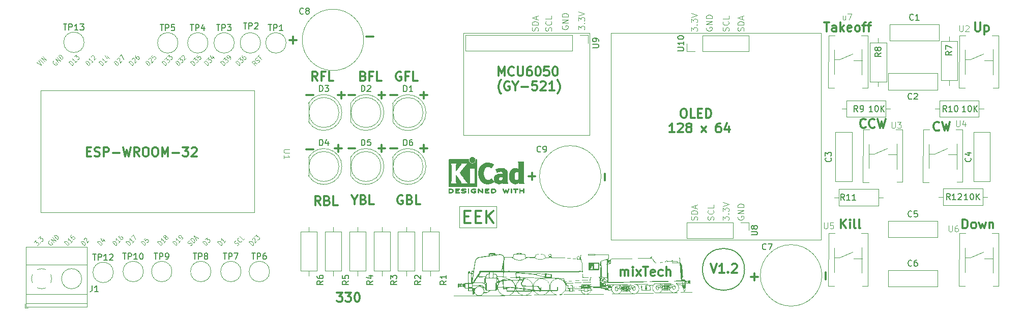
<source format=gbr>
%TF.GenerationSoftware,KiCad,Pcbnew,8.0.4*%
%TF.CreationDate,2024-08-25T10:23:11+02:00*%
%TF.ProjectId,EEK,45454b2e-6b69-4636-9164-5f7063625858,V1.2*%
%TF.SameCoordinates,Original*%
%TF.FileFunction,Legend,Top*%
%TF.FilePolarity,Positive*%
%FSLAX46Y46*%
G04 Gerber Fmt 4.6, Leading zero omitted, Abs format (unit mm)*
G04 Created by KiCad (PCBNEW 8.0.4) date 2024-08-25 10:23:11*
%MOMM*%
%LPD*%
G01*
G04 APERTURE LIST*
%ADD10C,0.100000*%
%ADD11C,0.200000*%
%ADD12C,0.300000*%
%ADD13C,0.150000*%
%ADD14C,0.120000*%
%ADD15C,0.000000*%
%ADD16C,0.010000*%
%ADD17C,1.524000*%
%ADD18C,1.600000*%
%ADD19O,1.600000X1.600000*%
%ADD20C,3.000000*%
%ADD21R,1.800000X1.800000*%
%ADD22C,1.800000*%
%ADD23R,1.524000X1.524000*%
%ADD24R,1.700000X1.700000*%
%ADD25O,1.700000X1.700000*%
%ADD26R,2.600000X2.600000*%
%ADD27C,2.600000*%
G04 APERTURE END LIST*
D10*
X122250000Y-110750000D02*
X122250000Y-110500000D01*
X141250000Y-81604100D02*
X176250000Y-81604100D01*
X176250000Y-116104100D01*
X141250000Y-116104100D01*
X141250000Y-81604100D01*
X116000000Y-113750000D02*
X116000000Y-114000000D01*
X116750000Y-81604100D02*
X137750000Y-81604100D01*
X137750000Y-98604100D01*
X116750000Y-98604100D01*
X116750000Y-81604100D01*
D11*
X163500000Y-121000000D02*
G75*
G02*
X156500000Y-121000000I-3500000J0D01*
G01*
X156500000Y-121000000D02*
G75*
G02*
X163500000Y-121000000I3500000J0D01*
G01*
D10*
X116000000Y-110500000D02*
X122250000Y-110500000D01*
X122250000Y-110750000D02*
X122250000Y-114000000D01*
X122250000Y-114000000D02*
X116000000Y-114000000D01*
X116000000Y-113750000D02*
X116000000Y-110500000D01*
X131324800Y-81243734D02*
X131372419Y-81100877D01*
X131372419Y-81100877D02*
X131372419Y-80862782D01*
X131372419Y-80862782D02*
X131324800Y-80767544D01*
X131324800Y-80767544D02*
X131277180Y-80719925D01*
X131277180Y-80719925D02*
X131181942Y-80672306D01*
X131181942Y-80672306D02*
X131086704Y-80672306D01*
X131086704Y-80672306D02*
X130991466Y-80719925D01*
X130991466Y-80719925D02*
X130943847Y-80767544D01*
X130943847Y-80767544D02*
X130896228Y-80862782D01*
X130896228Y-80862782D02*
X130848609Y-81053258D01*
X130848609Y-81053258D02*
X130800990Y-81148496D01*
X130800990Y-81148496D02*
X130753371Y-81196115D01*
X130753371Y-81196115D02*
X130658133Y-81243734D01*
X130658133Y-81243734D02*
X130562895Y-81243734D01*
X130562895Y-81243734D02*
X130467657Y-81196115D01*
X130467657Y-81196115D02*
X130420038Y-81148496D01*
X130420038Y-81148496D02*
X130372419Y-81053258D01*
X130372419Y-81053258D02*
X130372419Y-80815163D01*
X130372419Y-80815163D02*
X130420038Y-80672306D01*
X131277180Y-79672306D02*
X131324800Y-79719925D01*
X131324800Y-79719925D02*
X131372419Y-79862782D01*
X131372419Y-79862782D02*
X131372419Y-79958020D01*
X131372419Y-79958020D02*
X131324800Y-80100877D01*
X131324800Y-80100877D02*
X131229561Y-80196115D01*
X131229561Y-80196115D02*
X131134323Y-80243734D01*
X131134323Y-80243734D02*
X130943847Y-80291353D01*
X130943847Y-80291353D02*
X130800990Y-80291353D01*
X130800990Y-80291353D02*
X130610514Y-80243734D01*
X130610514Y-80243734D02*
X130515276Y-80196115D01*
X130515276Y-80196115D02*
X130420038Y-80100877D01*
X130420038Y-80100877D02*
X130372419Y-79958020D01*
X130372419Y-79958020D02*
X130372419Y-79862782D01*
X130372419Y-79862782D02*
X130420038Y-79719925D01*
X130420038Y-79719925D02*
X130467657Y-79672306D01*
X131372419Y-78767544D02*
X131372419Y-79243734D01*
X131372419Y-79243734D02*
X130372419Y-79243734D01*
X67091464Y-87012722D02*
X66525779Y-86447037D01*
X66525779Y-86447037D02*
X66643630Y-86329186D01*
X66643630Y-86329186D02*
X66741278Y-86285413D01*
X66741278Y-86285413D02*
X66842293Y-86292147D01*
X66842293Y-86292147D02*
X66919738Y-86322452D01*
X66919738Y-86322452D02*
X67051058Y-86406631D01*
X67051058Y-86406631D02*
X67131871Y-86487443D01*
X67131871Y-86487443D02*
X67216050Y-86618763D01*
X67216050Y-86618763D02*
X67246354Y-86696208D01*
X67246354Y-86696208D02*
X67253089Y-86797223D01*
X67253089Y-86797223D02*
X67209316Y-86894871D01*
X67209316Y-86894871D02*
X67091464Y-87012722D01*
X66973613Y-85999203D02*
X67280026Y-85692790D01*
X67280026Y-85692790D02*
X67330534Y-86073281D01*
X67330534Y-86073281D02*
X67401245Y-86002570D01*
X67401245Y-86002570D02*
X67475322Y-85982367D01*
X67475322Y-85982367D02*
X67525830Y-85985734D01*
X67525830Y-85985734D02*
X67603275Y-86016039D01*
X67603275Y-86016039D02*
X67737962Y-86150726D01*
X67737962Y-86150726D02*
X67768267Y-86228171D01*
X67768267Y-86228171D02*
X67771634Y-86278678D01*
X67771634Y-86278678D02*
X67751431Y-86352756D01*
X67751431Y-86352756D02*
X67610009Y-86494177D01*
X67610009Y-86494177D02*
X67535932Y-86514381D01*
X67535932Y-86514381D02*
X67485424Y-86511013D01*
X67445018Y-85527798D02*
X67751431Y-85221385D01*
X67751431Y-85221385D02*
X67801939Y-85601876D01*
X67801939Y-85601876D02*
X67872649Y-85531165D01*
X67872649Y-85531165D02*
X67946727Y-85510962D01*
X67946727Y-85510962D02*
X67997235Y-85514329D01*
X67997235Y-85514329D02*
X68074680Y-85544634D01*
X68074680Y-85544634D02*
X68209367Y-85679321D01*
X68209367Y-85679321D02*
X68239671Y-85756766D01*
X68239671Y-85756766D02*
X68243039Y-85807274D01*
X68243039Y-85807274D02*
X68222835Y-85881351D01*
X68222835Y-85881351D02*
X68081414Y-86022773D01*
X68081414Y-86022773D02*
X68007336Y-86042976D01*
X68007336Y-86042976D02*
X67956829Y-86039609D01*
D12*
X97554510Y-100833500D02*
X98697368Y-100833500D01*
X100054510Y-88765114D02*
X100268796Y-88836542D01*
X100268796Y-88836542D02*
X100340225Y-88907971D01*
X100340225Y-88907971D02*
X100411653Y-89050828D01*
X100411653Y-89050828D02*
X100411653Y-89265114D01*
X100411653Y-89265114D02*
X100340225Y-89407971D01*
X100340225Y-89407971D02*
X100268796Y-89479400D01*
X100268796Y-89479400D02*
X100125939Y-89550828D01*
X100125939Y-89550828D02*
X99554510Y-89550828D01*
X99554510Y-89550828D02*
X99554510Y-88050828D01*
X99554510Y-88050828D02*
X100054510Y-88050828D01*
X100054510Y-88050828D02*
X100197368Y-88122257D01*
X100197368Y-88122257D02*
X100268796Y-88193685D01*
X100268796Y-88193685D02*
X100340225Y-88336542D01*
X100340225Y-88336542D02*
X100340225Y-88479400D01*
X100340225Y-88479400D02*
X100268796Y-88622257D01*
X100268796Y-88622257D02*
X100197368Y-88693685D01*
X100197368Y-88693685D02*
X100054510Y-88765114D01*
X100054510Y-88765114D02*
X99554510Y-88765114D01*
X101554510Y-88765114D02*
X101054510Y-88765114D01*
X101054510Y-89550828D02*
X101054510Y-88050828D01*
X101054510Y-88050828D02*
X101768796Y-88050828D01*
X103054510Y-89550828D02*
X102340224Y-89550828D01*
X102340224Y-89550828D02*
X102340224Y-88050828D01*
X199804510Y-114154928D02*
X199804510Y-112654928D01*
X199804510Y-112654928D02*
X200161653Y-112654928D01*
X200161653Y-112654928D02*
X200375939Y-112726357D01*
X200375939Y-112726357D02*
X200518796Y-112869214D01*
X200518796Y-112869214D02*
X200590225Y-113012071D01*
X200590225Y-113012071D02*
X200661653Y-113297785D01*
X200661653Y-113297785D02*
X200661653Y-113512071D01*
X200661653Y-113512071D02*
X200590225Y-113797785D01*
X200590225Y-113797785D02*
X200518796Y-113940642D01*
X200518796Y-113940642D02*
X200375939Y-114083500D01*
X200375939Y-114083500D02*
X200161653Y-114154928D01*
X200161653Y-114154928D02*
X199804510Y-114154928D01*
X201518796Y-114154928D02*
X201375939Y-114083500D01*
X201375939Y-114083500D02*
X201304510Y-114012071D01*
X201304510Y-114012071D02*
X201233082Y-113869214D01*
X201233082Y-113869214D02*
X201233082Y-113440642D01*
X201233082Y-113440642D02*
X201304510Y-113297785D01*
X201304510Y-113297785D02*
X201375939Y-113226357D01*
X201375939Y-113226357D02*
X201518796Y-113154928D01*
X201518796Y-113154928D02*
X201733082Y-113154928D01*
X201733082Y-113154928D02*
X201875939Y-113226357D01*
X201875939Y-113226357D02*
X201947368Y-113297785D01*
X201947368Y-113297785D02*
X202018796Y-113440642D01*
X202018796Y-113440642D02*
X202018796Y-113869214D01*
X202018796Y-113869214D02*
X201947368Y-114012071D01*
X201947368Y-114012071D02*
X201875939Y-114083500D01*
X201875939Y-114083500D02*
X201733082Y-114154928D01*
X201733082Y-114154928D02*
X201518796Y-114154928D01*
X202518796Y-113154928D02*
X202804511Y-114154928D01*
X202804511Y-114154928D02*
X203090225Y-113440642D01*
X203090225Y-113440642D02*
X203375939Y-114154928D01*
X203375939Y-114154928D02*
X203661653Y-113154928D01*
X204233082Y-113154928D02*
X204233082Y-114154928D01*
X204233082Y-113297785D02*
X204304511Y-113226357D01*
X204304511Y-113226357D02*
X204447368Y-113154928D01*
X204447368Y-113154928D02*
X204661654Y-113154928D01*
X204661654Y-113154928D02*
X204804511Y-113226357D01*
X204804511Y-113226357D02*
X204875940Y-113369214D01*
X204875940Y-113369214D02*
X204875940Y-114154928D01*
X142896110Y-122076428D02*
X142896110Y-121076428D01*
X142896110Y-121219285D02*
X142967539Y-121147857D01*
X142967539Y-121147857D02*
X143110396Y-121076428D01*
X143110396Y-121076428D02*
X143324682Y-121076428D01*
X143324682Y-121076428D02*
X143467539Y-121147857D01*
X143467539Y-121147857D02*
X143538968Y-121290714D01*
X143538968Y-121290714D02*
X143538968Y-122076428D01*
X143538968Y-121290714D02*
X143610396Y-121147857D01*
X143610396Y-121147857D02*
X143753253Y-121076428D01*
X143753253Y-121076428D02*
X143967539Y-121076428D01*
X143967539Y-121076428D02*
X144110396Y-121147857D01*
X144110396Y-121147857D02*
X144181825Y-121290714D01*
X144181825Y-121290714D02*
X144181825Y-122076428D01*
X144896110Y-122076428D02*
X144896110Y-121076428D01*
X144896110Y-120576428D02*
X144824682Y-120647857D01*
X144824682Y-120647857D02*
X144896110Y-120719285D01*
X144896110Y-120719285D02*
X144967539Y-120647857D01*
X144967539Y-120647857D02*
X144896110Y-120576428D01*
X144896110Y-120576428D02*
X144896110Y-120719285D01*
X145467539Y-122076428D02*
X146253254Y-121076428D01*
X145467539Y-121076428D02*
X146253254Y-122076428D01*
X146610397Y-120576428D02*
X147467540Y-120576428D01*
X147038968Y-122076428D02*
X147038968Y-120576428D01*
X148538968Y-122005000D02*
X148396111Y-122076428D01*
X148396111Y-122076428D02*
X148110397Y-122076428D01*
X148110397Y-122076428D02*
X147967539Y-122005000D01*
X147967539Y-122005000D02*
X147896111Y-121862142D01*
X147896111Y-121862142D02*
X147896111Y-121290714D01*
X147896111Y-121290714D02*
X147967539Y-121147857D01*
X147967539Y-121147857D02*
X148110397Y-121076428D01*
X148110397Y-121076428D02*
X148396111Y-121076428D01*
X148396111Y-121076428D02*
X148538968Y-121147857D01*
X148538968Y-121147857D02*
X148610397Y-121290714D01*
X148610397Y-121290714D02*
X148610397Y-121433571D01*
X148610397Y-121433571D02*
X147896111Y-121576428D01*
X149896111Y-122005000D02*
X149753253Y-122076428D01*
X149753253Y-122076428D02*
X149467539Y-122076428D01*
X149467539Y-122076428D02*
X149324682Y-122005000D01*
X149324682Y-122005000D02*
X149253253Y-121933571D01*
X149253253Y-121933571D02*
X149181825Y-121790714D01*
X149181825Y-121790714D02*
X149181825Y-121362142D01*
X149181825Y-121362142D02*
X149253253Y-121219285D01*
X149253253Y-121219285D02*
X149324682Y-121147857D01*
X149324682Y-121147857D02*
X149467539Y-121076428D01*
X149467539Y-121076428D02*
X149753253Y-121076428D01*
X149753253Y-121076428D02*
X149896111Y-121147857D01*
X150538967Y-122076428D02*
X150538967Y-120576428D01*
X151181825Y-122076428D02*
X151181825Y-121290714D01*
X151181825Y-121290714D02*
X151110396Y-121147857D01*
X151110396Y-121147857D02*
X150967539Y-121076428D01*
X150967539Y-121076428D02*
X150753253Y-121076428D01*
X150753253Y-121076428D02*
X150610396Y-121147857D01*
X150610396Y-121147857D02*
X150538967Y-121219285D01*
X183661653Y-97257971D02*
X183590225Y-97329400D01*
X183590225Y-97329400D02*
X183375939Y-97400828D01*
X183375939Y-97400828D02*
X183233082Y-97400828D01*
X183233082Y-97400828D02*
X183018796Y-97329400D01*
X183018796Y-97329400D02*
X182875939Y-97186542D01*
X182875939Y-97186542D02*
X182804510Y-97043685D01*
X182804510Y-97043685D02*
X182733082Y-96757971D01*
X182733082Y-96757971D02*
X182733082Y-96543685D01*
X182733082Y-96543685D02*
X182804510Y-96257971D01*
X182804510Y-96257971D02*
X182875939Y-96115114D01*
X182875939Y-96115114D02*
X183018796Y-95972257D01*
X183018796Y-95972257D02*
X183233082Y-95900828D01*
X183233082Y-95900828D02*
X183375939Y-95900828D01*
X183375939Y-95900828D02*
X183590225Y-95972257D01*
X183590225Y-95972257D02*
X183661653Y-96043685D01*
X185161653Y-97257971D02*
X185090225Y-97329400D01*
X185090225Y-97329400D02*
X184875939Y-97400828D01*
X184875939Y-97400828D02*
X184733082Y-97400828D01*
X184733082Y-97400828D02*
X184518796Y-97329400D01*
X184518796Y-97329400D02*
X184375939Y-97186542D01*
X184375939Y-97186542D02*
X184304510Y-97043685D01*
X184304510Y-97043685D02*
X184233082Y-96757971D01*
X184233082Y-96757971D02*
X184233082Y-96543685D01*
X184233082Y-96543685D02*
X184304510Y-96257971D01*
X184304510Y-96257971D02*
X184375939Y-96115114D01*
X184375939Y-96115114D02*
X184518796Y-95972257D01*
X184518796Y-95972257D02*
X184733082Y-95900828D01*
X184733082Y-95900828D02*
X184875939Y-95900828D01*
X184875939Y-95900828D02*
X185090225Y-95972257D01*
X185090225Y-95972257D02*
X185161653Y-96043685D01*
X185661653Y-95900828D02*
X186018796Y-97400828D01*
X186018796Y-97400828D02*
X186304510Y-96329400D01*
X186304510Y-96329400D02*
X186590225Y-97400828D01*
X186590225Y-97400828D02*
X186947368Y-95900828D01*
D10*
X71290957Y-117009355D02*
X71388605Y-116965582D01*
X71388605Y-116965582D02*
X71506456Y-116847731D01*
X71506456Y-116847731D02*
X71526659Y-116773653D01*
X71526659Y-116773653D02*
X71523292Y-116723145D01*
X71523292Y-116723145D02*
X71492987Y-116645700D01*
X71492987Y-116645700D02*
X71439112Y-116591826D01*
X71439112Y-116591826D02*
X71361667Y-116561521D01*
X71361667Y-116561521D02*
X71311160Y-116558154D01*
X71311160Y-116558154D02*
X71237082Y-116578357D01*
X71237082Y-116578357D02*
X71115864Y-116645700D01*
X71115864Y-116645700D02*
X71041786Y-116665903D01*
X71041786Y-116665903D02*
X70991278Y-116662536D01*
X70991278Y-116662536D02*
X70913833Y-116632232D01*
X70913833Y-116632232D02*
X70859958Y-116578357D01*
X70859958Y-116578357D02*
X70829654Y-116500912D01*
X70829654Y-116500912D02*
X70826287Y-116450404D01*
X70826287Y-116450404D02*
X70846490Y-116376326D01*
X70846490Y-116376326D02*
X70964341Y-116258475D01*
X70964341Y-116258475D02*
X71061989Y-116214702D01*
X71812869Y-116541318D02*
X71247184Y-115975632D01*
X71247184Y-115975632D02*
X71365035Y-115857781D01*
X71365035Y-115857781D02*
X71462683Y-115814008D01*
X71462683Y-115814008D02*
X71563698Y-115820742D01*
X71563698Y-115820742D02*
X71641143Y-115851047D01*
X71641143Y-115851047D02*
X71772463Y-115935226D01*
X71772463Y-115935226D02*
X71853275Y-116016038D01*
X71853275Y-116016038D02*
X71937455Y-116147358D01*
X71937455Y-116147358D02*
X71967759Y-116224803D01*
X71967759Y-116224803D02*
X71974494Y-116325818D01*
X71974494Y-116325818D02*
X71930720Y-116423467D01*
X71930720Y-116423467D02*
X71812869Y-116541318D01*
X72122649Y-115908289D02*
X72358352Y-115672587D01*
X72237133Y-116117054D02*
X71836439Y-115386377D01*
X71836439Y-115386377D02*
X72567116Y-115787070D01*
X74091464Y-87012722D02*
X73525779Y-86447037D01*
X73525779Y-86447037D02*
X73643630Y-86329186D01*
X73643630Y-86329186D02*
X73741278Y-86285413D01*
X73741278Y-86285413D02*
X73842293Y-86292147D01*
X73842293Y-86292147D02*
X73919738Y-86322452D01*
X73919738Y-86322452D02*
X74051058Y-86406631D01*
X74051058Y-86406631D02*
X74131871Y-86487443D01*
X74131871Y-86487443D02*
X74216050Y-86618763D01*
X74216050Y-86618763D02*
X74246354Y-86696208D01*
X74246354Y-86696208D02*
X74253089Y-86797223D01*
X74253089Y-86797223D02*
X74209316Y-86894871D01*
X74209316Y-86894871D02*
X74091464Y-87012722D01*
X73973613Y-85999203D02*
X74280026Y-85692790D01*
X74280026Y-85692790D02*
X74330534Y-86073281D01*
X74330534Y-86073281D02*
X74401245Y-86002570D01*
X74401245Y-86002570D02*
X74475322Y-85982367D01*
X74475322Y-85982367D02*
X74525830Y-85985734D01*
X74525830Y-85985734D02*
X74603275Y-86016039D01*
X74603275Y-86016039D02*
X74737962Y-86150726D01*
X74737962Y-86150726D02*
X74768267Y-86228171D01*
X74768267Y-86228171D02*
X74771634Y-86278678D01*
X74771634Y-86278678D02*
X74751431Y-86352756D01*
X74751431Y-86352756D02*
X74610009Y-86494177D01*
X74610009Y-86494177D02*
X74535932Y-86514381D01*
X74535932Y-86514381D02*
X74485424Y-86511013D01*
X74892852Y-85457087D02*
X75269976Y-85834211D01*
X74559502Y-85359439D02*
X74845712Y-85881351D01*
X74845712Y-85881351D02*
X75152125Y-85574938D01*
D12*
X106590225Y-108726357D02*
X106447368Y-108654928D01*
X106447368Y-108654928D02*
X106233082Y-108654928D01*
X106233082Y-108654928D02*
X106018796Y-108726357D01*
X106018796Y-108726357D02*
X105875939Y-108869214D01*
X105875939Y-108869214D02*
X105804510Y-109012071D01*
X105804510Y-109012071D02*
X105733082Y-109297785D01*
X105733082Y-109297785D02*
X105733082Y-109512071D01*
X105733082Y-109512071D02*
X105804510Y-109797785D01*
X105804510Y-109797785D02*
X105875939Y-109940642D01*
X105875939Y-109940642D02*
X106018796Y-110083500D01*
X106018796Y-110083500D02*
X106233082Y-110154928D01*
X106233082Y-110154928D02*
X106375939Y-110154928D01*
X106375939Y-110154928D02*
X106590225Y-110083500D01*
X106590225Y-110083500D02*
X106661653Y-110012071D01*
X106661653Y-110012071D02*
X106661653Y-109512071D01*
X106661653Y-109512071D02*
X106375939Y-109512071D01*
X107804510Y-109369214D02*
X108018796Y-109440642D01*
X108018796Y-109440642D02*
X108090225Y-109512071D01*
X108090225Y-109512071D02*
X108161653Y-109654928D01*
X108161653Y-109654928D02*
X108161653Y-109869214D01*
X108161653Y-109869214D02*
X108090225Y-110012071D01*
X108090225Y-110012071D02*
X108018796Y-110083500D01*
X108018796Y-110083500D02*
X107875939Y-110154928D01*
X107875939Y-110154928D02*
X107304510Y-110154928D01*
X107304510Y-110154928D02*
X107304510Y-108654928D01*
X107304510Y-108654928D02*
X107804510Y-108654928D01*
X107804510Y-108654928D02*
X107947368Y-108726357D01*
X107947368Y-108726357D02*
X108018796Y-108797785D01*
X108018796Y-108797785D02*
X108090225Y-108940642D01*
X108090225Y-108940642D02*
X108090225Y-109083500D01*
X108090225Y-109083500D02*
X108018796Y-109226357D01*
X108018796Y-109226357D02*
X107947368Y-109297785D01*
X107947368Y-109297785D02*
X107804510Y-109369214D01*
X107804510Y-109369214D02*
X107304510Y-109369214D01*
X109518796Y-110154928D02*
X108804510Y-110154928D01*
X108804510Y-110154928D02*
X108804510Y-108654928D01*
D10*
X76841464Y-87012722D02*
X76275779Y-86447037D01*
X76275779Y-86447037D02*
X76393630Y-86329186D01*
X76393630Y-86329186D02*
X76491278Y-86285413D01*
X76491278Y-86285413D02*
X76592293Y-86292147D01*
X76592293Y-86292147D02*
X76669738Y-86322452D01*
X76669738Y-86322452D02*
X76801058Y-86406631D01*
X76801058Y-86406631D02*
X76881871Y-86487443D01*
X76881871Y-86487443D02*
X76966050Y-86618763D01*
X76966050Y-86618763D02*
X76996354Y-86696208D01*
X76996354Y-86696208D02*
X77003089Y-86797223D01*
X77003089Y-86797223D02*
X76959316Y-86894871D01*
X76959316Y-86894871D02*
X76841464Y-87012722D01*
X76723613Y-85999203D02*
X77030026Y-85692790D01*
X77030026Y-85692790D02*
X77080534Y-86073281D01*
X77080534Y-86073281D02*
X77151245Y-86002570D01*
X77151245Y-86002570D02*
X77225322Y-85982367D01*
X77225322Y-85982367D02*
X77275830Y-85985734D01*
X77275830Y-85985734D02*
X77353275Y-86016039D01*
X77353275Y-86016039D02*
X77487962Y-86150726D01*
X77487962Y-86150726D02*
X77518267Y-86228171D01*
X77518267Y-86228171D02*
X77521634Y-86278678D01*
X77521634Y-86278678D02*
X77501431Y-86352756D01*
X77501431Y-86352756D02*
X77360009Y-86494177D01*
X77360009Y-86494177D02*
X77285932Y-86514381D01*
X77285932Y-86514381D02*
X77235424Y-86511013D01*
X77831414Y-86022773D02*
X77925695Y-85928492D01*
X77925695Y-85928492D02*
X77945898Y-85854414D01*
X77945898Y-85854414D02*
X77942531Y-85803906D01*
X77942531Y-85803906D02*
X77908859Y-85675954D01*
X77908859Y-85675954D02*
X77824680Y-85544634D01*
X77824680Y-85544634D02*
X77609181Y-85329135D01*
X77609181Y-85329135D02*
X77531736Y-85298830D01*
X77531736Y-85298830D02*
X77481228Y-85295463D01*
X77481228Y-85295463D02*
X77407150Y-85315666D01*
X77407150Y-85315666D02*
X77312869Y-85409947D01*
X77312869Y-85409947D02*
X77292666Y-85484025D01*
X77292666Y-85484025D02*
X77296033Y-85534532D01*
X77296033Y-85534532D02*
X77326338Y-85611977D01*
X77326338Y-85611977D02*
X77461025Y-85746664D01*
X77461025Y-85746664D02*
X77538470Y-85776969D01*
X77538470Y-85776969D02*
X77588978Y-85780336D01*
X77588978Y-85780336D02*
X77663055Y-85760133D01*
X77663055Y-85760133D02*
X77757336Y-85665852D01*
X77757336Y-85665852D02*
X77777539Y-85591774D01*
X77777539Y-85591774D02*
X77774172Y-85541267D01*
X77774172Y-85541267D02*
X77743868Y-85463822D01*
D12*
X109554510Y-100833500D02*
X110697368Y-100833500D01*
X110125939Y-101404928D02*
X110125939Y-100262071D01*
D10*
X66341464Y-117012722D02*
X65775779Y-116447037D01*
X65775779Y-116447037D02*
X65893630Y-116329186D01*
X65893630Y-116329186D02*
X65991278Y-116285413D01*
X65991278Y-116285413D02*
X66092293Y-116292147D01*
X66092293Y-116292147D02*
X66169738Y-116322452D01*
X66169738Y-116322452D02*
X66301058Y-116406631D01*
X66301058Y-116406631D02*
X66381871Y-116487443D01*
X66381871Y-116487443D02*
X66466050Y-116618763D01*
X66466050Y-116618763D02*
X66496354Y-116696208D01*
X66496354Y-116696208D02*
X66503089Y-116797223D01*
X66503089Y-116797223D02*
X66459316Y-116894871D01*
X66459316Y-116894871D02*
X66341464Y-117012722D01*
X67095712Y-116258475D02*
X66812869Y-116541318D01*
X66954290Y-116399897D02*
X66388605Y-115834211D01*
X66388605Y-115834211D02*
X66422277Y-115962164D01*
X66422277Y-115962164D02*
X66429011Y-116063179D01*
X66429011Y-116063179D02*
X66408808Y-116137257D01*
X67055306Y-115652383D02*
X66981228Y-115672587D01*
X66981228Y-115672587D02*
X66930720Y-115669219D01*
X66930720Y-115669219D02*
X66853275Y-115638915D01*
X66853275Y-115638915D02*
X66826338Y-115611977D01*
X66826338Y-115611977D02*
X66796033Y-115534532D01*
X66796033Y-115534532D02*
X66792666Y-115484025D01*
X66792666Y-115484025D02*
X66812869Y-115409947D01*
X66812869Y-115409947D02*
X66907150Y-115315666D01*
X66907150Y-115315666D02*
X66981228Y-115295463D01*
X66981228Y-115295463D02*
X67031736Y-115298830D01*
X67031736Y-115298830D02*
X67109181Y-115329135D01*
X67109181Y-115329135D02*
X67136118Y-115356072D01*
X67136118Y-115356072D02*
X67166423Y-115433517D01*
X67166423Y-115433517D02*
X67169790Y-115484025D01*
X67169790Y-115484025D02*
X67149587Y-115558103D01*
X67149587Y-115558103D02*
X67055306Y-115652383D01*
X67055306Y-115652383D02*
X67035103Y-115726461D01*
X67035103Y-115726461D02*
X67038470Y-115776969D01*
X67038470Y-115776969D02*
X67068774Y-115854414D01*
X67068774Y-115854414D02*
X67176524Y-115962164D01*
X67176524Y-115962164D02*
X67253969Y-115992468D01*
X67253969Y-115992468D02*
X67304477Y-115995835D01*
X67304477Y-115995835D02*
X67378555Y-115975632D01*
X67378555Y-115975632D02*
X67472835Y-115881351D01*
X67472835Y-115881351D02*
X67493039Y-115807274D01*
X67493039Y-115807274D02*
X67489671Y-115756766D01*
X67489671Y-115756766D02*
X67459367Y-115679321D01*
X67459367Y-115679321D02*
X67351617Y-115571571D01*
X67351617Y-115571571D02*
X67274172Y-115541267D01*
X67274172Y-115541267D02*
X67223665Y-115537899D01*
X67223665Y-115537899D02*
X67149587Y-115558103D01*
D12*
X102554510Y-91979400D02*
X103697368Y-91979400D01*
X103125939Y-92550828D02*
X103125939Y-91407971D01*
D10*
X162420038Y-112172306D02*
X162372419Y-112267544D01*
X162372419Y-112267544D02*
X162372419Y-112410401D01*
X162372419Y-112410401D02*
X162420038Y-112553258D01*
X162420038Y-112553258D02*
X162515276Y-112648496D01*
X162515276Y-112648496D02*
X162610514Y-112696115D01*
X162610514Y-112696115D02*
X162800990Y-112743734D01*
X162800990Y-112743734D02*
X162943847Y-112743734D01*
X162943847Y-112743734D02*
X163134323Y-112696115D01*
X163134323Y-112696115D02*
X163229561Y-112648496D01*
X163229561Y-112648496D02*
X163324800Y-112553258D01*
X163324800Y-112553258D02*
X163372419Y-112410401D01*
X163372419Y-112410401D02*
X163372419Y-112315163D01*
X163372419Y-112315163D02*
X163324800Y-112172306D01*
X163324800Y-112172306D02*
X163277180Y-112124687D01*
X163277180Y-112124687D02*
X162943847Y-112124687D01*
X162943847Y-112124687D02*
X162943847Y-112315163D01*
X163372419Y-111696115D02*
X162372419Y-111696115D01*
X162372419Y-111696115D02*
X163372419Y-111124687D01*
X163372419Y-111124687D02*
X162372419Y-111124687D01*
X163372419Y-110648496D02*
X162372419Y-110648496D01*
X162372419Y-110648496D02*
X162372419Y-110410401D01*
X162372419Y-110410401D02*
X162420038Y-110267544D01*
X162420038Y-110267544D02*
X162515276Y-110172306D01*
X162515276Y-110172306D02*
X162610514Y-110124687D01*
X162610514Y-110124687D02*
X162800990Y-110077068D01*
X162800990Y-110077068D02*
X162943847Y-110077068D01*
X162943847Y-110077068D02*
X163134323Y-110124687D01*
X163134323Y-110124687D02*
X163229561Y-110172306D01*
X163229561Y-110172306D02*
X163324800Y-110267544D01*
X163324800Y-110267544D02*
X163372419Y-110410401D01*
X163372419Y-110410401D02*
X163372419Y-110648496D01*
X64341464Y-87012722D02*
X63775779Y-86447037D01*
X63775779Y-86447037D02*
X63893630Y-86329186D01*
X63893630Y-86329186D02*
X63991278Y-86285413D01*
X63991278Y-86285413D02*
X64092293Y-86292147D01*
X64092293Y-86292147D02*
X64169738Y-86322452D01*
X64169738Y-86322452D02*
X64301058Y-86406631D01*
X64301058Y-86406631D02*
X64381871Y-86487443D01*
X64381871Y-86487443D02*
X64466050Y-86618763D01*
X64466050Y-86618763D02*
X64496354Y-86696208D01*
X64496354Y-86696208D02*
X64503089Y-86797223D01*
X64503089Y-86797223D02*
X64459316Y-86894871D01*
X64459316Y-86894871D02*
X64341464Y-87012722D01*
X64301058Y-86029507D02*
X64297691Y-85979000D01*
X64297691Y-85979000D02*
X64317894Y-85904922D01*
X64317894Y-85904922D02*
X64435745Y-85787071D01*
X64435745Y-85787071D02*
X64509823Y-85766868D01*
X64509823Y-85766868D02*
X64560331Y-85770235D01*
X64560331Y-85770235D02*
X64637776Y-85800539D01*
X64637776Y-85800539D02*
X64691651Y-85854414D01*
X64691651Y-85854414D02*
X64748893Y-85958797D01*
X64748893Y-85958797D02*
X64789299Y-86564888D01*
X64789299Y-86564888D02*
X65095712Y-86258475D01*
X64977861Y-85244955D02*
X64742158Y-85480658D01*
X64742158Y-85480658D02*
X64987962Y-85773602D01*
X64987962Y-85773602D02*
X64984595Y-85723094D01*
X64984595Y-85723094D02*
X65004798Y-85649016D01*
X65004798Y-85649016D02*
X65122649Y-85531165D01*
X65122649Y-85531165D02*
X65196727Y-85510962D01*
X65196727Y-85510962D02*
X65247235Y-85514329D01*
X65247235Y-85514329D02*
X65324680Y-85544634D01*
X65324680Y-85544634D02*
X65459367Y-85679321D01*
X65459367Y-85679321D02*
X65489671Y-85756766D01*
X65489671Y-85756766D02*
X65493039Y-85807274D01*
X65493039Y-85807274D02*
X65472835Y-85881351D01*
X65472835Y-85881351D02*
X65354984Y-85999202D01*
X65354984Y-85999202D02*
X65280907Y-86019406D01*
X65280907Y-86019406D02*
X65230399Y-86016038D01*
X54341464Y-87012722D02*
X53775779Y-86447037D01*
X53775779Y-86447037D02*
X53893630Y-86329186D01*
X53893630Y-86329186D02*
X53991278Y-86285413D01*
X53991278Y-86285413D02*
X54092293Y-86292147D01*
X54092293Y-86292147D02*
X54169738Y-86322452D01*
X54169738Y-86322452D02*
X54301058Y-86406631D01*
X54301058Y-86406631D02*
X54381871Y-86487443D01*
X54381871Y-86487443D02*
X54466050Y-86618763D01*
X54466050Y-86618763D02*
X54496354Y-86696208D01*
X54496354Y-86696208D02*
X54503089Y-86797223D01*
X54503089Y-86797223D02*
X54459316Y-86894871D01*
X54459316Y-86894871D02*
X54341464Y-87012722D01*
X55095712Y-86258475D02*
X54812869Y-86541318D01*
X54954290Y-86399897D02*
X54388605Y-85834211D01*
X54388605Y-85834211D02*
X54422277Y-85962164D01*
X54422277Y-85962164D02*
X54429011Y-86063179D01*
X54429011Y-86063179D02*
X54408808Y-86137257D01*
X54772463Y-85558103D02*
X54769096Y-85507595D01*
X54769096Y-85507595D02*
X54789299Y-85433517D01*
X54789299Y-85433517D02*
X54907150Y-85315666D01*
X54907150Y-85315666D02*
X54981228Y-85295463D01*
X54981228Y-85295463D02*
X55031736Y-85298830D01*
X55031736Y-85298830D02*
X55109181Y-85329135D01*
X55109181Y-85329135D02*
X55163055Y-85383009D01*
X55163055Y-85383009D02*
X55220297Y-85487392D01*
X55220297Y-85487392D02*
X55260703Y-86093483D01*
X55260703Y-86093483D02*
X55567116Y-85787070D01*
X51591464Y-87012722D02*
X51025779Y-86447037D01*
X51025779Y-86447037D02*
X51143630Y-86329186D01*
X51143630Y-86329186D02*
X51241278Y-86285413D01*
X51241278Y-86285413D02*
X51342293Y-86292147D01*
X51342293Y-86292147D02*
X51419738Y-86322452D01*
X51419738Y-86322452D02*
X51551058Y-86406631D01*
X51551058Y-86406631D02*
X51631871Y-86487443D01*
X51631871Y-86487443D02*
X51716050Y-86618763D01*
X51716050Y-86618763D02*
X51746354Y-86696208D01*
X51746354Y-86696208D02*
X51753089Y-86797223D01*
X51753089Y-86797223D02*
X51709316Y-86894871D01*
X51709316Y-86894871D02*
X51591464Y-87012722D01*
X52345712Y-86258475D02*
X52062869Y-86541318D01*
X52204290Y-86399897D02*
X51638605Y-85834211D01*
X51638605Y-85834211D02*
X51672277Y-85962164D01*
X51672277Y-85962164D02*
X51679011Y-86063179D01*
X51679011Y-86063179D02*
X51658808Y-86137257D01*
X51945018Y-85527798D02*
X52251431Y-85221385D01*
X52251431Y-85221385D02*
X52301939Y-85601876D01*
X52301939Y-85601876D02*
X52372649Y-85531165D01*
X52372649Y-85531165D02*
X52446727Y-85510962D01*
X52446727Y-85510962D02*
X52497235Y-85514329D01*
X52497235Y-85514329D02*
X52574680Y-85544634D01*
X52574680Y-85544634D02*
X52709367Y-85679321D01*
X52709367Y-85679321D02*
X52739671Y-85756766D01*
X52739671Y-85756766D02*
X52743039Y-85807274D01*
X52743039Y-85807274D02*
X52722835Y-85881351D01*
X52722835Y-85881351D02*
X52581414Y-86022773D01*
X52581414Y-86022773D02*
X52507336Y-86042976D01*
X52507336Y-86042976D02*
X52456829Y-86039609D01*
X158324800Y-112743734D02*
X158372419Y-112600877D01*
X158372419Y-112600877D02*
X158372419Y-112362782D01*
X158372419Y-112362782D02*
X158324800Y-112267544D01*
X158324800Y-112267544D02*
X158277180Y-112219925D01*
X158277180Y-112219925D02*
X158181942Y-112172306D01*
X158181942Y-112172306D02*
X158086704Y-112172306D01*
X158086704Y-112172306D02*
X157991466Y-112219925D01*
X157991466Y-112219925D02*
X157943847Y-112267544D01*
X157943847Y-112267544D02*
X157896228Y-112362782D01*
X157896228Y-112362782D02*
X157848609Y-112553258D01*
X157848609Y-112553258D02*
X157800990Y-112648496D01*
X157800990Y-112648496D02*
X157753371Y-112696115D01*
X157753371Y-112696115D02*
X157658133Y-112743734D01*
X157658133Y-112743734D02*
X157562895Y-112743734D01*
X157562895Y-112743734D02*
X157467657Y-112696115D01*
X157467657Y-112696115D02*
X157420038Y-112648496D01*
X157420038Y-112648496D02*
X157372419Y-112553258D01*
X157372419Y-112553258D02*
X157372419Y-112315163D01*
X157372419Y-112315163D02*
X157420038Y-112172306D01*
X158277180Y-111172306D02*
X158324800Y-111219925D01*
X158324800Y-111219925D02*
X158372419Y-111362782D01*
X158372419Y-111362782D02*
X158372419Y-111458020D01*
X158372419Y-111458020D02*
X158324800Y-111600877D01*
X158324800Y-111600877D02*
X158229561Y-111696115D01*
X158229561Y-111696115D02*
X158134323Y-111743734D01*
X158134323Y-111743734D02*
X157943847Y-111791353D01*
X157943847Y-111791353D02*
X157800990Y-111791353D01*
X157800990Y-111791353D02*
X157610514Y-111743734D01*
X157610514Y-111743734D02*
X157515276Y-111696115D01*
X157515276Y-111696115D02*
X157420038Y-111600877D01*
X157420038Y-111600877D02*
X157372419Y-111458020D01*
X157372419Y-111458020D02*
X157372419Y-111362782D01*
X157372419Y-111362782D02*
X157420038Y-111219925D01*
X157420038Y-111219925D02*
X157467657Y-111172306D01*
X158372419Y-110267544D02*
X158372419Y-110743734D01*
X158372419Y-110743734D02*
X157372419Y-110743734D01*
X63591464Y-117012722D02*
X63025779Y-116447037D01*
X63025779Y-116447037D02*
X63143630Y-116329186D01*
X63143630Y-116329186D02*
X63241278Y-116285413D01*
X63241278Y-116285413D02*
X63342293Y-116292147D01*
X63342293Y-116292147D02*
X63419738Y-116322452D01*
X63419738Y-116322452D02*
X63551058Y-116406631D01*
X63551058Y-116406631D02*
X63631871Y-116487443D01*
X63631871Y-116487443D02*
X63716050Y-116618763D01*
X63716050Y-116618763D02*
X63746354Y-116696208D01*
X63746354Y-116696208D02*
X63753089Y-116797223D01*
X63753089Y-116797223D02*
X63709316Y-116894871D01*
X63709316Y-116894871D02*
X63591464Y-117012722D01*
X63756456Y-115716360D02*
X63520754Y-115952062D01*
X63520754Y-115952062D02*
X63766558Y-116245007D01*
X63766558Y-116245007D02*
X63763190Y-116194499D01*
X63763190Y-116194499D02*
X63783393Y-116120421D01*
X63783393Y-116120421D02*
X63901245Y-116002570D01*
X63901245Y-116002570D02*
X63975322Y-115982367D01*
X63975322Y-115982367D02*
X64025830Y-115985734D01*
X64025830Y-115985734D02*
X64103275Y-116016039D01*
X64103275Y-116016039D02*
X64237962Y-116150726D01*
X64237962Y-116150726D02*
X64268267Y-116228171D01*
X64268267Y-116228171D02*
X64271634Y-116278678D01*
X64271634Y-116278678D02*
X64251431Y-116352756D01*
X64251431Y-116352756D02*
X64133580Y-116470607D01*
X64133580Y-116470607D02*
X64059502Y-116490810D01*
X64059502Y-116490810D02*
X64008994Y-116487443D01*
X47811989Y-116214702D02*
X47737911Y-116234905D01*
X47737911Y-116234905D02*
X47667200Y-116305616D01*
X47667200Y-116305616D02*
X47623427Y-116403264D01*
X47623427Y-116403264D02*
X47630161Y-116504279D01*
X47630161Y-116504279D02*
X47660466Y-116581724D01*
X47660466Y-116581724D02*
X47744645Y-116713044D01*
X47744645Y-116713044D02*
X47825458Y-116793856D01*
X47825458Y-116793856D02*
X47956777Y-116878035D01*
X47956777Y-116878035D02*
X48034222Y-116908340D01*
X48034222Y-116908340D02*
X48135238Y-116915074D01*
X48135238Y-116915074D02*
X48232886Y-116871301D01*
X48232886Y-116871301D02*
X48280026Y-116824161D01*
X48280026Y-116824161D02*
X48323799Y-116726513D01*
X48323799Y-116726513D02*
X48320432Y-116676005D01*
X48320432Y-116676005D02*
X48131871Y-116487443D01*
X48131871Y-116487443D02*
X48037590Y-116581724D01*
X48586439Y-116517748D02*
X48020754Y-115952062D01*
X48020754Y-115952062D02*
X48869282Y-116234905D01*
X48869282Y-116234905D02*
X48303596Y-115669220D01*
X49104984Y-115999203D02*
X48539298Y-115433518D01*
X48539298Y-115433518D02*
X48657150Y-115315666D01*
X48657150Y-115315666D02*
X48754798Y-115271893D01*
X48754798Y-115271893D02*
X48855813Y-115278627D01*
X48855813Y-115278627D02*
X48933258Y-115308932D01*
X48933258Y-115308932D02*
X49064578Y-115393111D01*
X49064578Y-115393111D02*
X49145390Y-115473924D01*
X49145390Y-115473924D02*
X49229569Y-115605243D01*
X49229569Y-115605243D02*
X49259874Y-115682688D01*
X49259874Y-115682688D02*
X49266608Y-115783704D01*
X49266608Y-115783704D02*
X49222835Y-115881352D01*
X49222835Y-115881352D02*
X49104984Y-115999203D01*
X53591464Y-117012722D02*
X53025779Y-116447037D01*
X53025779Y-116447037D02*
X53143630Y-116329186D01*
X53143630Y-116329186D02*
X53241278Y-116285413D01*
X53241278Y-116285413D02*
X53342293Y-116292147D01*
X53342293Y-116292147D02*
X53419738Y-116322452D01*
X53419738Y-116322452D02*
X53551058Y-116406631D01*
X53551058Y-116406631D02*
X53631871Y-116487443D01*
X53631871Y-116487443D02*
X53716050Y-116618763D01*
X53716050Y-116618763D02*
X53746354Y-116696208D01*
X53746354Y-116696208D02*
X53753089Y-116797223D01*
X53753089Y-116797223D02*
X53709316Y-116894871D01*
X53709316Y-116894871D02*
X53591464Y-117012722D01*
X53551058Y-116029507D02*
X53547691Y-115979000D01*
X53547691Y-115979000D02*
X53567894Y-115904922D01*
X53567894Y-115904922D02*
X53685745Y-115787071D01*
X53685745Y-115787071D02*
X53759823Y-115766868D01*
X53759823Y-115766868D02*
X53810331Y-115770235D01*
X53810331Y-115770235D02*
X53887776Y-115800539D01*
X53887776Y-115800539D02*
X53941651Y-115854414D01*
X53941651Y-115854414D02*
X53998893Y-115958797D01*
X53998893Y-115958797D02*
X54039299Y-116564888D01*
X54039299Y-116564888D02*
X54345712Y-116258475D01*
D12*
X165695489Y-122229400D02*
X164552632Y-122229400D01*
X165124060Y-122800828D02*
X165124060Y-121657971D01*
D10*
X154622419Y-81291353D02*
X154622419Y-80672306D01*
X154622419Y-80672306D02*
X155003371Y-81005639D01*
X155003371Y-81005639D02*
X155003371Y-80862782D01*
X155003371Y-80862782D02*
X155050990Y-80767544D01*
X155050990Y-80767544D02*
X155098609Y-80719925D01*
X155098609Y-80719925D02*
X155193847Y-80672306D01*
X155193847Y-80672306D02*
X155431942Y-80672306D01*
X155431942Y-80672306D02*
X155527180Y-80719925D01*
X155527180Y-80719925D02*
X155574800Y-80767544D01*
X155574800Y-80767544D02*
X155622419Y-80862782D01*
X155622419Y-80862782D02*
X155622419Y-81148496D01*
X155622419Y-81148496D02*
X155574800Y-81243734D01*
X155574800Y-81243734D02*
X155527180Y-81291353D01*
X155527180Y-80243734D02*
X155574800Y-80196115D01*
X155574800Y-80196115D02*
X155622419Y-80243734D01*
X155622419Y-80243734D02*
X155574800Y-80291353D01*
X155574800Y-80291353D02*
X155527180Y-80243734D01*
X155527180Y-80243734D02*
X155622419Y-80243734D01*
X154622419Y-79862782D02*
X154622419Y-79243735D01*
X154622419Y-79243735D02*
X155003371Y-79577068D01*
X155003371Y-79577068D02*
X155003371Y-79434211D01*
X155003371Y-79434211D02*
X155050990Y-79338973D01*
X155050990Y-79338973D02*
X155098609Y-79291354D01*
X155098609Y-79291354D02*
X155193847Y-79243735D01*
X155193847Y-79243735D02*
X155431942Y-79243735D01*
X155431942Y-79243735D02*
X155527180Y-79291354D01*
X155527180Y-79291354D02*
X155574800Y-79338973D01*
X155574800Y-79338973D02*
X155622419Y-79434211D01*
X155622419Y-79434211D02*
X155622419Y-79719925D01*
X155622419Y-79719925D02*
X155574800Y-79815163D01*
X155574800Y-79815163D02*
X155527180Y-79862782D01*
X154622419Y-78958020D02*
X155622419Y-78624687D01*
X155622419Y-78624687D02*
X154622419Y-78291354D01*
X56591464Y-87012722D02*
X56025779Y-86447037D01*
X56025779Y-86447037D02*
X56143630Y-86329186D01*
X56143630Y-86329186D02*
X56241278Y-86285413D01*
X56241278Y-86285413D02*
X56342293Y-86292147D01*
X56342293Y-86292147D02*
X56419738Y-86322452D01*
X56419738Y-86322452D02*
X56551058Y-86406631D01*
X56551058Y-86406631D02*
X56631871Y-86487443D01*
X56631871Y-86487443D02*
X56716050Y-86618763D01*
X56716050Y-86618763D02*
X56746354Y-86696208D01*
X56746354Y-86696208D02*
X56753089Y-86797223D01*
X56753089Y-86797223D02*
X56709316Y-86894871D01*
X56709316Y-86894871D02*
X56591464Y-87012722D01*
X57345712Y-86258475D02*
X57062869Y-86541318D01*
X57204290Y-86399897D02*
X56638605Y-85834211D01*
X56638605Y-85834211D02*
X56672277Y-85962164D01*
X56672277Y-85962164D02*
X56679011Y-86063179D01*
X56679011Y-86063179D02*
X56658808Y-86137257D01*
X57392852Y-85457087D02*
X57769976Y-85834211D01*
X57059502Y-85359439D02*
X57345712Y-85881351D01*
X57345712Y-85881351D02*
X57652125Y-85574938D01*
D12*
X92911653Y-110300828D02*
X92411653Y-109586542D01*
X92054510Y-110300828D02*
X92054510Y-108800828D01*
X92054510Y-108800828D02*
X92625939Y-108800828D01*
X92625939Y-108800828D02*
X92768796Y-108872257D01*
X92768796Y-108872257D02*
X92840225Y-108943685D01*
X92840225Y-108943685D02*
X92911653Y-109086542D01*
X92911653Y-109086542D02*
X92911653Y-109300828D01*
X92911653Y-109300828D02*
X92840225Y-109443685D01*
X92840225Y-109443685D02*
X92768796Y-109515114D01*
X92768796Y-109515114D02*
X92625939Y-109586542D01*
X92625939Y-109586542D02*
X92054510Y-109586542D01*
X94054510Y-109515114D02*
X94268796Y-109586542D01*
X94268796Y-109586542D02*
X94340225Y-109657971D01*
X94340225Y-109657971D02*
X94411653Y-109800828D01*
X94411653Y-109800828D02*
X94411653Y-110015114D01*
X94411653Y-110015114D02*
X94340225Y-110157971D01*
X94340225Y-110157971D02*
X94268796Y-110229400D01*
X94268796Y-110229400D02*
X94125939Y-110300828D01*
X94125939Y-110300828D02*
X93554510Y-110300828D01*
X93554510Y-110300828D02*
X93554510Y-108800828D01*
X93554510Y-108800828D02*
X94054510Y-108800828D01*
X94054510Y-108800828D02*
X94197368Y-108872257D01*
X94197368Y-108872257D02*
X94268796Y-108943685D01*
X94268796Y-108943685D02*
X94340225Y-109086542D01*
X94340225Y-109086542D02*
X94340225Y-109229400D01*
X94340225Y-109229400D02*
X94268796Y-109372257D01*
X94268796Y-109372257D02*
X94197368Y-109443685D01*
X94197368Y-109443685D02*
X94054510Y-109515114D01*
X94054510Y-109515114D02*
X93554510Y-109515114D01*
X95768796Y-110300828D02*
X95054510Y-110300828D01*
X95054510Y-110300828D02*
X95054510Y-108800828D01*
X122554510Y-88740012D02*
X122554510Y-87240012D01*
X122554510Y-87240012D02*
X123054510Y-88311441D01*
X123054510Y-88311441D02*
X123554510Y-87240012D01*
X123554510Y-87240012D02*
X123554510Y-88740012D01*
X125125939Y-88597155D02*
X125054511Y-88668584D01*
X125054511Y-88668584D02*
X124840225Y-88740012D01*
X124840225Y-88740012D02*
X124697368Y-88740012D01*
X124697368Y-88740012D02*
X124483082Y-88668584D01*
X124483082Y-88668584D02*
X124340225Y-88525726D01*
X124340225Y-88525726D02*
X124268796Y-88382869D01*
X124268796Y-88382869D02*
X124197368Y-88097155D01*
X124197368Y-88097155D02*
X124197368Y-87882869D01*
X124197368Y-87882869D02*
X124268796Y-87597155D01*
X124268796Y-87597155D02*
X124340225Y-87454298D01*
X124340225Y-87454298D02*
X124483082Y-87311441D01*
X124483082Y-87311441D02*
X124697368Y-87240012D01*
X124697368Y-87240012D02*
X124840225Y-87240012D01*
X124840225Y-87240012D02*
X125054511Y-87311441D01*
X125054511Y-87311441D02*
X125125939Y-87382869D01*
X125768796Y-87240012D02*
X125768796Y-88454298D01*
X125768796Y-88454298D02*
X125840225Y-88597155D01*
X125840225Y-88597155D02*
X125911654Y-88668584D01*
X125911654Y-88668584D02*
X126054511Y-88740012D01*
X126054511Y-88740012D02*
X126340225Y-88740012D01*
X126340225Y-88740012D02*
X126483082Y-88668584D01*
X126483082Y-88668584D02*
X126554511Y-88597155D01*
X126554511Y-88597155D02*
X126625939Y-88454298D01*
X126625939Y-88454298D02*
X126625939Y-87240012D01*
X127983083Y-87240012D02*
X127697368Y-87240012D01*
X127697368Y-87240012D02*
X127554511Y-87311441D01*
X127554511Y-87311441D02*
X127483083Y-87382869D01*
X127483083Y-87382869D02*
X127340225Y-87597155D01*
X127340225Y-87597155D02*
X127268797Y-87882869D01*
X127268797Y-87882869D02*
X127268797Y-88454298D01*
X127268797Y-88454298D02*
X127340225Y-88597155D01*
X127340225Y-88597155D02*
X127411654Y-88668584D01*
X127411654Y-88668584D02*
X127554511Y-88740012D01*
X127554511Y-88740012D02*
X127840225Y-88740012D01*
X127840225Y-88740012D02*
X127983083Y-88668584D01*
X127983083Y-88668584D02*
X128054511Y-88597155D01*
X128054511Y-88597155D02*
X128125940Y-88454298D01*
X128125940Y-88454298D02*
X128125940Y-88097155D01*
X128125940Y-88097155D02*
X128054511Y-87954298D01*
X128054511Y-87954298D02*
X127983083Y-87882869D01*
X127983083Y-87882869D02*
X127840225Y-87811441D01*
X127840225Y-87811441D02*
X127554511Y-87811441D01*
X127554511Y-87811441D02*
X127411654Y-87882869D01*
X127411654Y-87882869D02*
X127340225Y-87954298D01*
X127340225Y-87954298D02*
X127268797Y-88097155D01*
X129054511Y-87240012D02*
X129197368Y-87240012D01*
X129197368Y-87240012D02*
X129340225Y-87311441D01*
X129340225Y-87311441D02*
X129411654Y-87382869D01*
X129411654Y-87382869D02*
X129483082Y-87525726D01*
X129483082Y-87525726D02*
X129554511Y-87811441D01*
X129554511Y-87811441D02*
X129554511Y-88168584D01*
X129554511Y-88168584D02*
X129483082Y-88454298D01*
X129483082Y-88454298D02*
X129411654Y-88597155D01*
X129411654Y-88597155D02*
X129340225Y-88668584D01*
X129340225Y-88668584D02*
X129197368Y-88740012D01*
X129197368Y-88740012D02*
X129054511Y-88740012D01*
X129054511Y-88740012D02*
X128911654Y-88668584D01*
X128911654Y-88668584D02*
X128840225Y-88597155D01*
X128840225Y-88597155D02*
X128768796Y-88454298D01*
X128768796Y-88454298D02*
X128697368Y-88168584D01*
X128697368Y-88168584D02*
X128697368Y-87811441D01*
X128697368Y-87811441D02*
X128768796Y-87525726D01*
X128768796Y-87525726D02*
X128840225Y-87382869D01*
X128840225Y-87382869D02*
X128911654Y-87311441D01*
X128911654Y-87311441D02*
X129054511Y-87240012D01*
X130911653Y-87240012D02*
X130197367Y-87240012D01*
X130197367Y-87240012D02*
X130125939Y-87954298D01*
X130125939Y-87954298D02*
X130197367Y-87882869D01*
X130197367Y-87882869D02*
X130340225Y-87811441D01*
X130340225Y-87811441D02*
X130697367Y-87811441D01*
X130697367Y-87811441D02*
X130840225Y-87882869D01*
X130840225Y-87882869D02*
X130911653Y-87954298D01*
X130911653Y-87954298D02*
X130983082Y-88097155D01*
X130983082Y-88097155D02*
X130983082Y-88454298D01*
X130983082Y-88454298D02*
X130911653Y-88597155D01*
X130911653Y-88597155D02*
X130840225Y-88668584D01*
X130840225Y-88668584D02*
X130697367Y-88740012D01*
X130697367Y-88740012D02*
X130340225Y-88740012D01*
X130340225Y-88740012D02*
X130197367Y-88668584D01*
X130197367Y-88668584D02*
X130125939Y-88597155D01*
X131911653Y-87240012D02*
X132054510Y-87240012D01*
X132054510Y-87240012D02*
X132197367Y-87311441D01*
X132197367Y-87311441D02*
X132268796Y-87382869D01*
X132268796Y-87382869D02*
X132340224Y-87525726D01*
X132340224Y-87525726D02*
X132411653Y-87811441D01*
X132411653Y-87811441D02*
X132411653Y-88168584D01*
X132411653Y-88168584D02*
X132340224Y-88454298D01*
X132340224Y-88454298D02*
X132268796Y-88597155D01*
X132268796Y-88597155D02*
X132197367Y-88668584D01*
X132197367Y-88668584D02*
X132054510Y-88740012D01*
X132054510Y-88740012D02*
X131911653Y-88740012D01*
X131911653Y-88740012D02*
X131768796Y-88668584D01*
X131768796Y-88668584D02*
X131697367Y-88597155D01*
X131697367Y-88597155D02*
X131625938Y-88454298D01*
X131625938Y-88454298D02*
X131554510Y-88168584D01*
X131554510Y-88168584D02*
X131554510Y-87811441D01*
X131554510Y-87811441D02*
X131625938Y-87525726D01*
X131625938Y-87525726D02*
X131697367Y-87382869D01*
X131697367Y-87382869D02*
X131768796Y-87311441D01*
X131768796Y-87311441D02*
X131911653Y-87240012D01*
X122983082Y-91726357D02*
X122911653Y-91654928D01*
X122911653Y-91654928D02*
X122768796Y-91440642D01*
X122768796Y-91440642D02*
X122697368Y-91297785D01*
X122697368Y-91297785D02*
X122625939Y-91083500D01*
X122625939Y-91083500D02*
X122554510Y-90726357D01*
X122554510Y-90726357D02*
X122554510Y-90440642D01*
X122554510Y-90440642D02*
X122625939Y-90083500D01*
X122625939Y-90083500D02*
X122697368Y-89869214D01*
X122697368Y-89869214D02*
X122768796Y-89726357D01*
X122768796Y-89726357D02*
X122911653Y-89512071D01*
X122911653Y-89512071D02*
X122983082Y-89440642D01*
X124340225Y-89726357D02*
X124197368Y-89654928D01*
X124197368Y-89654928D02*
X123983082Y-89654928D01*
X123983082Y-89654928D02*
X123768796Y-89726357D01*
X123768796Y-89726357D02*
X123625939Y-89869214D01*
X123625939Y-89869214D02*
X123554510Y-90012071D01*
X123554510Y-90012071D02*
X123483082Y-90297785D01*
X123483082Y-90297785D02*
X123483082Y-90512071D01*
X123483082Y-90512071D02*
X123554510Y-90797785D01*
X123554510Y-90797785D02*
X123625939Y-90940642D01*
X123625939Y-90940642D02*
X123768796Y-91083500D01*
X123768796Y-91083500D02*
X123983082Y-91154928D01*
X123983082Y-91154928D02*
X124125939Y-91154928D01*
X124125939Y-91154928D02*
X124340225Y-91083500D01*
X124340225Y-91083500D02*
X124411653Y-91012071D01*
X124411653Y-91012071D02*
X124411653Y-90512071D01*
X124411653Y-90512071D02*
X124125939Y-90512071D01*
X125340225Y-90440642D02*
X125340225Y-91154928D01*
X124840225Y-89654928D02*
X125340225Y-90440642D01*
X125340225Y-90440642D02*
X125840225Y-89654928D01*
X126340224Y-90583500D02*
X127483082Y-90583500D01*
X128911653Y-89654928D02*
X128197367Y-89654928D01*
X128197367Y-89654928D02*
X128125939Y-90369214D01*
X128125939Y-90369214D02*
X128197367Y-90297785D01*
X128197367Y-90297785D02*
X128340225Y-90226357D01*
X128340225Y-90226357D02*
X128697367Y-90226357D01*
X128697367Y-90226357D02*
X128840225Y-90297785D01*
X128840225Y-90297785D02*
X128911653Y-90369214D01*
X128911653Y-90369214D02*
X128983082Y-90512071D01*
X128983082Y-90512071D02*
X128983082Y-90869214D01*
X128983082Y-90869214D02*
X128911653Y-91012071D01*
X128911653Y-91012071D02*
X128840225Y-91083500D01*
X128840225Y-91083500D02*
X128697367Y-91154928D01*
X128697367Y-91154928D02*
X128340225Y-91154928D01*
X128340225Y-91154928D02*
X128197367Y-91083500D01*
X128197367Y-91083500D02*
X128125939Y-91012071D01*
X129554510Y-89797785D02*
X129625938Y-89726357D01*
X129625938Y-89726357D02*
X129768796Y-89654928D01*
X129768796Y-89654928D02*
X130125938Y-89654928D01*
X130125938Y-89654928D02*
X130268796Y-89726357D01*
X130268796Y-89726357D02*
X130340224Y-89797785D01*
X130340224Y-89797785D02*
X130411653Y-89940642D01*
X130411653Y-89940642D02*
X130411653Y-90083500D01*
X130411653Y-90083500D02*
X130340224Y-90297785D01*
X130340224Y-90297785D02*
X129483081Y-91154928D01*
X129483081Y-91154928D02*
X130411653Y-91154928D01*
X131840224Y-91154928D02*
X130983081Y-91154928D01*
X131411652Y-91154928D02*
X131411652Y-89654928D01*
X131411652Y-89654928D02*
X131268795Y-89869214D01*
X131268795Y-89869214D02*
X131125938Y-90012071D01*
X131125938Y-90012071D02*
X130983081Y-90083500D01*
X132340223Y-91726357D02*
X132411652Y-91654928D01*
X132411652Y-91654928D02*
X132554509Y-91440642D01*
X132554509Y-91440642D02*
X132625938Y-91297785D01*
X132625938Y-91297785D02*
X132697366Y-91083500D01*
X132697366Y-91083500D02*
X132768795Y-90726357D01*
X132768795Y-90726357D02*
X132768795Y-90440642D01*
X132768795Y-90440642D02*
X132697366Y-90083500D01*
X132697366Y-90083500D02*
X132625938Y-89869214D01*
X132625938Y-89869214D02*
X132554509Y-89726357D01*
X132554509Y-89726357D02*
X132411652Y-89512071D01*
X132411652Y-89512071D02*
X132340223Y-89440642D01*
D10*
X45228639Y-116494177D02*
X45535051Y-116187765D01*
X45535051Y-116187765D02*
X45585559Y-116568255D01*
X45585559Y-116568255D02*
X45656270Y-116497545D01*
X45656270Y-116497545D02*
X45730348Y-116477342D01*
X45730348Y-116477342D02*
X45780855Y-116480709D01*
X45780855Y-116480709D02*
X45858300Y-116511013D01*
X45858300Y-116511013D02*
X45992987Y-116645700D01*
X45992987Y-116645700D02*
X46023292Y-116723145D01*
X46023292Y-116723145D02*
X46026659Y-116773653D01*
X46026659Y-116773653D02*
X46006456Y-116847731D01*
X46006456Y-116847731D02*
X45865035Y-116989152D01*
X45865035Y-116989152D02*
X45790957Y-117009355D01*
X45790957Y-117009355D02*
X45740449Y-117005988D01*
X46258994Y-116487443D02*
X46309502Y-116490810D01*
X46309502Y-116490810D02*
X46312869Y-116541318D01*
X46312869Y-116541318D02*
X46262362Y-116537951D01*
X46262362Y-116537951D02*
X46258994Y-116487443D01*
X46258994Y-116487443D02*
X46312869Y-116541318D01*
X45935745Y-115787071D02*
X46242158Y-115480658D01*
X46242158Y-115480658D02*
X46292666Y-115861149D01*
X46292666Y-115861149D02*
X46363377Y-115790438D01*
X46363377Y-115790438D02*
X46437454Y-115770235D01*
X46437454Y-115770235D02*
X46487962Y-115773602D01*
X46487962Y-115773602D02*
X46565407Y-115803907D01*
X46565407Y-115803907D02*
X46700094Y-115938594D01*
X46700094Y-115938594D02*
X46730399Y-116016039D01*
X46730399Y-116016039D02*
X46733766Y-116066546D01*
X46733766Y-116066546D02*
X46713563Y-116140624D01*
X46713563Y-116140624D02*
X46572141Y-116282045D01*
X46572141Y-116282045D02*
X46498064Y-116302248D01*
X46498064Y-116302248D02*
X46447556Y-116298881D01*
X135872419Y-81041353D02*
X135872419Y-80422306D01*
X135872419Y-80422306D02*
X136253371Y-80755639D01*
X136253371Y-80755639D02*
X136253371Y-80612782D01*
X136253371Y-80612782D02*
X136300990Y-80517544D01*
X136300990Y-80517544D02*
X136348609Y-80469925D01*
X136348609Y-80469925D02*
X136443847Y-80422306D01*
X136443847Y-80422306D02*
X136681942Y-80422306D01*
X136681942Y-80422306D02*
X136777180Y-80469925D01*
X136777180Y-80469925D02*
X136824800Y-80517544D01*
X136824800Y-80517544D02*
X136872419Y-80612782D01*
X136872419Y-80612782D02*
X136872419Y-80898496D01*
X136872419Y-80898496D02*
X136824800Y-80993734D01*
X136824800Y-80993734D02*
X136777180Y-81041353D01*
X136777180Y-79993734D02*
X136824800Y-79946115D01*
X136824800Y-79946115D02*
X136872419Y-79993734D01*
X136872419Y-79993734D02*
X136824800Y-80041353D01*
X136824800Y-80041353D02*
X136777180Y-79993734D01*
X136777180Y-79993734D02*
X136872419Y-79993734D01*
X135872419Y-79612782D02*
X135872419Y-78993735D01*
X135872419Y-78993735D02*
X136253371Y-79327068D01*
X136253371Y-79327068D02*
X136253371Y-79184211D01*
X136253371Y-79184211D02*
X136300990Y-79088973D01*
X136300990Y-79088973D02*
X136348609Y-79041354D01*
X136348609Y-79041354D02*
X136443847Y-78993735D01*
X136443847Y-78993735D02*
X136681942Y-78993735D01*
X136681942Y-78993735D02*
X136777180Y-79041354D01*
X136777180Y-79041354D02*
X136824800Y-79088973D01*
X136824800Y-79088973D02*
X136872419Y-79184211D01*
X136872419Y-79184211D02*
X136872419Y-79469925D01*
X136872419Y-79469925D02*
X136824800Y-79565163D01*
X136824800Y-79565163D02*
X136777180Y-79612782D01*
X135872419Y-78708020D02*
X136872419Y-78374687D01*
X136872419Y-78374687D02*
X135872419Y-78041354D01*
D12*
X90554510Y-100979400D02*
X91697368Y-100979400D01*
X102554510Y-100833500D02*
X103697368Y-100833500D01*
X103125939Y-101404928D02*
X103125939Y-100262071D01*
X95304510Y-100833500D02*
X96447368Y-100833500D01*
X95875939Y-101404928D02*
X95875939Y-100262071D01*
D10*
X50841464Y-117012722D02*
X50275779Y-116447037D01*
X50275779Y-116447037D02*
X50393630Y-116329186D01*
X50393630Y-116329186D02*
X50491278Y-116285413D01*
X50491278Y-116285413D02*
X50592293Y-116292147D01*
X50592293Y-116292147D02*
X50669738Y-116322452D01*
X50669738Y-116322452D02*
X50801058Y-116406631D01*
X50801058Y-116406631D02*
X50881871Y-116487443D01*
X50881871Y-116487443D02*
X50966050Y-116618763D01*
X50966050Y-116618763D02*
X50996354Y-116696208D01*
X50996354Y-116696208D02*
X51003089Y-116797223D01*
X51003089Y-116797223D02*
X50959316Y-116894871D01*
X50959316Y-116894871D02*
X50841464Y-117012722D01*
X51595712Y-116258475D02*
X51312869Y-116541318D01*
X51454290Y-116399897D02*
X50888605Y-115834211D01*
X50888605Y-115834211D02*
X50922277Y-115962164D01*
X50922277Y-115962164D02*
X50929011Y-116063179D01*
X50929011Y-116063179D02*
X50908808Y-116137257D01*
X51477861Y-115244955D02*
X51242158Y-115480658D01*
X51242158Y-115480658D02*
X51487962Y-115773602D01*
X51487962Y-115773602D02*
X51484595Y-115723094D01*
X51484595Y-115723094D02*
X51504798Y-115649016D01*
X51504798Y-115649016D02*
X51622649Y-115531165D01*
X51622649Y-115531165D02*
X51696727Y-115510962D01*
X51696727Y-115510962D02*
X51747235Y-115514329D01*
X51747235Y-115514329D02*
X51824680Y-115544634D01*
X51824680Y-115544634D02*
X51959367Y-115679321D01*
X51959367Y-115679321D02*
X51989671Y-115756766D01*
X51989671Y-115756766D02*
X51993039Y-115807274D01*
X51993039Y-115807274D02*
X51972835Y-115881351D01*
X51972835Y-115881351D02*
X51854984Y-115999202D01*
X51854984Y-115999202D02*
X51780907Y-116019406D01*
X51780907Y-116019406D02*
X51730399Y-116016038D01*
X69341464Y-87012722D02*
X68775779Y-86447037D01*
X68775779Y-86447037D02*
X68893630Y-86329186D01*
X68893630Y-86329186D02*
X68991278Y-86285413D01*
X68991278Y-86285413D02*
X69092293Y-86292147D01*
X69092293Y-86292147D02*
X69169738Y-86322452D01*
X69169738Y-86322452D02*
X69301058Y-86406631D01*
X69301058Y-86406631D02*
X69381871Y-86487443D01*
X69381871Y-86487443D02*
X69466050Y-86618763D01*
X69466050Y-86618763D02*
X69496354Y-86696208D01*
X69496354Y-86696208D02*
X69503089Y-86797223D01*
X69503089Y-86797223D02*
X69459316Y-86894871D01*
X69459316Y-86894871D02*
X69341464Y-87012722D01*
X69223613Y-85999203D02*
X69530026Y-85692790D01*
X69530026Y-85692790D02*
X69580534Y-86073281D01*
X69580534Y-86073281D02*
X69651245Y-86002570D01*
X69651245Y-86002570D02*
X69725322Y-85982367D01*
X69725322Y-85982367D02*
X69775830Y-85985734D01*
X69775830Y-85985734D02*
X69853275Y-86016039D01*
X69853275Y-86016039D02*
X69987962Y-86150726D01*
X69987962Y-86150726D02*
X70018267Y-86228171D01*
X70018267Y-86228171D02*
X70021634Y-86278678D01*
X70021634Y-86278678D02*
X70001431Y-86352756D01*
X70001431Y-86352756D02*
X69860009Y-86494177D01*
X69860009Y-86494177D02*
X69785932Y-86514381D01*
X69785932Y-86514381D02*
X69735424Y-86511013D01*
X69772463Y-85558103D02*
X69769096Y-85507595D01*
X69769096Y-85507595D02*
X69789299Y-85433517D01*
X69789299Y-85433517D02*
X69907150Y-85315666D01*
X69907150Y-85315666D02*
X69981228Y-85295463D01*
X69981228Y-85295463D02*
X70031736Y-85298830D01*
X70031736Y-85298830D02*
X70109181Y-85329135D01*
X70109181Y-85329135D02*
X70163055Y-85383009D01*
X70163055Y-85383009D02*
X70220297Y-85487392D01*
X70220297Y-85487392D02*
X70260703Y-86093483D01*
X70260703Y-86093483D02*
X70567116Y-85787070D01*
D12*
X140229400Y-105054510D02*
X140229400Y-106197368D01*
X157840225Y-120050828D02*
X158340225Y-121550828D01*
X158340225Y-121550828D02*
X158840225Y-120050828D01*
X160125939Y-121550828D02*
X159268796Y-121550828D01*
X159697367Y-121550828D02*
X159697367Y-120050828D01*
X159697367Y-120050828D02*
X159554510Y-120265114D01*
X159554510Y-120265114D02*
X159411653Y-120407971D01*
X159411653Y-120407971D02*
X159268796Y-120479400D01*
X160768795Y-121407971D02*
X160840224Y-121479400D01*
X160840224Y-121479400D02*
X160768795Y-121550828D01*
X160768795Y-121550828D02*
X160697367Y-121479400D01*
X160697367Y-121479400D02*
X160768795Y-121407971D01*
X160768795Y-121407971D02*
X160768795Y-121550828D01*
X161411653Y-120193685D02*
X161483081Y-120122257D01*
X161483081Y-120122257D02*
X161625939Y-120050828D01*
X161625939Y-120050828D02*
X161983081Y-120050828D01*
X161983081Y-120050828D02*
X162125939Y-120122257D01*
X162125939Y-120122257D02*
X162197367Y-120193685D01*
X162197367Y-120193685D02*
X162268796Y-120336542D01*
X162268796Y-120336542D02*
X162268796Y-120479400D01*
X162268796Y-120479400D02*
X162197367Y-120693685D01*
X162197367Y-120693685D02*
X161340224Y-121550828D01*
X161340224Y-121550828D02*
X162268796Y-121550828D01*
D10*
X129074800Y-81243734D02*
X129122419Y-81100877D01*
X129122419Y-81100877D02*
X129122419Y-80862782D01*
X129122419Y-80862782D02*
X129074800Y-80767544D01*
X129074800Y-80767544D02*
X129027180Y-80719925D01*
X129027180Y-80719925D02*
X128931942Y-80672306D01*
X128931942Y-80672306D02*
X128836704Y-80672306D01*
X128836704Y-80672306D02*
X128741466Y-80719925D01*
X128741466Y-80719925D02*
X128693847Y-80767544D01*
X128693847Y-80767544D02*
X128646228Y-80862782D01*
X128646228Y-80862782D02*
X128598609Y-81053258D01*
X128598609Y-81053258D02*
X128550990Y-81148496D01*
X128550990Y-81148496D02*
X128503371Y-81196115D01*
X128503371Y-81196115D02*
X128408133Y-81243734D01*
X128408133Y-81243734D02*
X128312895Y-81243734D01*
X128312895Y-81243734D02*
X128217657Y-81196115D01*
X128217657Y-81196115D02*
X128170038Y-81148496D01*
X128170038Y-81148496D02*
X128122419Y-81053258D01*
X128122419Y-81053258D02*
X128122419Y-80815163D01*
X128122419Y-80815163D02*
X128170038Y-80672306D01*
X129122419Y-80243734D02*
X128122419Y-80243734D01*
X128122419Y-80243734D02*
X128122419Y-80005639D01*
X128122419Y-80005639D02*
X128170038Y-79862782D01*
X128170038Y-79862782D02*
X128265276Y-79767544D01*
X128265276Y-79767544D02*
X128360514Y-79719925D01*
X128360514Y-79719925D02*
X128550990Y-79672306D01*
X128550990Y-79672306D02*
X128693847Y-79672306D01*
X128693847Y-79672306D02*
X128884323Y-79719925D01*
X128884323Y-79719925D02*
X128979561Y-79767544D01*
X128979561Y-79767544D02*
X129074800Y-79862782D01*
X129074800Y-79862782D02*
X129122419Y-80005639D01*
X129122419Y-80005639D02*
X129122419Y-80243734D01*
X128836704Y-79291353D02*
X128836704Y-78815163D01*
X129122419Y-79386591D02*
X128122419Y-79053258D01*
X128122419Y-79053258D02*
X129122419Y-78719925D01*
X133170038Y-80422306D02*
X133122419Y-80517544D01*
X133122419Y-80517544D02*
X133122419Y-80660401D01*
X133122419Y-80660401D02*
X133170038Y-80803258D01*
X133170038Y-80803258D02*
X133265276Y-80898496D01*
X133265276Y-80898496D02*
X133360514Y-80946115D01*
X133360514Y-80946115D02*
X133550990Y-80993734D01*
X133550990Y-80993734D02*
X133693847Y-80993734D01*
X133693847Y-80993734D02*
X133884323Y-80946115D01*
X133884323Y-80946115D02*
X133979561Y-80898496D01*
X133979561Y-80898496D02*
X134074800Y-80803258D01*
X134074800Y-80803258D02*
X134122419Y-80660401D01*
X134122419Y-80660401D02*
X134122419Y-80565163D01*
X134122419Y-80565163D02*
X134074800Y-80422306D01*
X134074800Y-80422306D02*
X134027180Y-80374687D01*
X134027180Y-80374687D02*
X133693847Y-80374687D01*
X133693847Y-80374687D02*
X133693847Y-80565163D01*
X134122419Y-79946115D02*
X133122419Y-79946115D01*
X133122419Y-79946115D02*
X134122419Y-79374687D01*
X134122419Y-79374687D02*
X133122419Y-79374687D01*
X134122419Y-78898496D02*
X133122419Y-78898496D01*
X133122419Y-78898496D02*
X133122419Y-78660401D01*
X133122419Y-78660401D02*
X133170038Y-78517544D01*
X133170038Y-78517544D02*
X133265276Y-78422306D01*
X133265276Y-78422306D02*
X133360514Y-78374687D01*
X133360514Y-78374687D02*
X133550990Y-78327068D01*
X133550990Y-78327068D02*
X133693847Y-78327068D01*
X133693847Y-78327068D02*
X133884323Y-78374687D01*
X133884323Y-78374687D02*
X133979561Y-78422306D01*
X133979561Y-78422306D02*
X134074800Y-78517544D01*
X134074800Y-78517544D02*
X134122419Y-78660401D01*
X134122419Y-78660401D02*
X134122419Y-78898496D01*
D12*
X95804510Y-91979400D02*
X96947368Y-91979400D01*
X96375939Y-92550828D02*
X96375939Y-91407971D01*
D10*
X71841464Y-87012722D02*
X71275779Y-86447037D01*
X71275779Y-86447037D02*
X71393630Y-86329186D01*
X71393630Y-86329186D02*
X71491278Y-86285413D01*
X71491278Y-86285413D02*
X71592293Y-86292147D01*
X71592293Y-86292147D02*
X71669738Y-86322452D01*
X71669738Y-86322452D02*
X71801058Y-86406631D01*
X71801058Y-86406631D02*
X71881871Y-86487443D01*
X71881871Y-86487443D02*
X71966050Y-86618763D01*
X71966050Y-86618763D02*
X71996354Y-86696208D01*
X71996354Y-86696208D02*
X72003089Y-86797223D01*
X72003089Y-86797223D02*
X71959316Y-86894871D01*
X71959316Y-86894871D02*
X71841464Y-87012722D01*
X71723613Y-85999203D02*
X72030026Y-85692790D01*
X72030026Y-85692790D02*
X72080534Y-86073281D01*
X72080534Y-86073281D02*
X72151245Y-86002570D01*
X72151245Y-86002570D02*
X72225322Y-85982367D01*
X72225322Y-85982367D02*
X72275830Y-85985734D01*
X72275830Y-85985734D02*
X72353275Y-86016039D01*
X72353275Y-86016039D02*
X72487962Y-86150726D01*
X72487962Y-86150726D02*
X72518267Y-86228171D01*
X72518267Y-86228171D02*
X72521634Y-86278678D01*
X72521634Y-86278678D02*
X72501431Y-86352756D01*
X72501431Y-86352756D02*
X72360009Y-86494177D01*
X72360009Y-86494177D02*
X72285932Y-86514381D01*
X72285932Y-86514381D02*
X72235424Y-86511013D01*
X72477861Y-85244955D02*
X72242158Y-85480658D01*
X72242158Y-85480658D02*
X72487962Y-85773602D01*
X72487962Y-85773602D02*
X72484595Y-85723094D01*
X72484595Y-85723094D02*
X72504798Y-85649016D01*
X72504798Y-85649016D02*
X72622649Y-85531165D01*
X72622649Y-85531165D02*
X72696727Y-85510962D01*
X72696727Y-85510962D02*
X72747235Y-85514329D01*
X72747235Y-85514329D02*
X72824680Y-85544634D01*
X72824680Y-85544634D02*
X72959367Y-85679321D01*
X72959367Y-85679321D02*
X72989671Y-85756766D01*
X72989671Y-85756766D02*
X72993039Y-85807274D01*
X72993039Y-85807274D02*
X72972835Y-85881351D01*
X72972835Y-85881351D02*
X72854984Y-85999202D01*
X72854984Y-85999202D02*
X72780907Y-86019406D01*
X72780907Y-86019406D02*
X72730399Y-86016038D01*
X81591464Y-117012722D02*
X81025779Y-116447037D01*
X81025779Y-116447037D02*
X81143630Y-116329186D01*
X81143630Y-116329186D02*
X81241278Y-116285413D01*
X81241278Y-116285413D02*
X81342293Y-116292147D01*
X81342293Y-116292147D02*
X81419738Y-116322452D01*
X81419738Y-116322452D02*
X81551058Y-116406631D01*
X81551058Y-116406631D02*
X81631871Y-116487443D01*
X81631871Y-116487443D02*
X81716050Y-116618763D01*
X81716050Y-116618763D02*
X81746354Y-116696208D01*
X81746354Y-116696208D02*
X81753089Y-116797223D01*
X81753089Y-116797223D02*
X81709316Y-116894871D01*
X81709316Y-116894871D02*
X81591464Y-117012722D01*
X81551058Y-116029507D02*
X81547691Y-115979000D01*
X81547691Y-115979000D02*
X81567894Y-115904922D01*
X81567894Y-115904922D02*
X81685745Y-115787071D01*
X81685745Y-115787071D02*
X81759823Y-115766868D01*
X81759823Y-115766868D02*
X81810331Y-115770235D01*
X81810331Y-115770235D02*
X81887776Y-115800539D01*
X81887776Y-115800539D02*
X81941651Y-115854414D01*
X81941651Y-115854414D02*
X81998893Y-115958797D01*
X81998893Y-115958797D02*
X82039299Y-116564888D01*
X82039299Y-116564888D02*
X82345712Y-116258475D01*
X81945018Y-115527798D02*
X82251431Y-115221385D01*
X82251431Y-115221385D02*
X82301939Y-115601876D01*
X82301939Y-115601876D02*
X82372649Y-115531165D01*
X82372649Y-115531165D02*
X82446727Y-115510962D01*
X82446727Y-115510962D02*
X82497235Y-115514329D01*
X82497235Y-115514329D02*
X82574680Y-115544634D01*
X82574680Y-115544634D02*
X82709367Y-115679321D01*
X82709367Y-115679321D02*
X82739671Y-115756766D01*
X82739671Y-115756766D02*
X82743039Y-115807274D01*
X82743039Y-115807274D02*
X82722835Y-115881351D01*
X82722835Y-115881351D02*
X82581414Y-116022773D01*
X82581414Y-116022773D02*
X82507336Y-116042976D01*
X82507336Y-116042976D02*
X82456829Y-116039609D01*
D12*
X54054510Y-101369214D02*
X54554510Y-101369214D01*
X54768796Y-102154928D02*
X54054510Y-102154928D01*
X54054510Y-102154928D02*
X54054510Y-100654928D01*
X54054510Y-100654928D02*
X54768796Y-100654928D01*
X55340225Y-102083500D02*
X55554511Y-102154928D01*
X55554511Y-102154928D02*
X55911653Y-102154928D01*
X55911653Y-102154928D02*
X56054511Y-102083500D01*
X56054511Y-102083500D02*
X56125939Y-102012071D01*
X56125939Y-102012071D02*
X56197368Y-101869214D01*
X56197368Y-101869214D02*
X56197368Y-101726357D01*
X56197368Y-101726357D02*
X56125939Y-101583500D01*
X56125939Y-101583500D02*
X56054511Y-101512071D01*
X56054511Y-101512071D02*
X55911653Y-101440642D01*
X55911653Y-101440642D02*
X55625939Y-101369214D01*
X55625939Y-101369214D02*
X55483082Y-101297785D01*
X55483082Y-101297785D02*
X55411653Y-101226357D01*
X55411653Y-101226357D02*
X55340225Y-101083500D01*
X55340225Y-101083500D02*
X55340225Y-100940642D01*
X55340225Y-100940642D02*
X55411653Y-100797785D01*
X55411653Y-100797785D02*
X55483082Y-100726357D01*
X55483082Y-100726357D02*
X55625939Y-100654928D01*
X55625939Y-100654928D02*
X55983082Y-100654928D01*
X55983082Y-100654928D02*
X56197368Y-100726357D01*
X56840224Y-102154928D02*
X56840224Y-100654928D01*
X56840224Y-100654928D02*
X57411653Y-100654928D01*
X57411653Y-100654928D02*
X57554510Y-100726357D01*
X57554510Y-100726357D02*
X57625939Y-100797785D01*
X57625939Y-100797785D02*
X57697367Y-100940642D01*
X57697367Y-100940642D02*
X57697367Y-101154928D01*
X57697367Y-101154928D02*
X57625939Y-101297785D01*
X57625939Y-101297785D02*
X57554510Y-101369214D01*
X57554510Y-101369214D02*
X57411653Y-101440642D01*
X57411653Y-101440642D02*
X56840224Y-101440642D01*
X58340224Y-101583500D02*
X59483082Y-101583500D01*
X60054510Y-100654928D02*
X60411653Y-102154928D01*
X60411653Y-102154928D02*
X60697367Y-101083500D01*
X60697367Y-101083500D02*
X60983082Y-102154928D01*
X60983082Y-102154928D02*
X61340225Y-100654928D01*
X62768796Y-102154928D02*
X62268796Y-101440642D01*
X61911653Y-102154928D02*
X61911653Y-100654928D01*
X61911653Y-100654928D02*
X62483082Y-100654928D01*
X62483082Y-100654928D02*
X62625939Y-100726357D01*
X62625939Y-100726357D02*
X62697368Y-100797785D01*
X62697368Y-100797785D02*
X62768796Y-100940642D01*
X62768796Y-100940642D02*
X62768796Y-101154928D01*
X62768796Y-101154928D02*
X62697368Y-101297785D01*
X62697368Y-101297785D02*
X62625939Y-101369214D01*
X62625939Y-101369214D02*
X62483082Y-101440642D01*
X62483082Y-101440642D02*
X61911653Y-101440642D01*
X63697368Y-100654928D02*
X63983082Y-100654928D01*
X63983082Y-100654928D02*
X64125939Y-100726357D01*
X64125939Y-100726357D02*
X64268796Y-100869214D01*
X64268796Y-100869214D02*
X64340225Y-101154928D01*
X64340225Y-101154928D02*
X64340225Y-101654928D01*
X64340225Y-101654928D02*
X64268796Y-101940642D01*
X64268796Y-101940642D02*
X64125939Y-102083500D01*
X64125939Y-102083500D02*
X63983082Y-102154928D01*
X63983082Y-102154928D02*
X63697368Y-102154928D01*
X63697368Y-102154928D02*
X63554511Y-102083500D01*
X63554511Y-102083500D02*
X63411653Y-101940642D01*
X63411653Y-101940642D02*
X63340225Y-101654928D01*
X63340225Y-101654928D02*
X63340225Y-101154928D01*
X63340225Y-101154928D02*
X63411653Y-100869214D01*
X63411653Y-100869214D02*
X63554511Y-100726357D01*
X63554511Y-100726357D02*
X63697368Y-100654928D01*
X65268797Y-100654928D02*
X65554511Y-100654928D01*
X65554511Y-100654928D02*
X65697368Y-100726357D01*
X65697368Y-100726357D02*
X65840225Y-100869214D01*
X65840225Y-100869214D02*
X65911654Y-101154928D01*
X65911654Y-101154928D02*
X65911654Y-101654928D01*
X65911654Y-101654928D02*
X65840225Y-101940642D01*
X65840225Y-101940642D02*
X65697368Y-102083500D01*
X65697368Y-102083500D02*
X65554511Y-102154928D01*
X65554511Y-102154928D02*
X65268797Y-102154928D01*
X65268797Y-102154928D02*
X65125940Y-102083500D01*
X65125940Y-102083500D02*
X64983082Y-101940642D01*
X64983082Y-101940642D02*
X64911654Y-101654928D01*
X64911654Y-101654928D02*
X64911654Y-101154928D01*
X64911654Y-101154928D02*
X64983082Y-100869214D01*
X64983082Y-100869214D02*
X65125940Y-100726357D01*
X65125940Y-100726357D02*
X65268797Y-100654928D01*
X66554511Y-102154928D02*
X66554511Y-100654928D01*
X66554511Y-100654928D02*
X67054511Y-101726357D01*
X67054511Y-101726357D02*
X67554511Y-100654928D01*
X67554511Y-100654928D02*
X67554511Y-102154928D01*
X68268797Y-101583500D02*
X69411655Y-101583500D01*
X69983083Y-100654928D02*
X70911655Y-100654928D01*
X70911655Y-100654928D02*
X70411655Y-101226357D01*
X70411655Y-101226357D02*
X70625940Y-101226357D01*
X70625940Y-101226357D02*
X70768798Y-101297785D01*
X70768798Y-101297785D02*
X70840226Y-101369214D01*
X70840226Y-101369214D02*
X70911655Y-101512071D01*
X70911655Y-101512071D02*
X70911655Y-101869214D01*
X70911655Y-101869214D02*
X70840226Y-102012071D01*
X70840226Y-102012071D02*
X70768798Y-102083500D01*
X70768798Y-102083500D02*
X70625940Y-102154928D01*
X70625940Y-102154928D02*
X70197369Y-102154928D01*
X70197369Y-102154928D02*
X70054512Y-102083500D01*
X70054512Y-102083500D02*
X69983083Y-102012071D01*
X71483083Y-100797785D02*
X71554511Y-100726357D01*
X71554511Y-100726357D02*
X71697369Y-100654928D01*
X71697369Y-100654928D02*
X72054511Y-100654928D01*
X72054511Y-100654928D02*
X72197369Y-100726357D01*
X72197369Y-100726357D02*
X72268797Y-100797785D01*
X72268797Y-100797785D02*
X72340226Y-100940642D01*
X72340226Y-100940642D02*
X72340226Y-101083500D01*
X72340226Y-101083500D02*
X72268797Y-101297785D01*
X72268797Y-101297785D02*
X71411654Y-102154928D01*
X71411654Y-102154928D02*
X72340226Y-102154928D01*
D10*
X159872419Y-112791353D02*
X159872419Y-112172306D01*
X159872419Y-112172306D02*
X160253371Y-112505639D01*
X160253371Y-112505639D02*
X160253371Y-112362782D01*
X160253371Y-112362782D02*
X160300990Y-112267544D01*
X160300990Y-112267544D02*
X160348609Y-112219925D01*
X160348609Y-112219925D02*
X160443847Y-112172306D01*
X160443847Y-112172306D02*
X160681942Y-112172306D01*
X160681942Y-112172306D02*
X160777180Y-112219925D01*
X160777180Y-112219925D02*
X160824800Y-112267544D01*
X160824800Y-112267544D02*
X160872419Y-112362782D01*
X160872419Y-112362782D02*
X160872419Y-112648496D01*
X160872419Y-112648496D02*
X160824800Y-112743734D01*
X160824800Y-112743734D02*
X160777180Y-112791353D01*
X160777180Y-111743734D02*
X160824800Y-111696115D01*
X160824800Y-111696115D02*
X160872419Y-111743734D01*
X160872419Y-111743734D02*
X160824800Y-111791353D01*
X160824800Y-111791353D02*
X160777180Y-111743734D01*
X160777180Y-111743734D02*
X160872419Y-111743734D01*
X159872419Y-111362782D02*
X159872419Y-110743735D01*
X159872419Y-110743735D02*
X160253371Y-111077068D01*
X160253371Y-111077068D02*
X160253371Y-110934211D01*
X160253371Y-110934211D02*
X160300990Y-110838973D01*
X160300990Y-110838973D02*
X160348609Y-110791354D01*
X160348609Y-110791354D02*
X160443847Y-110743735D01*
X160443847Y-110743735D02*
X160681942Y-110743735D01*
X160681942Y-110743735D02*
X160777180Y-110791354D01*
X160777180Y-110791354D02*
X160824800Y-110838973D01*
X160824800Y-110838973D02*
X160872419Y-110934211D01*
X160872419Y-110934211D02*
X160872419Y-111219925D01*
X160872419Y-111219925D02*
X160824800Y-111315163D01*
X160824800Y-111315163D02*
X160777180Y-111362782D01*
X159872419Y-110458020D02*
X160872419Y-110124687D01*
X160872419Y-110124687D02*
X159872419Y-109791354D01*
D12*
X201879510Y-79850828D02*
X201879510Y-81065114D01*
X201879510Y-81065114D02*
X201950939Y-81207971D01*
X201950939Y-81207971D02*
X202022368Y-81279400D01*
X202022368Y-81279400D02*
X202165225Y-81350828D01*
X202165225Y-81350828D02*
X202450939Y-81350828D01*
X202450939Y-81350828D02*
X202593796Y-81279400D01*
X202593796Y-81279400D02*
X202665225Y-81207971D01*
X202665225Y-81207971D02*
X202736653Y-81065114D01*
X202736653Y-81065114D02*
X202736653Y-79850828D01*
X203450939Y-80350828D02*
X203450939Y-81850828D01*
X203450939Y-80422257D02*
X203593797Y-80350828D01*
X203593797Y-80350828D02*
X203879511Y-80350828D01*
X203879511Y-80350828D02*
X204022368Y-80422257D01*
X204022368Y-80422257D02*
X204093797Y-80493685D01*
X204093797Y-80493685D02*
X204165225Y-80636542D01*
X204165225Y-80636542D02*
X204165225Y-81065114D01*
X204165225Y-81065114D02*
X204093797Y-81207971D01*
X204093797Y-81207971D02*
X204022368Y-81279400D01*
X204022368Y-81279400D02*
X203879511Y-81350828D01*
X203879511Y-81350828D02*
X203593797Y-81350828D01*
X203593797Y-81350828D02*
X203450939Y-81279400D01*
X97554510Y-91979400D02*
X98697368Y-91979400D01*
X153250000Y-94240012D02*
X153535714Y-94240012D01*
X153535714Y-94240012D02*
X153678571Y-94311441D01*
X153678571Y-94311441D02*
X153821428Y-94454298D01*
X153821428Y-94454298D02*
X153892857Y-94740012D01*
X153892857Y-94740012D02*
X153892857Y-95240012D01*
X153892857Y-95240012D02*
X153821428Y-95525726D01*
X153821428Y-95525726D02*
X153678571Y-95668584D01*
X153678571Y-95668584D02*
X153535714Y-95740012D01*
X153535714Y-95740012D02*
X153250000Y-95740012D01*
X153250000Y-95740012D02*
X153107143Y-95668584D01*
X153107143Y-95668584D02*
X152964285Y-95525726D01*
X152964285Y-95525726D02*
X152892857Y-95240012D01*
X152892857Y-95240012D02*
X152892857Y-94740012D01*
X152892857Y-94740012D02*
X152964285Y-94454298D01*
X152964285Y-94454298D02*
X153107143Y-94311441D01*
X153107143Y-94311441D02*
X153250000Y-94240012D01*
X155250000Y-95740012D02*
X154535714Y-95740012D01*
X154535714Y-95740012D02*
X154535714Y-94240012D01*
X155750000Y-94954298D02*
X156250000Y-94954298D01*
X156464286Y-95740012D02*
X155750000Y-95740012D01*
X155750000Y-95740012D02*
X155750000Y-94240012D01*
X155750000Y-94240012D02*
X156464286Y-94240012D01*
X157107143Y-95740012D02*
X157107143Y-94240012D01*
X157107143Y-94240012D02*
X157464286Y-94240012D01*
X157464286Y-94240012D02*
X157678572Y-94311441D01*
X157678572Y-94311441D02*
X157821429Y-94454298D01*
X157821429Y-94454298D02*
X157892858Y-94597155D01*
X157892858Y-94597155D02*
X157964286Y-94882869D01*
X157964286Y-94882869D02*
X157964286Y-95097155D01*
X157964286Y-95097155D02*
X157892858Y-95382869D01*
X157892858Y-95382869D02*
X157821429Y-95525726D01*
X157821429Y-95525726D02*
X157678572Y-95668584D01*
X157678572Y-95668584D02*
X157464286Y-95740012D01*
X157464286Y-95740012D02*
X157107143Y-95740012D01*
X151821430Y-98154928D02*
X150964287Y-98154928D01*
X151392858Y-98154928D02*
X151392858Y-96654928D01*
X151392858Y-96654928D02*
X151250001Y-96869214D01*
X151250001Y-96869214D02*
X151107144Y-97012071D01*
X151107144Y-97012071D02*
X150964287Y-97083500D01*
X152392858Y-96797785D02*
X152464286Y-96726357D01*
X152464286Y-96726357D02*
X152607144Y-96654928D01*
X152607144Y-96654928D02*
X152964286Y-96654928D01*
X152964286Y-96654928D02*
X153107144Y-96726357D01*
X153107144Y-96726357D02*
X153178572Y-96797785D01*
X153178572Y-96797785D02*
X153250001Y-96940642D01*
X153250001Y-96940642D02*
X153250001Y-97083500D01*
X153250001Y-97083500D02*
X153178572Y-97297785D01*
X153178572Y-97297785D02*
X152321429Y-98154928D01*
X152321429Y-98154928D02*
X153250001Y-98154928D01*
X154107143Y-97297785D02*
X153964286Y-97226357D01*
X153964286Y-97226357D02*
X153892857Y-97154928D01*
X153892857Y-97154928D02*
X153821429Y-97012071D01*
X153821429Y-97012071D02*
X153821429Y-96940642D01*
X153821429Y-96940642D02*
X153892857Y-96797785D01*
X153892857Y-96797785D02*
X153964286Y-96726357D01*
X153964286Y-96726357D02*
X154107143Y-96654928D01*
X154107143Y-96654928D02*
X154392857Y-96654928D01*
X154392857Y-96654928D02*
X154535715Y-96726357D01*
X154535715Y-96726357D02*
X154607143Y-96797785D01*
X154607143Y-96797785D02*
X154678572Y-96940642D01*
X154678572Y-96940642D02*
X154678572Y-97012071D01*
X154678572Y-97012071D02*
X154607143Y-97154928D01*
X154607143Y-97154928D02*
X154535715Y-97226357D01*
X154535715Y-97226357D02*
X154392857Y-97297785D01*
X154392857Y-97297785D02*
X154107143Y-97297785D01*
X154107143Y-97297785D02*
X153964286Y-97369214D01*
X153964286Y-97369214D02*
X153892857Y-97440642D01*
X153892857Y-97440642D02*
X153821429Y-97583500D01*
X153821429Y-97583500D02*
X153821429Y-97869214D01*
X153821429Y-97869214D02*
X153892857Y-98012071D01*
X153892857Y-98012071D02*
X153964286Y-98083500D01*
X153964286Y-98083500D02*
X154107143Y-98154928D01*
X154107143Y-98154928D02*
X154392857Y-98154928D01*
X154392857Y-98154928D02*
X154535715Y-98083500D01*
X154535715Y-98083500D02*
X154607143Y-98012071D01*
X154607143Y-98012071D02*
X154678572Y-97869214D01*
X154678572Y-97869214D02*
X154678572Y-97583500D01*
X154678572Y-97583500D02*
X154607143Y-97440642D01*
X154607143Y-97440642D02*
X154535715Y-97369214D01*
X154535715Y-97369214D02*
X154392857Y-97297785D01*
X156321428Y-98154928D02*
X157107143Y-97154928D01*
X156321428Y-97154928D02*
X157107143Y-98154928D01*
X159464286Y-96654928D02*
X159178571Y-96654928D01*
X159178571Y-96654928D02*
X159035714Y-96726357D01*
X159035714Y-96726357D02*
X158964286Y-96797785D01*
X158964286Y-96797785D02*
X158821428Y-97012071D01*
X158821428Y-97012071D02*
X158750000Y-97297785D01*
X158750000Y-97297785D02*
X158750000Y-97869214D01*
X158750000Y-97869214D02*
X158821428Y-98012071D01*
X158821428Y-98012071D02*
X158892857Y-98083500D01*
X158892857Y-98083500D02*
X159035714Y-98154928D01*
X159035714Y-98154928D02*
X159321428Y-98154928D01*
X159321428Y-98154928D02*
X159464286Y-98083500D01*
X159464286Y-98083500D02*
X159535714Y-98012071D01*
X159535714Y-98012071D02*
X159607143Y-97869214D01*
X159607143Y-97869214D02*
X159607143Y-97512071D01*
X159607143Y-97512071D02*
X159535714Y-97369214D01*
X159535714Y-97369214D02*
X159464286Y-97297785D01*
X159464286Y-97297785D02*
X159321428Y-97226357D01*
X159321428Y-97226357D02*
X159035714Y-97226357D01*
X159035714Y-97226357D02*
X158892857Y-97297785D01*
X158892857Y-97297785D02*
X158821428Y-97369214D01*
X158821428Y-97369214D02*
X158750000Y-97512071D01*
X160892857Y-97154928D02*
X160892857Y-98154928D01*
X160535714Y-96583500D02*
X160178571Y-97654928D01*
X160178571Y-97654928D02*
X161107142Y-97654928D01*
X101695489Y-82229400D02*
X100552632Y-82229400D01*
D10*
X163324800Y-81243734D02*
X163372419Y-81100877D01*
X163372419Y-81100877D02*
X163372419Y-80862782D01*
X163372419Y-80862782D02*
X163324800Y-80767544D01*
X163324800Y-80767544D02*
X163277180Y-80719925D01*
X163277180Y-80719925D02*
X163181942Y-80672306D01*
X163181942Y-80672306D02*
X163086704Y-80672306D01*
X163086704Y-80672306D02*
X162991466Y-80719925D01*
X162991466Y-80719925D02*
X162943847Y-80767544D01*
X162943847Y-80767544D02*
X162896228Y-80862782D01*
X162896228Y-80862782D02*
X162848609Y-81053258D01*
X162848609Y-81053258D02*
X162800990Y-81148496D01*
X162800990Y-81148496D02*
X162753371Y-81196115D01*
X162753371Y-81196115D02*
X162658133Y-81243734D01*
X162658133Y-81243734D02*
X162562895Y-81243734D01*
X162562895Y-81243734D02*
X162467657Y-81196115D01*
X162467657Y-81196115D02*
X162420038Y-81148496D01*
X162420038Y-81148496D02*
X162372419Y-81053258D01*
X162372419Y-81053258D02*
X162372419Y-80815163D01*
X162372419Y-80815163D02*
X162420038Y-80672306D01*
X163372419Y-80243734D02*
X162372419Y-80243734D01*
X162372419Y-80243734D02*
X162372419Y-80005639D01*
X162372419Y-80005639D02*
X162420038Y-79862782D01*
X162420038Y-79862782D02*
X162515276Y-79767544D01*
X162515276Y-79767544D02*
X162610514Y-79719925D01*
X162610514Y-79719925D02*
X162800990Y-79672306D01*
X162800990Y-79672306D02*
X162943847Y-79672306D01*
X162943847Y-79672306D02*
X163134323Y-79719925D01*
X163134323Y-79719925D02*
X163229561Y-79767544D01*
X163229561Y-79767544D02*
X163324800Y-79862782D01*
X163324800Y-79862782D02*
X163372419Y-80005639D01*
X163372419Y-80005639D02*
X163372419Y-80243734D01*
X163086704Y-79291353D02*
X163086704Y-78815163D01*
X163372419Y-79386591D02*
X162372419Y-79053258D01*
X162372419Y-79053258D02*
X163372419Y-78719925D01*
X58841464Y-117012722D02*
X58275779Y-116447037D01*
X58275779Y-116447037D02*
X58393630Y-116329186D01*
X58393630Y-116329186D02*
X58491278Y-116285413D01*
X58491278Y-116285413D02*
X58592293Y-116292147D01*
X58592293Y-116292147D02*
X58669738Y-116322452D01*
X58669738Y-116322452D02*
X58801058Y-116406631D01*
X58801058Y-116406631D02*
X58881871Y-116487443D01*
X58881871Y-116487443D02*
X58966050Y-116618763D01*
X58966050Y-116618763D02*
X58996354Y-116696208D01*
X58996354Y-116696208D02*
X59003089Y-116797223D01*
X59003089Y-116797223D02*
X58959316Y-116894871D01*
X58959316Y-116894871D02*
X58841464Y-117012722D01*
X59595712Y-116258475D02*
X59312869Y-116541318D01*
X59454290Y-116399897D02*
X58888605Y-115834211D01*
X58888605Y-115834211D02*
X58922277Y-115962164D01*
X58922277Y-115962164D02*
X58929011Y-116063179D01*
X58929011Y-116063179D02*
X58908808Y-116137257D01*
X59454291Y-115268525D02*
X59360010Y-115362806D01*
X59360010Y-115362806D02*
X59339807Y-115436884D01*
X59339807Y-115436884D02*
X59343174Y-115487392D01*
X59343174Y-115487392D02*
X59376845Y-115615345D01*
X59376845Y-115615345D02*
X59461025Y-115746664D01*
X59461025Y-115746664D02*
X59676524Y-115962164D01*
X59676524Y-115962164D02*
X59753969Y-115992468D01*
X59753969Y-115992468D02*
X59804477Y-115995835D01*
X59804477Y-115995835D02*
X59878555Y-115975632D01*
X59878555Y-115975632D02*
X59972835Y-115881351D01*
X59972835Y-115881351D02*
X59993039Y-115807274D01*
X59993039Y-115807274D02*
X59989671Y-115756766D01*
X59989671Y-115756766D02*
X59959367Y-115679321D01*
X59959367Y-115679321D02*
X59824680Y-115544634D01*
X59824680Y-115544634D02*
X59747235Y-115514329D01*
X59747235Y-115514329D02*
X59696727Y-115510962D01*
X59696727Y-115510962D02*
X59622649Y-115531165D01*
X59622649Y-115531165D02*
X59528368Y-115625446D01*
X59528368Y-115625446D02*
X59508165Y-115699524D01*
X59508165Y-115699524D02*
X59511532Y-115750032D01*
X59511532Y-115750032D02*
X59541837Y-115827477D01*
D12*
X104554510Y-91979400D02*
X105697368Y-91979400D01*
D10*
X157170038Y-80672306D02*
X157122419Y-80767544D01*
X157122419Y-80767544D02*
X157122419Y-80910401D01*
X157122419Y-80910401D02*
X157170038Y-81053258D01*
X157170038Y-81053258D02*
X157265276Y-81148496D01*
X157265276Y-81148496D02*
X157360514Y-81196115D01*
X157360514Y-81196115D02*
X157550990Y-81243734D01*
X157550990Y-81243734D02*
X157693847Y-81243734D01*
X157693847Y-81243734D02*
X157884323Y-81196115D01*
X157884323Y-81196115D02*
X157979561Y-81148496D01*
X157979561Y-81148496D02*
X158074800Y-81053258D01*
X158074800Y-81053258D02*
X158122419Y-80910401D01*
X158122419Y-80910401D02*
X158122419Y-80815163D01*
X158122419Y-80815163D02*
X158074800Y-80672306D01*
X158074800Y-80672306D02*
X158027180Y-80624687D01*
X158027180Y-80624687D02*
X157693847Y-80624687D01*
X157693847Y-80624687D02*
X157693847Y-80815163D01*
X158122419Y-80196115D02*
X157122419Y-80196115D01*
X157122419Y-80196115D02*
X158122419Y-79624687D01*
X158122419Y-79624687D02*
X157122419Y-79624687D01*
X158122419Y-79148496D02*
X157122419Y-79148496D01*
X157122419Y-79148496D02*
X157122419Y-78910401D01*
X157122419Y-78910401D02*
X157170038Y-78767544D01*
X157170038Y-78767544D02*
X157265276Y-78672306D01*
X157265276Y-78672306D02*
X157360514Y-78624687D01*
X157360514Y-78624687D02*
X157550990Y-78577068D01*
X157550990Y-78577068D02*
X157693847Y-78577068D01*
X157693847Y-78577068D02*
X157884323Y-78624687D01*
X157884323Y-78624687D02*
X157979561Y-78672306D01*
X157979561Y-78672306D02*
X158074800Y-78767544D01*
X158074800Y-78767544D02*
X158122419Y-78910401D01*
X158122419Y-78910401D02*
X158122419Y-79148496D01*
X61091464Y-117012722D02*
X60525779Y-116447037D01*
X60525779Y-116447037D02*
X60643630Y-116329186D01*
X60643630Y-116329186D02*
X60741278Y-116285413D01*
X60741278Y-116285413D02*
X60842293Y-116292147D01*
X60842293Y-116292147D02*
X60919738Y-116322452D01*
X60919738Y-116322452D02*
X61051058Y-116406631D01*
X61051058Y-116406631D02*
X61131871Y-116487443D01*
X61131871Y-116487443D02*
X61216050Y-116618763D01*
X61216050Y-116618763D02*
X61246354Y-116696208D01*
X61246354Y-116696208D02*
X61253089Y-116797223D01*
X61253089Y-116797223D02*
X61209316Y-116894871D01*
X61209316Y-116894871D02*
X61091464Y-117012722D01*
X61845712Y-116258475D02*
X61562869Y-116541318D01*
X61704290Y-116399897D02*
X61138605Y-115834211D01*
X61138605Y-115834211D02*
X61172277Y-115962164D01*
X61172277Y-115962164D02*
X61179011Y-116063179D01*
X61179011Y-116063179D02*
X61158808Y-116137257D01*
X61445018Y-115527798D02*
X61775001Y-115197815D01*
X61775001Y-115197815D02*
X62128555Y-115975632D01*
X155574800Y-112743734D02*
X155622419Y-112600877D01*
X155622419Y-112600877D02*
X155622419Y-112362782D01*
X155622419Y-112362782D02*
X155574800Y-112267544D01*
X155574800Y-112267544D02*
X155527180Y-112219925D01*
X155527180Y-112219925D02*
X155431942Y-112172306D01*
X155431942Y-112172306D02*
X155336704Y-112172306D01*
X155336704Y-112172306D02*
X155241466Y-112219925D01*
X155241466Y-112219925D02*
X155193847Y-112267544D01*
X155193847Y-112267544D02*
X155146228Y-112362782D01*
X155146228Y-112362782D02*
X155098609Y-112553258D01*
X155098609Y-112553258D02*
X155050990Y-112648496D01*
X155050990Y-112648496D02*
X155003371Y-112696115D01*
X155003371Y-112696115D02*
X154908133Y-112743734D01*
X154908133Y-112743734D02*
X154812895Y-112743734D01*
X154812895Y-112743734D02*
X154717657Y-112696115D01*
X154717657Y-112696115D02*
X154670038Y-112648496D01*
X154670038Y-112648496D02*
X154622419Y-112553258D01*
X154622419Y-112553258D02*
X154622419Y-112315163D01*
X154622419Y-112315163D02*
X154670038Y-112172306D01*
X155622419Y-111743734D02*
X154622419Y-111743734D01*
X154622419Y-111743734D02*
X154622419Y-111505639D01*
X154622419Y-111505639D02*
X154670038Y-111362782D01*
X154670038Y-111362782D02*
X154765276Y-111267544D01*
X154765276Y-111267544D02*
X154860514Y-111219925D01*
X154860514Y-111219925D02*
X155050990Y-111172306D01*
X155050990Y-111172306D02*
X155193847Y-111172306D01*
X155193847Y-111172306D02*
X155384323Y-111219925D01*
X155384323Y-111219925D02*
X155479561Y-111267544D01*
X155479561Y-111267544D02*
X155574800Y-111362782D01*
X155574800Y-111362782D02*
X155622419Y-111505639D01*
X155622419Y-111505639D02*
X155622419Y-111743734D01*
X155336704Y-110791353D02*
X155336704Y-110315163D01*
X155622419Y-110886591D02*
X154622419Y-110553258D01*
X154622419Y-110553258D02*
X155622419Y-110219925D01*
X59091464Y-87012722D02*
X58525779Y-86447037D01*
X58525779Y-86447037D02*
X58643630Y-86329186D01*
X58643630Y-86329186D02*
X58741278Y-86285413D01*
X58741278Y-86285413D02*
X58842293Y-86292147D01*
X58842293Y-86292147D02*
X58919738Y-86322452D01*
X58919738Y-86322452D02*
X59051058Y-86406631D01*
X59051058Y-86406631D02*
X59131871Y-86487443D01*
X59131871Y-86487443D02*
X59216050Y-86618763D01*
X59216050Y-86618763D02*
X59246354Y-86696208D01*
X59246354Y-86696208D02*
X59253089Y-86797223D01*
X59253089Y-86797223D02*
X59209316Y-86894871D01*
X59209316Y-86894871D02*
X59091464Y-87012722D01*
X59051058Y-86029507D02*
X59047691Y-85979000D01*
X59047691Y-85979000D02*
X59067894Y-85904922D01*
X59067894Y-85904922D02*
X59185745Y-85787071D01*
X59185745Y-85787071D02*
X59259823Y-85766868D01*
X59259823Y-85766868D02*
X59310331Y-85770235D01*
X59310331Y-85770235D02*
X59387776Y-85800539D01*
X59387776Y-85800539D02*
X59441651Y-85854414D01*
X59441651Y-85854414D02*
X59498893Y-85958797D01*
X59498893Y-85958797D02*
X59539299Y-86564888D01*
X59539299Y-86564888D02*
X59845712Y-86258475D01*
X59445018Y-85527798D02*
X59775001Y-85197815D01*
X59775001Y-85197815D02*
X60128555Y-85975632D01*
X45705068Y-86517748D02*
X46435745Y-86918442D01*
X46435745Y-86918442D02*
X46035051Y-86187765D01*
X46765728Y-86588458D02*
X46200043Y-86022773D01*
X47001430Y-86352756D02*
X46435745Y-85787071D01*
X46435745Y-85787071D02*
X47284273Y-86069914D01*
X47284273Y-86069914D02*
X46718588Y-85504228D01*
X82374307Y-86729880D02*
X81939942Y-86625497D01*
X82091464Y-87012722D02*
X81525779Y-86447037D01*
X81525779Y-86447037D02*
X81714341Y-86258475D01*
X81714341Y-86258475D02*
X81788419Y-86238272D01*
X81788419Y-86238272D02*
X81838926Y-86241639D01*
X81838926Y-86241639D02*
X81916371Y-86271944D01*
X81916371Y-86271944D02*
X81997183Y-86352756D01*
X81997183Y-86352756D02*
X82027488Y-86430201D01*
X82027488Y-86430201D02*
X82030855Y-86480709D01*
X82030855Y-86480709D02*
X82010652Y-86554787D01*
X82010652Y-86554787D02*
X81822090Y-86743348D01*
X82535932Y-86514381D02*
X82633580Y-86470607D01*
X82633580Y-86470607D02*
X82751431Y-86352756D01*
X82751431Y-86352756D02*
X82771634Y-86278678D01*
X82771634Y-86278678D02*
X82768267Y-86228171D01*
X82768267Y-86228171D02*
X82737962Y-86150726D01*
X82737962Y-86150726D02*
X82684087Y-86096851D01*
X82684087Y-86096851D02*
X82606642Y-86066546D01*
X82606642Y-86066546D02*
X82556135Y-86063179D01*
X82556135Y-86063179D02*
X82482057Y-86083382D01*
X82482057Y-86083382D02*
X82360838Y-86150726D01*
X82360838Y-86150726D02*
X82286761Y-86170929D01*
X82286761Y-86170929D02*
X82236253Y-86167561D01*
X82236253Y-86167561D02*
X82158808Y-86137257D01*
X82158808Y-86137257D02*
X82104933Y-86083382D01*
X82104933Y-86083382D02*
X82074629Y-86005937D01*
X82074629Y-86005937D02*
X82071261Y-85955429D01*
X82071261Y-85955429D02*
X82091464Y-85881352D01*
X82091464Y-85881352D02*
X82209316Y-85763500D01*
X82209316Y-85763500D02*
X82306964Y-85719727D01*
X82421448Y-85551368D02*
X82704291Y-85268525D01*
X83128555Y-85975632D02*
X82562869Y-85409947D01*
X48561989Y-86214702D02*
X48487911Y-86234905D01*
X48487911Y-86234905D02*
X48417200Y-86305616D01*
X48417200Y-86305616D02*
X48373427Y-86403264D01*
X48373427Y-86403264D02*
X48380161Y-86504279D01*
X48380161Y-86504279D02*
X48410466Y-86581724D01*
X48410466Y-86581724D02*
X48494645Y-86713044D01*
X48494645Y-86713044D02*
X48575458Y-86793856D01*
X48575458Y-86793856D02*
X48706777Y-86878035D01*
X48706777Y-86878035D02*
X48784222Y-86908340D01*
X48784222Y-86908340D02*
X48885238Y-86915074D01*
X48885238Y-86915074D02*
X48982886Y-86871301D01*
X48982886Y-86871301D02*
X49030026Y-86824161D01*
X49030026Y-86824161D02*
X49073799Y-86726513D01*
X49073799Y-86726513D02*
X49070432Y-86676005D01*
X49070432Y-86676005D02*
X48881871Y-86487443D01*
X48881871Y-86487443D02*
X48787590Y-86581724D01*
X49336439Y-86517748D02*
X48770754Y-85952062D01*
X48770754Y-85952062D02*
X49619282Y-86234905D01*
X49619282Y-86234905D02*
X49053596Y-85669220D01*
X49854984Y-85999203D02*
X49289298Y-85433518D01*
X49289298Y-85433518D02*
X49407150Y-85315666D01*
X49407150Y-85315666D02*
X49504798Y-85271893D01*
X49504798Y-85271893D02*
X49605813Y-85278627D01*
X49605813Y-85278627D02*
X49683258Y-85308932D01*
X49683258Y-85308932D02*
X49814578Y-85393111D01*
X49814578Y-85393111D02*
X49895390Y-85473924D01*
X49895390Y-85473924D02*
X49979569Y-85605243D01*
X49979569Y-85605243D02*
X50009874Y-85682688D01*
X50009874Y-85682688D02*
X50016608Y-85783704D01*
X50016608Y-85783704D02*
X49972835Y-85881352D01*
X49972835Y-85881352D02*
X49854984Y-85999203D01*
D12*
X116923558Y-112192019D02*
X117590225Y-112192019D01*
X117875939Y-113239638D02*
X116923558Y-113239638D01*
X116923558Y-113239638D02*
X116923558Y-111239638D01*
X116923558Y-111239638D02*
X117875939Y-111239638D01*
X118733082Y-112192019D02*
X119399749Y-112192019D01*
X119685463Y-113239638D02*
X118733082Y-113239638D01*
X118733082Y-113239638D02*
X118733082Y-111239638D01*
X118733082Y-111239638D02*
X119685463Y-111239638D01*
X120542606Y-113239638D02*
X120542606Y-111239638D01*
X121685463Y-113239638D02*
X120828320Y-112096780D01*
X121685463Y-111239638D02*
X120542606Y-112382495D01*
D10*
X68841464Y-117012722D02*
X68275779Y-116447037D01*
X68275779Y-116447037D02*
X68393630Y-116329186D01*
X68393630Y-116329186D02*
X68491278Y-116285413D01*
X68491278Y-116285413D02*
X68592293Y-116292147D01*
X68592293Y-116292147D02*
X68669738Y-116322452D01*
X68669738Y-116322452D02*
X68801058Y-116406631D01*
X68801058Y-116406631D02*
X68881871Y-116487443D01*
X68881871Y-116487443D02*
X68966050Y-116618763D01*
X68966050Y-116618763D02*
X68996354Y-116696208D01*
X68996354Y-116696208D02*
X69003089Y-116797223D01*
X69003089Y-116797223D02*
X68959316Y-116894871D01*
X68959316Y-116894871D02*
X68841464Y-117012722D01*
X69595712Y-116258475D02*
X69312869Y-116541318D01*
X69454290Y-116399897D02*
X68888605Y-115834211D01*
X68888605Y-115834211D02*
X68922277Y-115962164D01*
X68922277Y-115962164D02*
X68929011Y-116063179D01*
X68929011Y-116063179D02*
X68908808Y-116137257D01*
X69831414Y-116022773D02*
X69925695Y-115928492D01*
X69925695Y-115928492D02*
X69945898Y-115854414D01*
X69945898Y-115854414D02*
X69942531Y-115803906D01*
X69942531Y-115803906D02*
X69908859Y-115675954D01*
X69908859Y-115675954D02*
X69824680Y-115544634D01*
X69824680Y-115544634D02*
X69609181Y-115329135D01*
X69609181Y-115329135D02*
X69531736Y-115298830D01*
X69531736Y-115298830D02*
X69481228Y-115295463D01*
X69481228Y-115295463D02*
X69407150Y-115315666D01*
X69407150Y-115315666D02*
X69312869Y-115409947D01*
X69312869Y-115409947D02*
X69292666Y-115484025D01*
X69292666Y-115484025D02*
X69296033Y-115534532D01*
X69296033Y-115534532D02*
X69326338Y-115611977D01*
X69326338Y-115611977D02*
X69461025Y-115746664D01*
X69461025Y-115746664D02*
X69538470Y-115776969D01*
X69538470Y-115776969D02*
X69588978Y-115780336D01*
X69588978Y-115780336D02*
X69663055Y-115760133D01*
X69663055Y-115760133D02*
X69757336Y-115665852D01*
X69757336Y-115665852D02*
X69777539Y-115591774D01*
X69777539Y-115591774D02*
X69774172Y-115541267D01*
X69774172Y-115541267D02*
X69743868Y-115463822D01*
D12*
X106340225Y-88122257D02*
X106197368Y-88050828D01*
X106197368Y-88050828D02*
X105983082Y-88050828D01*
X105983082Y-88050828D02*
X105768796Y-88122257D01*
X105768796Y-88122257D02*
X105625939Y-88265114D01*
X105625939Y-88265114D02*
X105554510Y-88407971D01*
X105554510Y-88407971D02*
X105483082Y-88693685D01*
X105483082Y-88693685D02*
X105483082Y-88907971D01*
X105483082Y-88907971D02*
X105554510Y-89193685D01*
X105554510Y-89193685D02*
X105625939Y-89336542D01*
X105625939Y-89336542D02*
X105768796Y-89479400D01*
X105768796Y-89479400D02*
X105983082Y-89550828D01*
X105983082Y-89550828D02*
X106125939Y-89550828D01*
X106125939Y-89550828D02*
X106340225Y-89479400D01*
X106340225Y-89479400D02*
X106411653Y-89407971D01*
X106411653Y-89407971D02*
X106411653Y-88907971D01*
X106411653Y-88907971D02*
X106125939Y-88907971D01*
X107554510Y-88765114D02*
X107054510Y-88765114D01*
X107054510Y-89550828D02*
X107054510Y-88050828D01*
X107054510Y-88050828D02*
X107768796Y-88050828D01*
X109054510Y-89550828D02*
X108340224Y-89550828D01*
X108340224Y-89550828D02*
X108340224Y-88050828D01*
D10*
X56341464Y-117012722D02*
X55775779Y-116447037D01*
X55775779Y-116447037D02*
X55893630Y-116329186D01*
X55893630Y-116329186D02*
X55991278Y-116285413D01*
X55991278Y-116285413D02*
X56092293Y-116292147D01*
X56092293Y-116292147D02*
X56169738Y-116322452D01*
X56169738Y-116322452D02*
X56301058Y-116406631D01*
X56301058Y-116406631D02*
X56381871Y-116487443D01*
X56381871Y-116487443D02*
X56466050Y-116618763D01*
X56466050Y-116618763D02*
X56496354Y-116696208D01*
X56496354Y-116696208D02*
X56503089Y-116797223D01*
X56503089Y-116797223D02*
X56459316Y-116894871D01*
X56459316Y-116894871D02*
X56341464Y-117012722D01*
X56671448Y-115928492D02*
X57048571Y-116305616D01*
X56338097Y-115830844D02*
X56624307Y-116352756D01*
X56624307Y-116352756D02*
X56930720Y-116046343D01*
X73841464Y-117012722D02*
X73275779Y-116447037D01*
X73275779Y-116447037D02*
X73393630Y-116329186D01*
X73393630Y-116329186D02*
X73491278Y-116285413D01*
X73491278Y-116285413D02*
X73592293Y-116292147D01*
X73592293Y-116292147D02*
X73669738Y-116322452D01*
X73669738Y-116322452D02*
X73801058Y-116406631D01*
X73801058Y-116406631D02*
X73881871Y-116487443D01*
X73881871Y-116487443D02*
X73966050Y-116618763D01*
X73966050Y-116618763D02*
X73996354Y-116696208D01*
X73996354Y-116696208D02*
X74003089Y-116797223D01*
X74003089Y-116797223D02*
X73959316Y-116894871D01*
X73959316Y-116894871D02*
X73841464Y-117012722D01*
X73723613Y-115999203D02*
X74030026Y-115692790D01*
X74030026Y-115692790D02*
X74080534Y-116073281D01*
X74080534Y-116073281D02*
X74151245Y-116002570D01*
X74151245Y-116002570D02*
X74225322Y-115982367D01*
X74225322Y-115982367D02*
X74275830Y-115985734D01*
X74275830Y-115985734D02*
X74353275Y-116016039D01*
X74353275Y-116016039D02*
X74487962Y-116150726D01*
X74487962Y-116150726D02*
X74518267Y-116228171D01*
X74518267Y-116228171D02*
X74521634Y-116278678D01*
X74521634Y-116278678D02*
X74501431Y-116352756D01*
X74501431Y-116352756D02*
X74360009Y-116494177D01*
X74360009Y-116494177D02*
X74285932Y-116514381D01*
X74285932Y-116514381D02*
X74235424Y-116511013D01*
X61591464Y-87012722D02*
X61025779Y-86447037D01*
X61025779Y-86447037D02*
X61143630Y-86329186D01*
X61143630Y-86329186D02*
X61241278Y-86285413D01*
X61241278Y-86285413D02*
X61342293Y-86292147D01*
X61342293Y-86292147D02*
X61419738Y-86322452D01*
X61419738Y-86322452D02*
X61551058Y-86406631D01*
X61551058Y-86406631D02*
X61631871Y-86487443D01*
X61631871Y-86487443D02*
X61716050Y-86618763D01*
X61716050Y-86618763D02*
X61746354Y-86696208D01*
X61746354Y-86696208D02*
X61753089Y-86797223D01*
X61753089Y-86797223D02*
X61709316Y-86894871D01*
X61709316Y-86894871D02*
X61591464Y-87012722D01*
X61551058Y-86029507D02*
X61547691Y-85979000D01*
X61547691Y-85979000D02*
X61567894Y-85904922D01*
X61567894Y-85904922D02*
X61685745Y-85787071D01*
X61685745Y-85787071D02*
X61759823Y-85766868D01*
X61759823Y-85766868D02*
X61810331Y-85770235D01*
X61810331Y-85770235D02*
X61887776Y-85800539D01*
X61887776Y-85800539D02*
X61941651Y-85854414D01*
X61941651Y-85854414D02*
X61998893Y-85958797D01*
X61998893Y-85958797D02*
X62039299Y-86564888D01*
X62039299Y-86564888D02*
X62345712Y-86258475D01*
X62204291Y-85268525D02*
X62110010Y-85362806D01*
X62110010Y-85362806D02*
X62089807Y-85436884D01*
X62089807Y-85436884D02*
X62093174Y-85487392D01*
X62093174Y-85487392D02*
X62126845Y-85615345D01*
X62126845Y-85615345D02*
X62211025Y-85746664D01*
X62211025Y-85746664D02*
X62426524Y-85962164D01*
X62426524Y-85962164D02*
X62503969Y-85992468D01*
X62503969Y-85992468D02*
X62554477Y-85995835D01*
X62554477Y-85995835D02*
X62628555Y-85975632D01*
X62628555Y-85975632D02*
X62722835Y-85881351D01*
X62722835Y-85881351D02*
X62743039Y-85807274D01*
X62743039Y-85807274D02*
X62739671Y-85756766D01*
X62739671Y-85756766D02*
X62709367Y-85679321D01*
X62709367Y-85679321D02*
X62574680Y-85544634D01*
X62574680Y-85544634D02*
X62497235Y-85514329D01*
X62497235Y-85514329D02*
X62446727Y-85510962D01*
X62446727Y-85510962D02*
X62372649Y-85531165D01*
X62372649Y-85531165D02*
X62278368Y-85625446D01*
X62278368Y-85625446D02*
X62258165Y-85699524D01*
X62258165Y-85699524D02*
X62261532Y-85750032D01*
X62261532Y-85750032D02*
X62291837Y-85827477D01*
D12*
X90554510Y-91979400D02*
X91697368Y-91979400D01*
X128695489Y-105479400D02*
X127552632Y-105479400D01*
X128124060Y-106050828D02*
X128124060Y-104907971D01*
X104554510Y-100833500D02*
X105697368Y-100833500D01*
D10*
X160824800Y-81243734D02*
X160872419Y-81100877D01*
X160872419Y-81100877D02*
X160872419Y-80862782D01*
X160872419Y-80862782D02*
X160824800Y-80767544D01*
X160824800Y-80767544D02*
X160777180Y-80719925D01*
X160777180Y-80719925D02*
X160681942Y-80672306D01*
X160681942Y-80672306D02*
X160586704Y-80672306D01*
X160586704Y-80672306D02*
X160491466Y-80719925D01*
X160491466Y-80719925D02*
X160443847Y-80767544D01*
X160443847Y-80767544D02*
X160396228Y-80862782D01*
X160396228Y-80862782D02*
X160348609Y-81053258D01*
X160348609Y-81053258D02*
X160300990Y-81148496D01*
X160300990Y-81148496D02*
X160253371Y-81196115D01*
X160253371Y-81196115D02*
X160158133Y-81243734D01*
X160158133Y-81243734D02*
X160062895Y-81243734D01*
X160062895Y-81243734D02*
X159967657Y-81196115D01*
X159967657Y-81196115D02*
X159920038Y-81148496D01*
X159920038Y-81148496D02*
X159872419Y-81053258D01*
X159872419Y-81053258D02*
X159872419Y-80815163D01*
X159872419Y-80815163D02*
X159920038Y-80672306D01*
X160777180Y-79672306D02*
X160824800Y-79719925D01*
X160824800Y-79719925D02*
X160872419Y-79862782D01*
X160872419Y-79862782D02*
X160872419Y-79958020D01*
X160872419Y-79958020D02*
X160824800Y-80100877D01*
X160824800Y-80100877D02*
X160729561Y-80196115D01*
X160729561Y-80196115D02*
X160634323Y-80243734D01*
X160634323Y-80243734D02*
X160443847Y-80291353D01*
X160443847Y-80291353D02*
X160300990Y-80291353D01*
X160300990Y-80291353D02*
X160110514Y-80243734D01*
X160110514Y-80243734D02*
X160015276Y-80196115D01*
X160015276Y-80196115D02*
X159920038Y-80100877D01*
X159920038Y-80100877D02*
X159872419Y-79958020D01*
X159872419Y-79958020D02*
X159872419Y-79862782D01*
X159872419Y-79862782D02*
X159920038Y-79719925D01*
X159920038Y-79719925D02*
X159967657Y-79672306D01*
X160872419Y-78767544D02*
X160872419Y-79243734D01*
X160872419Y-79243734D02*
X159872419Y-79243734D01*
D12*
X95661653Y-124904928D02*
X96590225Y-124904928D01*
X96590225Y-124904928D02*
X96090225Y-125476357D01*
X96090225Y-125476357D02*
X96304510Y-125476357D01*
X96304510Y-125476357D02*
X96447368Y-125547785D01*
X96447368Y-125547785D02*
X96518796Y-125619214D01*
X96518796Y-125619214D02*
X96590225Y-125762071D01*
X96590225Y-125762071D02*
X96590225Y-126119214D01*
X96590225Y-126119214D02*
X96518796Y-126262071D01*
X96518796Y-126262071D02*
X96447368Y-126333500D01*
X96447368Y-126333500D02*
X96304510Y-126404928D01*
X96304510Y-126404928D02*
X95875939Y-126404928D01*
X95875939Y-126404928D02*
X95733082Y-126333500D01*
X95733082Y-126333500D02*
X95661653Y-126262071D01*
X97090224Y-124904928D02*
X98018796Y-124904928D01*
X98018796Y-124904928D02*
X97518796Y-125476357D01*
X97518796Y-125476357D02*
X97733081Y-125476357D01*
X97733081Y-125476357D02*
X97875939Y-125547785D01*
X97875939Y-125547785D02*
X97947367Y-125619214D01*
X97947367Y-125619214D02*
X98018796Y-125762071D01*
X98018796Y-125762071D02*
X98018796Y-126119214D01*
X98018796Y-126119214D02*
X97947367Y-126262071D01*
X97947367Y-126262071D02*
X97875939Y-126333500D01*
X97875939Y-126333500D02*
X97733081Y-126404928D01*
X97733081Y-126404928D02*
X97304510Y-126404928D01*
X97304510Y-126404928D02*
X97161653Y-126333500D01*
X97161653Y-126333500D02*
X97090224Y-126262071D01*
X98947367Y-124904928D02*
X99090224Y-124904928D01*
X99090224Y-124904928D02*
X99233081Y-124976357D01*
X99233081Y-124976357D02*
X99304510Y-125047785D01*
X99304510Y-125047785D02*
X99375938Y-125190642D01*
X99375938Y-125190642D02*
X99447367Y-125476357D01*
X99447367Y-125476357D02*
X99447367Y-125833500D01*
X99447367Y-125833500D02*
X99375938Y-126119214D01*
X99375938Y-126119214D02*
X99304510Y-126262071D01*
X99304510Y-126262071D02*
X99233081Y-126333500D01*
X99233081Y-126333500D02*
X99090224Y-126404928D01*
X99090224Y-126404928D02*
X98947367Y-126404928D01*
X98947367Y-126404928D02*
X98804510Y-126333500D01*
X98804510Y-126333500D02*
X98733081Y-126262071D01*
X98733081Y-126262071D02*
X98661652Y-126119214D01*
X98661652Y-126119214D02*
X98590224Y-125833500D01*
X98590224Y-125833500D02*
X98590224Y-125476357D01*
X98590224Y-125476357D02*
X98661652Y-125190642D01*
X98661652Y-125190642D02*
X98733081Y-125047785D01*
X98733081Y-125047785D02*
X98804510Y-124976357D01*
X98804510Y-124976357D02*
X98947367Y-124904928D01*
D10*
X76341464Y-117012722D02*
X75775779Y-116447037D01*
X75775779Y-116447037D02*
X75893630Y-116329186D01*
X75893630Y-116329186D02*
X75991278Y-116285413D01*
X75991278Y-116285413D02*
X76092293Y-116292147D01*
X76092293Y-116292147D02*
X76169738Y-116322452D01*
X76169738Y-116322452D02*
X76301058Y-116406631D01*
X76301058Y-116406631D02*
X76381871Y-116487443D01*
X76381871Y-116487443D02*
X76466050Y-116618763D01*
X76466050Y-116618763D02*
X76496354Y-116696208D01*
X76496354Y-116696208D02*
X76503089Y-116797223D01*
X76503089Y-116797223D02*
X76459316Y-116894871D01*
X76459316Y-116894871D02*
X76341464Y-117012722D01*
X77095712Y-116258475D02*
X76812869Y-116541318D01*
X76954290Y-116399897D02*
X76388605Y-115834211D01*
X76388605Y-115834211D02*
X76422277Y-115962164D01*
X76422277Y-115962164D02*
X76429011Y-116063179D01*
X76429011Y-116063179D02*
X76408808Y-116137257D01*
D12*
X92411653Y-89550828D02*
X91911653Y-88836542D01*
X91554510Y-89550828D02*
X91554510Y-88050828D01*
X91554510Y-88050828D02*
X92125939Y-88050828D01*
X92125939Y-88050828D02*
X92268796Y-88122257D01*
X92268796Y-88122257D02*
X92340225Y-88193685D01*
X92340225Y-88193685D02*
X92411653Y-88336542D01*
X92411653Y-88336542D02*
X92411653Y-88550828D01*
X92411653Y-88550828D02*
X92340225Y-88693685D01*
X92340225Y-88693685D02*
X92268796Y-88765114D01*
X92268796Y-88765114D02*
X92125939Y-88836542D01*
X92125939Y-88836542D02*
X91554510Y-88836542D01*
X93554510Y-88765114D02*
X93054510Y-88765114D01*
X93054510Y-89550828D02*
X93054510Y-88050828D01*
X93054510Y-88050828D02*
X93768796Y-88050828D01*
X95054510Y-89550828D02*
X94340224Y-89550828D01*
X94340224Y-89550828D02*
X94340224Y-88050828D01*
D10*
X79341464Y-87012722D02*
X78775779Y-86447037D01*
X78775779Y-86447037D02*
X78893630Y-86329186D01*
X78893630Y-86329186D02*
X78991278Y-86285413D01*
X78991278Y-86285413D02*
X79092293Y-86292147D01*
X79092293Y-86292147D02*
X79169738Y-86322452D01*
X79169738Y-86322452D02*
X79301058Y-86406631D01*
X79301058Y-86406631D02*
X79381871Y-86487443D01*
X79381871Y-86487443D02*
X79466050Y-86618763D01*
X79466050Y-86618763D02*
X79496354Y-86696208D01*
X79496354Y-86696208D02*
X79503089Y-86797223D01*
X79503089Y-86797223D02*
X79459316Y-86894871D01*
X79459316Y-86894871D02*
X79341464Y-87012722D01*
X79223613Y-85999203D02*
X79530026Y-85692790D01*
X79530026Y-85692790D02*
X79580534Y-86073281D01*
X79580534Y-86073281D02*
X79651245Y-86002570D01*
X79651245Y-86002570D02*
X79725322Y-85982367D01*
X79725322Y-85982367D02*
X79775830Y-85985734D01*
X79775830Y-85985734D02*
X79853275Y-86016039D01*
X79853275Y-86016039D02*
X79987962Y-86150726D01*
X79987962Y-86150726D02*
X80018267Y-86228171D01*
X80018267Y-86228171D02*
X80021634Y-86278678D01*
X80021634Y-86278678D02*
X80001431Y-86352756D01*
X80001431Y-86352756D02*
X79860009Y-86494177D01*
X79860009Y-86494177D02*
X79785932Y-86514381D01*
X79785932Y-86514381D02*
X79735424Y-86511013D01*
X79954291Y-85268525D02*
X79860010Y-85362806D01*
X79860010Y-85362806D02*
X79839807Y-85436884D01*
X79839807Y-85436884D02*
X79843174Y-85487392D01*
X79843174Y-85487392D02*
X79876845Y-85615345D01*
X79876845Y-85615345D02*
X79961025Y-85746664D01*
X79961025Y-85746664D02*
X80176524Y-85962164D01*
X80176524Y-85962164D02*
X80253969Y-85992468D01*
X80253969Y-85992468D02*
X80304477Y-85995835D01*
X80304477Y-85995835D02*
X80378555Y-85975632D01*
X80378555Y-85975632D02*
X80472835Y-85881351D01*
X80472835Y-85881351D02*
X80493039Y-85807274D01*
X80493039Y-85807274D02*
X80489671Y-85756766D01*
X80489671Y-85756766D02*
X80459367Y-85679321D01*
X80459367Y-85679321D02*
X80324680Y-85544634D01*
X80324680Y-85544634D02*
X80247235Y-85514329D01*
X80247235Y-85514329D02*
X80196727Y-85510962D01*
X80196727Y-85510962D02*
X80122649Y-85531165D01*
X80122649Y-85531165D02*
X80028368Y-85625446D01*
X80028368Y-85625446D02*
X80008165Y-85699524D01*
X80008165Y-85699524D02*
X80011532Y-85750032D01*
X80011532Y-85750032D02*
X80041837Y-85827477D01*
D12*
X88920489Y-82804400D02*
X87777632Y-82804400D01*
X88349060Y-83375828D02*
X88349060Y-82232971D01*
D10*
X79040957Y-117009355D02*
X79138605Y-116965582D01*
X79138605Y-116965582D02*
X79256456Y-116847731D01*
X79256456Y-116847731D02*
X79276659Y-116773653D01*
X79276659Y-116773653D02*
X79273292Y-116723145D01*
X79273292Y-116723145D02*
X79242987Y-116645700D01*
X79242987Y-116645700D02*
X79189112Y-116591826D01*
X79189112Y-116591826D02*
X79111667Y-116561521D01*
X79111667Y-116561521D02*
X79061160Y-116558154D01*
X79061160Y-116558154D02*
X78987082Y-116578357D01*
X78987082Y-116578357D02*
X78865864Y-116645700D01*
X78865864Y-116645700D02*
X78791786Y-116665903D01*
X78791786Y-116665903D02*
X78741278Y-116662536D01*
X78741278Y-116662536D02*
X78663833Y-116632232D01*
X78663833Y-116632232D02*
X78609958Y-116578357D01*
X78609958Y-116578357D02*
X78579654Y-116500912D01*
X78579654Y-116500912D02*
X78576287Y-116450404D01*
X78576287Y-116450404D02*
X78596490Y-116376326D01*
X78596490Y-116376326D02*
X78714341Y-116258475D01*
X78714341Y-116258475D02*
X78811989Y-116214702D01*
X79791837Y-116204600D02*
X79795204Y-116255108D01*
X79795204Y-116255108D02*
X79751431Y-116352756D01*
X79751431Y-116352756D02*
X79704291Y-116399896D01*
X79704291Y-116399896D02*
X79606642Y-116443670D01*
X79606642Y-116443670D02*
X79505627Y-116436935D01*
X79505627Y-116436935D02*
X79428182Y-116406631D01*
X79428182Y-116406631D02*
X79296862Y-116322451D01*
X79296862Y-116322451D02*
X79216050Y-116241639D01*
X79216050Y-116241639D02*
X79131871Y-116110319D01*
X79131871Y-116110319D02*
X79101566Y-116032874D01*
X79101566Y-116032874D02*
X79094832Y-115931859D01*
X79094832Y-115931859D02*
X79138605Y-115834211D01*
X79138605Y-115834211D02*
X79185746Y-115787070D01*
X79185746Y-115787070D02*
X79283394Y-115743297D01*
X79283394Y-115743297D02*
X79333901Y-115746664D01*
X80293546Y-115810641D02*
X80057844Y-116046343D01*
X80057844Y-116046343D02*
X79492158Y-115480658D01*
D12*
X98590225Y-109440642D02*
X98590225Y-110154928D01*
X98090225Y-108654928D02*
X98590225Y-109440642D01*
X98590225Y-109440642D02*
X99090225Y-108654928D01*
X100090224Y-109369214D02*
X100304510Y-109440642D01*
X100304510Y-109440642D02*
X100375939Y-109512071D01*
X100375939Y-109512071D02*
X100447367Y-109654928D01*
X100447367Y-109654928D02*
X100447367Y-109869214D01*
X100447367Y-109869214D02*
X100375939Y-110012071D01*
X100375939Y-110012071D02*
X100304510Y-110083500D01*
X100304510Y-110083500D02*
X100161653Y-110154928D01*
X100161653Y-110154928D02*
X99590224Y-110154928D01*
X99590224Y-110154928D02*
X99590224Y-108654928D01*
X99590224Y-108654928D02*
X100090224Y-108654928D01*
X100090224Y-108654928D02*
X100233082Y-108726357D01*
X100233082Y-108726357D02*
X100304510Y-108797785D01*
X100304510Y-108797785D02*
X100375939Y-108940642D01*
X100375939Y-108940642D02*
X100375939Y-109083500D01*
X100375939Y-109083500D02*
X100304510Y-109226357D01*
X100304510Y-109226357D02*
X100233082Y-109297785D01*
X100233082Y-109297785D02*
X100090224Y-109369214D01*
X100090224Y-109369214D02*
X99590224Y-109369214D01*
X101804510Y-110154928D02*
X101090224Y-110154928D01*
X101090224Y-110154928D02*
X101090224Y-108654928D01*
X195911653Y-97762071D02*
X195840225Y-97833500D01*
X195840225Y-97833500D02*
X195625939Y-97904928D01*
X195625939Y-97904928D02*
X195483082Y-97904928D01*
X195483082Y-97904928D02*
X195268796Y-97833500D01*
X195268796Y-97833500D02*
X195125939Y-97690642D01*
X195125939Y-97690642D02*
X195054510Y-97547785D01*
X195054510Y-97547785D02*
X194983082Y-97262071D01*
X194983082Y-97262071D02*
X194983082Y-97047785D01*
X194983082Y-97047785D02*
X195054510Y-96762071D01*
X195054510Y-96762071D02*
X195125939Y-96619214D01*
X195125939Y-96619214D02*
X195268796Y-96476357D01*
X195268796Y-96476357D02*
X195483082Y-96404928D01*
X195483082Y-96404928D02*
X195625939Y-96404928D01*
X195625939Y-96404928D02*
X195840225Y-96476357D01*
X195840225Y-96476357D02*
X195911653Y-96547785D01*
X196411653Y-96404928D02*
X196768796Y-97904928D01*
X196768796Y-97904928D02*
X197054510Y-96833500D01*
X197054510Y-96833500D02*
X197340225Y-97904928D01*
X197340225Y-97904928D02*
X197697368Y-96404928D01*
X179554510Y-114154928D02*
X179554510Y-112654928D01*
X180411653Y-114154928D02*
X179768796Y-113297785D01*
X180411653Y-112654928D02*
X179554510Y-113512071D01*
X181054510Y-114154928D02*
X181054510Y-113154928D01*
X181054510Y-112654928D02*
X180983082Y-112726357D01*
X180983082Y-112726357D02*
X181054510Y-112797785D01*
X181054510Y-112797785D02*
X181125939Y-112726357D01*
X181125939Y-112726357D02*
X181054510Y-112654928D01*
X181054510Y-112654928D02*
X181054510Y-112797785D01*
X181983082Y-114154928D02*
X181840225Y-114083500D01*
X181840225Y-114083500D02*
X181768796Y-113940642D01*
X181768796Y-113940642D02*
X181768796Y-112654928D01*
X182768796Y-114154928D02*
X182625939Y-114083500D01*
X182625939Y-114083500D02*
X182554510Y-113940642D01*
X182554510Y-113940642D02*
X182554510Y-112654928D01*
X109554510Y-91979400D02*
X110697368Y-91979400D01*
X110125939Y-92550828D02*
X110125939Y-91407971D01*
X176979400Y-121505367D02*
X176979400Y-122648225D01*
X176765225Y-79850828D02*
X177622368Y-79850828D01*
X177193796Y-81350828D02*
X177193796Y-79850828D01*
X178765225Y-81350828D02*
X178765225Y-80565114D01*
X178765225Y-80565114D02*
X178693796Y-80422257D01*
X178693796Y-80422257D02*
X178550939Y-80350828D01*
X178550939Y-80350828D02*
X178265225Y-80350828D01*
X178265225Y-80350828D02*
X178122367Y-80422257D01*
X178765225Y-81279400D02*
X178622367Y-81350828D01*
X178622367Y-81350828D02*
X178265225Y-81350828D01*
X178265225Y-81350828D02*
X178122367Y-81279400D01*
X178122367Y-81279400D02*
X178050939Y-81136542D01*
X178050939Y-81136542D02*
X178050939Y-80993685D01*
X178050939Y-80993685D02*
X178122367Y-80850828D01*
X178122367Y-80850828D02*
X178265225Y-80779400D01*
X178265225Y-80779400D02*
X178622367Y-80779400D01*
X178622367Y-80779400D02*
X178765225Y-80707971D01*
X179479510Y-81350828D02*
X179479510Y-79850828D01*
X179622368Y-80779400D02*
X180050939Y-81350828D01*
X180050939Y-80350828D02*
X179479510Y-80922257D01*
X181265225Y-81279400D02*
X181122368Y-81350828D01*
X181122368Y-81350828D02*
X180836654Y-81350828D01*
X180836654Y-81350828D02*
X180693796Y-81279400D01*
X180693796Y-81279400D02*
X180622368Y-81136542D01*
X180622368Y-81136542D02*
X180622368Y-80565114D01*
X180622368Y-80565114D02*
X180693796Y-80422257D01*
X180693796Y-80422257D02*
X180836654Y-80350828D01*
X180836654Y-80350828D02*
X181122368Y-80350828D01*
X181122368Y-80350828D02*
X181265225Y-80422257D01*
X181265225Y-80422257D02*
X181336654Y-80565114D01*
X181336654Y-80565114D02*
X181336654Y-80707971D01*
X181336654Y-80707971D02*
X180622368Y-80850828D01*
X182193796Y-81350828D02*
X182050939Y-81279400D01*
X182050939Y-81279400D02*
X181979510Y-81207971D01*
X181979510Y-81207971D02*
X181908082Y-81065114D01*
X181908082Y-81065114D02*
X181908082Y-80636542D01*
X181908082Y-80636542D02*
X181979510Y-80493685D01*
X181979510Y-80493685D02*
X182050939Y-80422257D01*
X182050939Y-80422257D02*
X182193796Y-80350828D01*
X182193796Y-80350828D02*
X182408082Y-80350828D01*
X182408082Y-80350828D02*
X182550939Y-80422257D01*
X182550939Y-80422257D02*
X182622368Y-80493685D01*
X182622368Y-80493685D02*
X182693796Y-80636542D01*
X182693796Y-80636542D02*
X182693796Y-81065114D01*
X182693796Y-81065114D02*
X182622368Y-81207971D01*
X182622368Y-81207971D02*
X182550939Y-81279400D01*
X182550939Y-81279400D02*
X182408082Y-81350828D01*
X182408082Y-81350828D02*
X182193796Y-81350828D01*
X183122368Y-80350828D02*
X183693796Y-80350828D01*
X183336653Y-81350828D02*
X183336653Y-80065114D01*
X183336653Y-80065114D02*
X183408082Y-79922257D01*
X183408082Y-79922257D02*
X183550939Y-79850828D01*
X183550939Y-79850828D02*
X183693796Y-79850828D01*
X183979511Y-80350828D02*
X184550939Y-80350828D01*
X184193796Y-81350828D02*
X184193796Y-80065114D01*
X184193796Y-80065114D02*
X184265225Y-79922257D01*
X184265225Y-79922257D02*
X184408082Y-79850828D01*
X184408082Y-79850828D02*
X184550939Y-79850828D01*
D10*
X198738095Y-96207419D02*
X198738095Y-97016942D01*
X198738095Y-97016942D02*
X198785714Y-97112180D01*
X198785714Y-97112180D02*
X198833333Y-97159800D01*
X198833333Y-97159800D02*
X198928571Y-97207419D01*
X198928571Y-97207419D02*
X199119047Y-97207419D01*
X199119047Y-97207419D02*
X199214285Y-97159800D01*
X199214285Y-97159800D02*
X199261904Y-97112180D01*
X199261904Y-97112180D02*
X199309523Y-97016942D01*
X199309523Y-97016942D02*
X199309523Y-96207419D01*
X200214285Y-96540752D02*
X200214285Y-97207419D01*
X199976190Y-96159800D02*
X199738095Y-96874085D01*
X199738095Y-96874085D02*
X200357142Y-96874085D01*
D13*
X113854819Y-122916666D02*
X113378628Y-123249999D01*
X113854819Y-123488094D02*
X112854819Y-123488094D01*
X112854819Y-123488094D02*
X112854819Y-123107142D01*
X112854819Y-123107142D02*
X112902438Y-123011904D01*
X112902438Y-123011904D02*
X112950057Y-122964285D01*
X112950057Y-122964285D02*
X113045295Y-122916666D01*
X113045295Y-122916666D02*
X113188152Y-122916666D01*
X113188152Y-122916666D02*
X113283390Y-122964285D01*
X113283390Y-122964285D02*
X113331009Y-123011904D01*
X113331009Y-123011904D02*
X113378628Y-123107142D01*
X113378628Y-123107142D02*
X113378628Y-123488094D01*
X113854819Y-121964285D02*
X113854819Y-122535713D01*
X113854819Y-122249999D02*
X112854819Y-122249999D01*
X112854819Y-122249999D02*
X112997676Y-122345237D01*
X112997676Y-122345237D02*
X113092914Y-122440475D01*
X113092914Y-122440475D02*
X113140533Y-122535713D01*
X81488095Y-118310919D02*
X82059523Y-118310919D01*
X81773809Y-119310919D02*
X81773809Y-118310919D01*
X82392857Y-119310919D02*
X82392857Y-118310919D01*
X82392857Y-118310919D02*
X82773809Y-118310919D01*
X82773809Y-118310919D02*
X82869047Y-118358538D01*
X82869047Y-118358538D02*
X82916666Y-118406157D01*
X82916666Y-118406157D02*
X82964285Y-118501395D01*
X82964285Y-118501395D02*
X82964285Y-118644252D01*
X82964285Y-118644252D02*
X82916666Y-118739490D01*
X82916666Y-118739490D02*
X82869047Y-118787109D01*
X82869047Y-118787109D02*
X82773809Y-118834728D01*
X82773809Y-118834728D02*
X82392857Y-118834728D01*
X83821428Y-118310919D02*
X83630952Y-118310919D01*
X83630952Y-118310919D02*
X83535714Y-118358538D01*
X83535714Y-118358538D02*
X83488095Y-118406157D01*
X83488095Y-118406157D02*
X83392857Y-118549014D01*
X83392857Y-118549014D02*
X83345238Y-118739490D01*
X83345238Y-118739490D02*
X83345238Y-119120442D01*
X83345238Y-119120442D02*
X83392857Y-119215680D01*
X83392857Y-119215680D02*
X83440476Y-119263300D01*
X83440476Y-119263300D02*
X83535714Y-119310919D01*
X83535714Y-119310919D02*
X83726190Y-119310919D01*
X83726190Y-119310919D02*
X83821428Y-119263300D01*
X83821428Y-119263300D02*
X83869047Y-119215680D01*
X83869047Y-119215680D02*
X83916666Y-119120442D01*
X83916666Y-119120442D02*
X83916666Y-118882347D01*
X83916666Y-118882347D02*
X83869047Y-118787109D01*
X83869047Y-118787109D02*
X83821428Y-118739490D01*
X83821428Y-118739490D02*
X83726190Y-118691871D01*
X83726190Y-118691871D02*
X83535714Y-118691871D01*
X83535714Y-118691871D02*
X83440476Y-118739490D01*
X83440476Y-118739490D02*
X83392857Y-118787109D01*
X83392857Y-118787109D02*
X83345238Y-118882347D01*
X197707142Y-109379819D02*
X197373809Y-108903628D01*
X197135714Y-109379819D02*
X197135714Y-108379819D01*
X197135714Y-108379819D02*
X197516666Y-108379819D01*
X197516666Y-108379819D02*
X197611904Y-108427438D01*
X197611904Y-108427438D02*
X197659523Y-108475057D01*
X197659523Y-108475057D02*
X197707142Y-108570295D01*
X197707142Y-108570295D02*
X197707142Y-108713152D01*
X197707142Y-108713152D02*
X197659523Y-108808390D01*
X197659523Y-108808390D02*
X197611904Y-108856009D01*
X197611904Y-108856009D02*
X197516666Y-108903628D01*
X197516666Y-108903628D02*
X197135714Y-108903628D01*
X198659523Y-109379819D02*
X198088095Y-109379819D01*
X198373809Y-109379819D02*
X198373809Y-108379819D01*
X198373809Y-108379819D02*
X198278571Y-108522676D01*
X198278571Y-108522676D02*
X198183333Y-108617914D01*
X198183333Y-108617914D02*
X198088095Y-108665533D01*
X199040476Y-108475057D02*
X199088095Y-108427438D01*
X199088095Y-108427438D02*
X199183333Y-108379819D01*
X199183333Y-108379819D02*
X199421428Y-108379819D01*
X199421428Y-108379819D02*
X199516666Y-108427438D01*
X199516666Y-108427438D02*
X199564285Y-108475057D01*
X199564285Y-108475057D02*
X199611904Y-108570295D01*
X199611904Y-108570295D02*
X199611904Y-108665533D01*
X199611904Y-108665533D02*
X199564285Y-108808390D01*
X199564285Y-108808390D02*
X198992857Y-109379819D01*
X198992857Y-109379819D02*
X199611904Y-109379819D01*
X200659523Y-109379819D02*
X200088095Y-109379819D01*
X200373809Y-109379819D02*
X200373809Y-108379819D01*
X200373809Y-108379819D02*
X200278571Y-108522676D01*
X200278571Y-108522676D02*
X200183333Y-108617914D01*
X200183333Y-108617914D02*
X200088095Y-108665533D01*
X201278571Y-108379819D02*
X201373809Y-108379819D01*
X201373809Y-108379819D02*
X201469047Y-108427438D01*
X201469047Y-108427438D02*
X201516666Y-108475057D01*
X201516666Y-108475057D02*
X201564285Y-108570295D01*
X201564285Y-108570295D02*
X201611904Y-108760771D01*
X201611904Y-108760771D02*
X201611904Y-108998866D01*
X201611904Y-108998866D02*
X201564285Y-109189342D01*
X201564285Y-109189342D02*
X201516666Y-109284580D01*
X201516666Y-109284580D02*
X201469047Y-109332200D01*
X201469047Y-109332200D02*
X201373809Y-109379819D01*
X201373809Y-109379819D02*
X201278571Y-109379819D01*
X201278571Y-109379819D02*
X201183333Y-109332200D01*
X201183333Y-109332200D02*
X201135714Y-109284580D01*
X201135714Y-109284580D02*
X201088095Y-109189342D01*
X201088095Y-109189342D02*
X201040476Y-108998866D01*
X201040476Y-108998866D02*
X201040476Y-108760771D01*
X201040476Y-108760771D02*
X201088095Y-108570295D01*
X201088095Y-108570295D02*
X201135714Y-108475057D01*
X201135714Y-108475057D02*
X201183333Y-108427438D01*
X201183333Y-108427438D02*
X201278571Y-108379819D01*
X202040476Y-109379819D02*
X202040476Y-108379819D01*
X202611904Y-109379819D02*
X202183333Y-108808390D01*
X202611904Y-108379819D02*
X202040476Y-108951247D01*
X71238095Y-80204819D02*
X71809523Y-80204819D01*
X71523809Y-81204819D02*
X71523809Y-80204819D01*
X72142857Y-81204819D02*
X72142857Y-80204819D01*
X72142857Y-80204819D02*
X72523809Y-80204819D01*
X72523809Y-80204819D02*
X72619047Y-80252438D01*
X72619047Y-80252438D02*
X72666666Y-80300057D01*
X72666666Y-80300057D02*
X72714285Y-80395295D01*
X72714285Y-80395295D02*
X72714285Y-80538152D01*
X72714285Y-80538152D02*
X72666666Y-80633390D01*
X72666666Y-80633390D02*
X72619047Y-80681009D01*
X72619047Y-80681009D02*
X72523809Y-80728628D01*
X72523809Y-80728628D02*
X72142857Y-80728628D01*
X73571428Y-80538152D02*
X73571428Y-81204819D01*
X73333333Y-80157200D02*
X73095238Y-80871485D01*
X73095238Y-80871485D02*
X73714285Y-80871485D01*
X106756905Y-100348919D02*
X106756905Y-99348919D01*
X106756905Y-99348919D02*
X106995000Y-99348919D01*
X106995000Y-99348919D02*
X107137857Y-99396538D01*
X107137857Y-99396538D02*
X107233095Y-99491776D01*
X107233095Y-99491776D02*
X107280714Y-99587014D01*
X107280714Y-99587014D02*
X107328333Y-99777490D01*
X107328333Y-99777490D02*
X107328333Y-99920347D01*
X107328333Y-99920347D02*
X107280714Y-100110823D01*
X107280714Y-100110823D02*
X107233095Y-100206061D01*
X107233095Y-100206061D02*
X107137857Y-100301300D01*
X107137857Y-100301300D02*
X106995000Y-100348919D01*
X106995000Y-100348919D02*
X106756905Y-100348919D01*
X108185476Y-99348919D02*
X107995000Y-99348919D01*
X107995000Y-99348919D02*
X107899762Y-99396538D01*
X107899762Y-99396538D02*
X107852143Y-99444157D01*
X107852143Y-99444157D02*
X107756905Y-99587014D01*
X107756905Y-99587014D02*
X107709286Y-99777490D01*
X107709286Y-99777490D02*
X107709286Y-100158442D01*
X107709286Y-100158442D02*
X107756905Y-100253680D01*
X107756905Y-100253680D02*
X107804524Y-100301300D01*
X107804524Y-100301300D02*
X107899762Y-100348919D01*
X107899762Y-100348919D02*
X108090238Y-100348919D01*
X108090238Y-100348919D02*
X108185476Y-100301300D01*
X108185476Y-100301300D02*
X108233095Y-100253680D01*
X108233095Y-100253680D02*
X108280714Y-100158442D01*
X108280714Y-100158442D02*
X108280714Y-99920347D01*
X108280714Y-99920347D02*
X108233095Y-99825109D01*
X108233095Y-99825109D02*
X108185476Y-99777490D01*
X108185476Y-99777490D02*
X108090238Y-99729871D01*
X108090238Y-99729871D02*
X107899762Y-99729871D01*
X107899762Y-99729871D02*
X107804524Y-99777490D01*
X107804524Y-99777490D02*
X107756905Y-99825109D01*
X107756905Y-99825109D02*
X107709286Y-99920347D01*
X71738095Y-118310919D02*
X72309523Y-118310919D01*
X72023809Y-119310919D02*
X72023809Y-118310919D01*
X72642857Y-119310919D02*
X72642857Y-118310919D01*
X72642857Y-118310919D02*
X73023809Y-118310919D01*
X73023809Y-118310919D02*
X73119047Y-118358538D01*
X73119047Y-118358538D02*
X73166666Y-118406157D01*
X73166666Y-118406157D02*
X73214285Y-118501395D01*
X73214285Y-118501395D02*
X73214285Y-118644252D01*
X73214285Y-118644252D02*
X73166666Y-118739490D01*
X73166666Y-118739490D02*
X73119047Y-118787109D01*
X73119047Y-118787109D02*
X73023809Y-118834728D01*
X73023809Y-118834728D02*
X72642857Y-118834728D01*
X73785714Y-118739490D02*
X73690476Y-118691871D01*
X73690476Y-118691871D02*
X73642857Y-118644252D01*
X73642857Y-118644252D02*
X73595238Y-118549014D01*
X73595238Y-118549014D02*
X73595238Y-118501395D01*
X73595238Y-118501395D02*
X73642857Y-118406157D01*
X73642857Y-118406157D02*
X73690476Y-118358538D01*
X73690476Y-118358538D02*
X73785714Y-118310919D01*
X73785714Y-118310919D02*
X73976190Y-118310919D01*
X73976190Y-118310919D02*
X74071428Y-118358538D01*
X74071428Y-118358538D02*
X74119047Y-118406157D01*
X74119047Y-118406157D02*
X74166666Y-118501395D01*
X74166666Y-118501395D02*
X74166666Y-118549014D01*
X74166666Y-118549014D02*
X74119047Y-118644252D01*
X74119047Y-118644252D02*
X74071428Y-118691871D01*
X74071428Y-118691871D02*
X73976190Y-118739490D01*
X73976190Y-118739490D02*
X73785714Y-118739490D01*
X73785714Y-118739490D02*
X73690476Y-118787109D01*
X73690476Y-118787109D02*
X73642857Y-118834728D01*
X73642857Y-118834728D02*
X73595238Y-118929966D01*
X73595238Y-118929966D02*
X73595238Y-119120442D01*
X73595238Y-119120442D02*
X73642857Y-119215680D01*
X73642857Y-119215680D02*
X73690476Y-119263300D01*
X73690476Y-119263300D02*
X73785714Y-119310919D01*
X73785714Y-119310919D02*
X73976190Y-119310919D01*
X73976190Y-119310919D02*
X74071428Y-119263300D01*
X74071428Y-119263300D02*
X74119047Y-119215680D01*
X74119047Y-119215680D02*
X74166666Y-119120442D01*
X74166666Y-119120442D02*
X74166666Y-118929966D01*
X74166666Y-118929966D02*
X74119047Y-118834728D01*
X74119047Y-118834728D02*
X74071428Y-118787109D01*
X74071428Y-118787109D02*
X73976190Y-118739490D01*
X191333333Y-92559580D02*
X191285714Y-92607200D01*
X191285714Y-92607200D02*
X191142857Y-92654819D01*
X191142857Y-92654819D02*
X191047619Y-92654819D01*
X191047619Y-92654819D02*
X190904762Y-92607200D01*
X190904762Y-92607200D02*
X190809524Y-92511961D01*
X190809524Y-92511961D02*
X190761905Y-92416723D01*
X190761905Y-92416723D02*
X190714286Y-92226247D01*
X190714286Y-92226247D02*
X190714286Y-92083390D01*
X190714286Y-92083390D02*
X190761905Y-91892914D01*
X190761905Y-91892914D02*
X190809524Y-91797676D01*
X190809524Y-91797676D02*
X190904762Y-91702438D01*
X190904762Y-91702438D02*
X191047619Y-91654819D01*
X191047619Y-91654819D02*
X191142857Y-91654819D01*
X191142857Y-91654819D02*
X191285714Y-91702438D01*
X191285714Y-91702438D02*
X191333333Y-91750057D01*
X191714286Y-91750057D02*
X191761905Y-91702438D01*
X191761905Y-91702438D02*
X191857143Y-91654819D01*
X191857143Y-91654819D02*
X192095238Y-91654819D01*
X192095238Y-91654819D02*
X192190476Y-91702438D01*
X192190476Y-91702438D02*
X192238095Y-91750057D01*
X192238095Y-91750057D02*
X192285714Y-91845295D01*
X192285714Y-91845295D02*
X192285714Y-91940533D01*
X192285714Y-91940533D02*
X192238095Y-92083390D01*
X192238095Y-92083390D02*
X191666667Y-92654819D01*
X191666667Y-92654819D02*
X192285714Y-92654819D01*
X105604819Y-122916666D02*
X105128628Y-123249999D01*
X105604819Y-123488094D02*
X104604819Y-123488094D01*
X104604819Y-123488094D02*
X104604819Y-123107142D01*
X104604819Y-123107142D02*
X104652438Y-123011904D01*
X104652438Y-123011904D02*
X104700057Y-122964285D01*
X104700057Y-122964285D02*
X104795295Y-122916666D01*
X104795295Y-122916666D02*
X104938152Y-122916666D01*
X104938152Y-122916666D02*
X105033390Y-122964285D01*
X105033390Y-122964285D02*
X105081009Y-123011904D01*
X105081009Y-123011904D02*
X105128628Y-123107142D01*
X105128628Y-123107142D02*
X105128628Y-123488094D01*
X104604819Y-122583332D02*
X104604819Y-121964285D01*
X104604819Y-121964285D02*
X104985771Y-122297618D01*
X104985771Y-122297618D02*
X104985771Y-122154761D01*
X104985771Y-122154761D02*
X105033390Y-122059523D01*
X105033390Y-122059523D02*
X105081009Y-122011904D01*
X105081009Y-122011904D02*
X105176247Y-121964285D01*
X105176247Y-121964285D02*
X105414342Y-121964285D01*
X105414342Y-121964285D02*
X105509580Y-122011904D01*
X105509580Y-122011904D02*
X105557200Y-122059523D01*
X105557200Y-122059523D02*
X105604819Y-122154761D01*
X105604819Y-122154761D02*
X105604819Y-122440475D01*
X105604819Y-122440475D02*
X105557200Y-122535713D01*
X105557200Y-122535713D02*
X105509580Y-122583332D01*
X191333333Y-112159580D02*
X191285714Y-112207200D01*
X191285714Y-112207200D02*
X191142857Y-112254819D01*
X191142857Y-112254819D02*
X191047619Y-112254819D01*
X191047619Y-112254819D02*
X190904762Y-112207200D01*
X190904762Y-112207200D02*
X190809524Y-112111961D01*
X190809524Y-112111961D02*
X190761905Y-112016723D01*
X190761905Y-112016723D02*
X190714286Y-111826247D01*
X190714286Y-111826247D02*
X190714286Y-111683390D01*
X190714286Y-111683390D02*
X190761905Y-111492914D01*
X190761905Y-111492914D02*
X190809524Y-111397676D01*
X190809524Y-111397676D02*
X190904762Y-111302438D01*
X190904762Y-111302438D02*
X191047619Y-111254819D01*
X191047619Y-111254819D02*
X191142857Y-111254819D01*
X191142857Y-111254819D02*
X191285714Y-111302438D01*
X191285714Y-111302438D02*
X191333333Y-111350057D01*
X192238095Y-111254819D02*
X191761905Y-111254819D01*
X191761905Y-111254819D02*
X191714286Y-111731009D01*
X191714286Y-111731009D02*
X191761905Y-111683390D01*
X191761905Y-111683390D02*
X191857143Y-111635771D01*
X191857143Y-111635771D02*
X192095238Y-111635771D01*
X192095238Y-111635771D02*
X192190476Y-111683390D01*
X192190476Y-111683390D02*
X192238095Y-111731009D01*
X192238095Y-111731009D02*
X192285714Y-111826247D01*
X192285714Y-111826247D02*
X192285714Y-112064342D01*
X192285714Y-112064342D02*
X192238095Y-112159580D01*
X192238095Y-112159580D02*
X192190476Y-112207200D01*
X192190476Y-112207200D02*
X192095238Y-112254819D01*
X192095238Y-112254819D02*
X191857143Y-112254819D01*
X191857143Y-112254819D02*
X191761905Y-112207200D01*
X191761905Y-112207200D02*
X191714286Y-112159580D01*
X129583333Y-101359580D02*
X129535714Y-101407200D01*
X129535714Y-101407200D02*
X129392857Y-101454819D01*
X129392857Y-101454819D02*
X129297619Y-101454819D01*
X129297619Y-101454819D02*
X129154762Y-101407200D01*
X129154762Y-101407200D02*
X129059524Y-101311961D01*
X129059524Y-101311961D02*
X129011905Y-101216723D01*
X129011905Y-101216723D02*
X128964286Y-101026247D01*
X128964286Y-101026247D02*
X128964286Y-100883390D01*
X128964286Y-100883390D02*
X129011905Y-100692914D01*
X129011905Y-100692914D02*
X129059524Y-100597676D01*
X129059524Y-100597676D02*
X129154762Y-100502438D01*
X129154762Y-100502438D02*
X129297619Y-100454819D01*
X129297619Y-100454819D02*
X129392857Y-100454819D01*
X129392857Y-100454819D02*
X129535714Y-100502438D01*
X129535714Y-100502438D02*
X129583333Y-100550057D01*
X130059524Y-101454819D02*
X130250000Y-101454819D01*
X130250000Y-101454819D02*
X130345238Y-101407200D01*
X130345238Y-101407200D02*
X130392857Y-101359580D01*
X130392857Y-101359580D02*
X130488095Y-101216723D01*
X130488095Y-101216723D02*
X130535714Y-101026247D01*
X130535714Y-101026247D02*
X130535714Y-100645295D01*
X130535714Y-100645295D02*
X130488095Y-100550057D01*
X130488095Y-100550057D02*
X130440476Y-100502438D01*
X130440476Y-100502438D02*
X130345238Y-100454819D01*
X130345238Y-100454819D02*
X130154762Y-100454819D01*
X130154762Y-100454819D02*
X130059524Y-100502438D01*
X130059524Y-100502438D02*
X130011905Y-100550057D01*
X130011905Y-100550057D02*
X129964286Y-100645295D01*
X129964286Y-100645295D02*
X129964286Y-100883390D01*
X129964286Y-100883390D02*
X130011905Y-100978628D01*
X130011905Y-100978628D02*
X130059524Y-101026247D01*
X130059524Y-101026247D02*
X130154762Y-101073866D01*
X130154762Y-101073866D02*
X130345238Y-101073866D01*
X130345238Y-101073866D02*
X130440476Y-101026247D01*
X130440476Y-101026247D02*
X130488095Y-100978628D01*
X130488095Y-100978628D02*
X130535714Y-100883390D01*
X90083333Y-78359580D02*
X90035714Y-78407200D01*
X90035714Y-78407200D02*
X89892857Y-78454819D01*
X89892857Y-78454819D02*
X89797619Y-78454819D01*
X89797619Y-78454819D02*
X89654762Y-78407200D01*
X89654762Y-78407200D02*
X89559524Y-78311961D01*
X89559524Y-78311961D02*
X89511905Y-78216723D01*
X89511905Y-78216723D02*
X89464286Y-78026247D01*
X89464286Y-78026247D02*
X89464286Y-77883390D01*
X89464286Y-77883390D02*
X89511905Y-77692914D01*
X89511905Y-77692914D02*
X89559524Y-77597676D01*
X89559524Y-77597676D02*
X89654762Y-77502438D01*
X89654762Y-77502438D02*
X89797619Y-77454819D01*
X89797619Y-77454819D02*
X89892857Y-77454819D01*
X89892857Y-77454819D02*
X90035714Y-77502438D01*
X90035714Y-77502438D02*
X90083333Y-77550057D01*
X90654762Y-77883390D02*
X90559524Y-77835771D01*
X90559524Y-77835771D02*
X90511905Y-77788152D01*
X90511905Y-77788152D02*
X90464286Y-77692914D01*
X90464286Y-77692914D02*
X90464286Y-77645295D01*
X90464286Y-77645295D02*
X90511905Y-77550057D01*
X90511905Y-77550057D02*
X90559524Y-77502438D01*
X90559524Y-77502438D02*
X90654762Y-77454819D01*
X90654762Y-77454819D02*
X90845238Y-77454819D01*
X90845238Y-77454819D02*
X90940476Y-77502438D01*
X90940476Y-77502438D02*
X90988095Y-77550057D01*
X90988095Y-77550057D02*
X91035714Y-77645295D01*
X91035714Y-77645295D02*
X91035714Y-77692914D01*
X91035714Y-77692914D02*
X90988095Y-77788152D01*
X90988095Y-77788152D02*
X90940476Y-77835771D01*
X90940476Y-77835771D02*
X90845238Y-77883390D01*
X90845238Y-77883390D02*
X90654762Y-77883390D01*
X90654762Y-77883390D02*
X90559524Y-77931009D01*
X90559524Y-77931009D02*
X90511905Y-77978628D01*
X90511905Y-77978628D02*
X90464286Y-78073866D01*
X90464286Y-78073866D02*
X90464286Y-78264342D01*
X90464286Y-78264342D02*
X90511905Y-78359580D01*
X90511905Y-78359580D02*
X90559524Y-78407200D01*
X90559524Y-78407200D02*
X90654762Y-78454819D01*
X90654762Y-78454819D02*
X90845238Y-78454819D01*
X90845238Y-78454819D02*
X90940476Y-78407200D01*
X90940476Y-78407200D02*
X90988095Y-78359580D01*
X90988095Y-78359580D02*
X91035714Y-78264342D01*
X91035714Y-78264342D02*
X91035714Y-78073866D01*
X91035714Y-78073866D02*
X90988095Y-77978628D01*
X90988095Y-77978628D02*
X90940476Y-77931009D01*
X90940476Y-77931009D02*
X90845238Y-77883390D01*
X99756905Y-100348919D02*
X99756905Y-99348919D01*
X99756905Y-99348919D02*
X99995000Y-99348919D01*
X99995000Y-99348919D02*
X100137857Y-99396538D01*
X100137857Y-99396538D02*
X100233095Y-99491776D01*
X100233095Y-99491776D02*
X100280714Y-99587014D01*
X100280714Y-99587014D02*
X100328333Y-99777490D01*
X100328333Y-99777490D02*
X100328333Y-99920347D01*
X100328333Y-99920347D02*
X100280714Y-100110823D01*
X100280714Y-100110823D02*
X100233095Y-100206061D01*
X100233095Y-100206061D02*
X100137857Y-100301300D01*
X100137857Y-100301300D02*
X99995000Y-100348919D01*
X99995000Y-100348919D02*
X99756905Y-100348919D01*
X101233095Y-99348919D02*
X100756905Y-99348919D01*
X100756905Y-99348919D02*
X100709286Y-99825109D01*
X100709286Y-99825109D02*
X100756905Y-99777490D01*
X100756905Y-99777490D02*
X100852143Y-99729871D01*
X100852143Y-99729871D02*
X101090238Y-99729871D01*
X101090238Y-99729871D02*
X101185476Y-99777490D01*
X101185476Y-99777490D02*
X101233095Y-99825109D01*
X101233095Y-99825109D02*
X101280714Y-99920347D01*
X101280714Y-99920347D02*
X101280714Y-100158442D01*
X101280714Y-100158442D02*
X101233095Y-100253680D01*
X101233095Y-100253680D02*
X101185476Y-100301300D01*
X101185476Y-100301300D02*
X101090238Y-100348919D01*
X101090238Y-100348919D02*
X100852143Y-100348919D01*
X100852143Y-100348919D02*
X100756905Y-100301300D01*
X100756905Y-100301300D02*
X100709286Y-100253680D01*
X182333333Y-94704819D02*
X182000000Y-94228628D01*
X181761905Y-94704819D02*
X181761905Y-93704819D01*
X181761905Y-93704819D02*
X182142857Y-93704819D01*
X182142857Y-93704819D02*
X182238095Y-93752438D01*
X182238095Y-93752438D02*
X182285714Y-93800057D01*
X182285714Y-93800057D02*
X182333333Y-93895295D01*
X182333333Y-93895295D02*
X182333333Y-94038152D01*
X182333333Y-94038152D02*
X182285714Y-94133390D01*
X182285714Y-94133390D02*
X182238095Y-94181009D01*
X182238095Y-94181009D02*
X182142857Y-94228628D01*
X182142857Y-94228628D02*
X181761905Y-94228628D01*
X182809524Y-94704819D02*
X183000000Y-94704819D01*
X183000000Y-94704819D02*
X183095238Y-94657200D01*
X183095238Y-94657200D02*
X183142857Y-94609580D01*
X183142857Y-94609580D02*
X183238095Y-94466723D01*
X183238095Y-94466723D02*
X183285714Y-94276247D01*
X183285714Y-94276247D02*
X183285714Y-93895295D01*
X183285714Y-93895295D02*
X183238095Y-93800057D01*
X183238095Y-93800057D02*
X183190476Y-93752438D01*
X183190476Y-93752438D02*
X183095238Y-93704819D01*
X183095238Y-93704819D02*
X182904762Y-93704819D01*
X182904762Y-93704819D02*
X182809524Y-93752438D01*
X182809524Y-93752438D02*
X182761905Y-93800057D01*
X182761905Y-93800057D02*
X182714286Y-93895295D01*
X182714286Y-93895295D02*
X182714286Y-94133390D01*
X182714286Y-94133390D02*
X182761905Y-94228628D01*
X182761905Y-94228628D02*
X182809524Y-94276247D01*
X182809524Y-94276247D02*
X182904762Y-94323866D01*
X182904762Y-94323866D02*
X183095238Y-94323866D01*
X183095238Y-94323866D02*
X183190476Y-94276247D01*
X183190476Y-94276247D02*
X183238095Y-94228628D01*
X183238095Y-94228628D02*
X183285714Y-94133390D01*
X184809523Y-94704819D02*
X184238095Y-94704819D01*
X184523809Y-94704819D02*
X184523809Y-93704819D01*
X184523809Y-93704819D02*
X184428571Y-93847676D01*
X184428571Y-93847676D02*
X184333333Y-93942914D01*
X184333333Y-93942914D02*
X184238095Y-93990533D01*
X185428571Y-93704819D02*
X185523809Y-93704819D01*
X185523809Y-93704819D02*
X185619047Y-93752438D01*
X185619047Y-93752438D02*
X185666666Y-93800057D01*
X185666666Y-93800057D02*
X185714285Y-93895295D01*
X185714285Y-93895295D02*
X185761904Y-94085771D01*
X185761904Y-94085771D02*
X185761904Y-94323866D01*
X185761904Y-94323866D02*
X185714285Y-94514342D01*
X185714285Y-94514342D02*
X185666666Y-94609580D01*
X185666666Y-94609580D02*
X185619047Y-94657200D01*
X185619047Y-94657200D02*
X185523809Y-94704819D01*
X185523809Y-94704819D02*
X185428571Y-94704819D01*
X185428571Y-94704819D02*
X185333333Y-94657200D01*
X185333333Y-94657200D02*
X185285714Y-94609580D01*
X185285714Y-94609580D02*
X185238095Y-94514342D01*
X185238095Y-94514342D02*
X185190476Y-94323866D01*
X185190476Y-94323866D02*
X185190476Y-94085771D01*
X185190476Y-94085771D02*
X185238095Y-93895295D01*
X185238095Y-93895295D02*
X185285714Y-93800057D01*
X185285714Y-93800057D02*
X185333333Y-93752438D01*
X185333333Y-93752438D02*
X185428571Y-93704819D01*
X186190476Y-94704819D02*
X186190476Y-93704819D01*
X186761904Y-94704819D02*
X186333333Y-94133390D01*
X186761904Y-93704819D02*
X186190476Y-94276247D01*
X76738095Y-118310919D02*
X77309523Y-118310919D01*
X77023809Y-119310919D02*
X77023809Y-118310919D01*
X77642857Y-119310919D02*
X77642857Y-118310919D01*
X77642857Y-118310919D02*
X78023809Y-118310919D01*
X78023809Y-118310919D02*
X78119047Y-118358538D01*
X78119047Y-118358538D02*
X78166666Y-118406157D01*
X78166666Y-118406157D02*
X78214285Y-118501395D01*
X78214285Y-118501395D02*
X78214285Y-118644252D01*
X78214285Y-118644252D02*
X78166666Y-118739490D01*
X78166666Y-118739490D02*
X78119047Y-118787109D01*
X78119047Y-118787109D02*
X78023809Y-118834728D01*
X78023809Y-118834728D02*
X77642857Y-118834728D01*
X78547619Y-118310919D02*
X79214285Y-118310919D01*
X79214285Y-118310919D02*
X78785714Y-119310919D01*
D10*
X87792580Y-100988095D02*
X86983057Y-100988095D01*
X86983057Y-100988095D02*
X86887819Y-101035714D01*
X86887819Y-101035714D02*
X86840200Y-101083333D01*
X86840200Y-101083333D02*
X86792580Y-101178571D01*
X86792580Y-101178571D02*
X86792580Y-101369047D01*
X86792580Y-101369047D02*
X86840200Y-101464285D01*
X86840200Y-101464285D02*
X86887819Y-101511904D01*
X86887819Y-101511904D02*
X86983057Y-101559523D01*
X86983057Y-101559523D02*
X87792580Y-101559523D01*
X86792580Y-102559523D02*
X86792580Y-101988095D01*
X86792580Y-102273809D02*
X87792580Y-102273809D01*
X87792580Y-102273809D02*
X87649723Y-102178571D01*
X87649723Y-102178571D02*
X87554485Y-102083333D01*
X87554485Y-102083333D02*
X87506866Y-101988095D01*
D13*
X152374819Y-84592194D02*
X153184342Y-84592194D01*
X153184342Y-84592194D02*
X153279580Y-84544575D01*
X153279580Y-84544575D02*
X153327200Y-84496956D01*
X153327200Y-84496956D02*
X153374819Y-84401718D01*
X153374819Y-84401718D02*
X153374819Y-84211242D01*
X153374819Y-84211242D02*
X153327200Y-84116004D01*
X153327200Y-84116004D02*
X153279580Y-84068385D01*
X153279580Y-84068385D02*
X153184342Y-84020766D01*
X153184342Y-84020766D02*
X152374819Y-84020766D01*
X153374819Y-83020766D02*
X153374819Y-83592194D01*
X153374819Y-83306480D02*
X152374819Y-83306480D01*
X152374819Y-83306480D02*
X152517676Y-83401718D01*
X152517676Y-83401718D02*
X152612914Y-83496956D01*
X152612914Y-83496956D02*
X152660533Y-83592194D01*
X152374819Y-82401718D02*
X152374819Y-82306480D01*
X152374819Y-82306480D02*
X152422438Y-82211242D01*
X152422438Y-82211242D02*
X152470057Y-82163623D01*
X152470057Y-82163623D02*
X152565295Y-82116004D01*
X152565295Y-82116004D02*
X152755771Y-82068385D01*
X152755771Y-82068385D02*
X152993866Y-82068385D01*
X152993866Y-82068385D02*
X153184342Y-82116004D01*
X153184342Y-82116004D02*
X153279580Y-82163623D01*
X153279580Y-82163623D02*
X153327200Y-82211242D01*
X153327200Y-82211242D02*
X153374819Y-82306480D01*
X153374819Y-82306480D02*
X153374819Y-82401718D01*
X153374819Y-82401718D02*
X153327200Y-82496956D01*
X153327200Y-82496956D02*
X153279580Y-82544575D01*
X153279580Y-82544575D02*
X153184342Y-82592194D01*
X153184342Y-82592194D02*
X152993866Y-82639813D01*
X152993866Y-82639813D02*
X152755771Y-82639813D01*
X152755771Y-82639813D02*
X152565295Y-82592194D01*
X152565295Y-82592194D02*
X152470057Y-82544575D01*
X152470057Y-82544575D02*
X152422438Y-82496956D01*
X152422438Y-82496956D02*
X152374819Y-82401718D01*
X99756905Y-91348919D02*
X99756905Y-90348919D01*
X99756905Y-90348919D02*
X99995000Y-90348919D01*
X99995000Y-90348919D02*
X100137857Y-90396538D01*
X100137857Y-90396538D02*
X100233095Y-90491776D01*
X100233095Y-90491776D02*
X100280714Y-90587014D01*
X100280714Y-90587014D02*
X100328333Y-90777490D01*
X100328333Y-90777490D02*
X100328333Y-90920347D01*
X100328333Y-90920347D02*
X100280714Y-91110823D01*
X100280714Y-91110823D02*
X100233095Y-91206061D01*
X100233095Y-91206061D02*
X100137857Y-91301300D01*
X100137857Y-91301300D02*
X99995000Y-91348919D01*
X99995000Y-91348919D02*
X99756905Y-91348919D01*
X100709286Y-90444157D02*
X100756905Y-90396538D01*
X100756905Y-90396538D02*
X100852143Y-90348919D01*
X100852143Y-90348919D02*
X101090238Y-90348919D01*
X101090238Y-90348919D02*
X101185476Y-90396538D01*
X101185476Y-90396538D02*
X101233095Y-90444157D01*
X101233095Y-90444157D02*
X101280714Y-90539395D01*
X101280714Y-90539395D02*
X101280714Y-90634633D01*
X101280714Y-90634633D02*
X101233095Y-90777490D01*
X101233095Y-90777490D02*
X100661667Y-91348919D01*
X100661667Y-91348919D02*
X101280714Y-91348919D01*
X50144405Y-80110919D02*
X50715833Y-80110919D01*
X50430119Y-81110919D02*
X50430119Y-80110919D01*
X51049167Y-81110919D02*
X51049167Y-80110919D01*
X51049167Y-80110919D02*
X51430119Y-80110919D01*
X51430119Y-80110919D02*
X51525357Y-80158538D01*
X51525357Y-80158538D02*
X51572976Y-80206157D01*
X51572976Y-80206157D02*
X51620595Y-80301395D01*
X51620595Y-80301395D02*
X51620595Y-80444252D01*
X51620595Y-80444252D02*
X51572976Y-80539490D01*
X51572976Y-80539490D02*
X51525357Y-80587109D01*
X51525357Y-80587109D02*
X51430119Y-80634728D01*
X51430119Y-80634728D02*
X51049167Y-80634728D01*
X52572976Y-81110919D02*
X52001548Y-81110919D01*
X52287262Y-81110919D02*
X52287262Y-80110919D01*
X52287262Y-80110919D02*
X52192024Y-80253776D01*
X52192024Y-80253776D02*
X52096786Y-80349014D01*
X52096786Y-80349014D02*
X52001548Y-80396633D01*
X52906310Y-80110919D02*
X53525357Y-80110919D01*
X53525357Y-80110919D02*
X53192024Y-80491871D01*
X53192024Y-80491871D02*
X53334881Y-80491871D01*
X53334881Y-80491871D02*
X53430119Y-80539490D01*
X53430119Y-80539490D02*
X53477738Y-80587109D01*
X53477738Y-80587109D02*
X53525357Y-80682347D01*
X53525357Y-80682347D02*
X53525357Y-80920442D01*
X53525357Y-80920442D02*
X53477738Y-81015680D01*
X53477738Y-81015680D02*
X53430119Y-81063300D01*
X53430119Y-81063300D02*
X53334881Y-81110919D01*
X53334881Y-81110919D02*
X53049167Y-81110919D01*
X53049167Y-81110919D02*
X52953929Y-81063300D01*
X52953929Y-81063300D02*
X52906310Y-81015680D01*
X106756905Y-91369819D02*
X106756905Y-90369819D01*
X106756905Y-90369819D02*
X106995000Y-90369819D01*
X106995000Y-90369819D02*
X107137857Y-90417438D01*
X107137857Y-90417438D02*
X107233095Y-90512676D01*
X107233095Y-90512676D02*
X107280714Y-90607914D01*
X107280714Y-90607914D02*
X107328333Y-90798390D01*
X107328333Y-90798390D02*
X107328333Y-90941247D01*
X107328333Y-90941247D02*
X107280714Y-91131723D01*
X107280714Y-91131723D02*
X107233095Y-91226961D01*
X107233095Y-91226961D02*
X107137857Y-91322200D01*
X107137857Y-91322200D02*
X106995000Y-91369819D01*
X106995000Y-91369819D02*
X106756905Y-91369819D01*
X108280714Y-91369819D02*
X107709286Y-91369819D01*
X107995000Y-91369819D02*
X107995000Y-90369819D01*
X107995000Y-90369819D02*
X107899762Y-90512676D01*
X107899762Y-90512676D02*
X107804524Y-90607914D01*
X107804524Y-90607914D02*
X107709286Y-90655533D01*
X92756905Y-91344819D02*
X92756905Y-90344819D01*
X92756905Y-90344819D02*
X92995000Y-90344819D01*
X92995000Y-90344819D02*
X93137857Y-90392438D01*
X93137857Y-90392438D02*
X93233095Y-90487676D01*
X93233095Y-90487676D02*
X93280714Y-90582914D01*
X93280714Y-90582914D02*
X93328333Y-90773390D01*
X93328333Y-90773390D02*
X93328333Y-90916247D01*
X93328333Y-90916247D02*
X93280714Y-91106723D01*
X93280714Y-91106723D02*
X93233095Y-91201961D01*
X93233095Y-91201961D02*
X93137857Y-91297200D01*
X93137857Y-91297200D02*
X92995000Y-91344819D01*
X92995000Y-91344819D02*
X92756905Y-91344819D01*
X93661667Y-90344819D02*
X94280714Y-90344819D01*
X94280714Y-90344819D02*
X93947381Y-90725771D01*
X93947381Y-90725771D02*
X94090238Y-90725771D01*
X94090238Y-90725771D02*
X94185476Y-90773390D01*
X94185476Y-90773390D02*
X94233095Y-90821009D01*
X94233095Y-90821009D02*
X94280714Y-90916247D01*
X94280714Y-90916247D02*
X94280714Y-91154342D01*
X94280714Y-91154342D02*
X94233095Y-91249580D01*
X94233095Y-91249580D02*
X94185476Y-91297200D01*
X94185476Y-91297200D02*
X94090238Y-91344819D01*
X94090238Y-91344819D02*
X93804524Y-91344819D01*
X93804524Y-91344819D02*
X93709286Y-91297200D01*
X93709286Y-91297200D02*
X93661667Y-91249580D01*
X84238095Y-80206819D02*
X84809523Y-80206819D01*
X84523809Y-81206819D02*
X84523809Y-80206819D01*
X85142857Y-81206819D02*
X85142857Y-80206819D01*
X85142857Y-80206819D02*
X85523809Y-80206819D01*
X85523809Y-80206819D02*
X85619047Y-80254438D01*
X85619047Y-80254438D02*
X85666666Y-80302057D01*
X85666666Y-80302057D02*
X85714285Y-80397295D01*
X85714285Y-80397295D02*
X85714285Y-80540152D01*
X85714285Y-80540152D02*
X85666666Y-80635390D01*
X85666666Y-80635390D02*
X85619047Y-80683009D01*
X85619047Y-80683009D02*
X85523809Y-80730628D01*
X85523809Y-80730628D02*
X85142857Y-80730628D01*
X86666666Y-81206819D02*
X86095238Y-81206819D01*
X86380952Y-81206819D02*
X86380952Y-80206819D01*
X86380952Y-80206819D02*
X86285714Y-80349676D01*
X86285714Y-80349676D02*
X86190476Y-80444914D01*
X86190476Y-80444914D02*
X86095238Y-80492533D01*
X60011905Y-118310919D02*
X60583333Y-118310919D01*
X60297619Y-119310919D02*
X60297619Y-118310919D01*
X60916667Y-119310919D02*
X60916667Y-118310919D01*
X60916667Y-118310919D02*
X61297619Y-118310919D01*
X61297619Y-118310919D02*
X61392857Y-118358538D01*
X61392857Y-118358538D02*
X61440476Y-118406157D01*
X61440476Y-118406157D02*
X61488095Y-118501395D01*
X61488095Y-118501395D02*
X61488095Y-118644252D01*
X61488095Y-118644252D02*
X61440476Y-118739490D01*
X61440476Y-118739490D02*
X61392857Y-118787109D01*
X61392857Y-118787109D02*
X61297619Y-118834728D01*
X61297619Y-118834728D02*
X60916667Y-118834728D01*
X62440476Y-119310919D02*
X61869048Y-119310919D01*
X62154762Y-119310919D02*
X62154762Y-118310919D01*
X62154762Y-118310919D02*
X62059524Y-118453776D01*
X62059524Y-118453776D02*
X61964286Y-118549014D01*
X61964286Y-118549014D02*
X61869048Y-118596633D01*
X63059524Y-118310919D02*
X63154762Y-118310919D01*
X63154762Y-118310919D02*
X63250000Y-118358538D01*
X63250000Y-118358538D02*
X63297619Y-118406157D01*
X63297619Y-118406157D02*
X63345238Y-118501395D01*
X63345238Y-118501395D02*
X63392857Y-118691871D01*
X63392857Y-118691871D02*
X63392857Y-118929966D01*
X63392857Y-118929966D02*
X63345238Y-119120442D01*
X63345238Y-119120442D02*
X63297619Y-119215680D01*
X63297619Y-119215680D02*
X63250000Y-119263300D01*
X63250000Y-119263300D02*
X63154762Y-119310919D01*
X63154762Y-119310919D02*
X63059524Y-119310919D01*
X63059524Y-119310919D02*
X62964286Y-119263300D01*
X62964286Y-119263300D02*
X62916667Y-119215680D01*
X62916667Y-119215680D02*
X62869048Y-119120442D01*
X62869048Y-119120442D02*
X62821429Y-118929966D01*
X62821429Y-118929966D02*
X62821429Y-118691871D01*
X62821429Y-118691871D02*
X62869048Y-118501395D01*
X62869048Y-118501395D02*
X62916667Y-118406157D01*
X62916667Y-118406157D02*
X62964286Y-118358538D01*
X62964286Y-118358538D02*
X63059524Y-118310919D01*
X201109580Y-102416666D02*
X201157200Y-102464285D01*
X201157200Y-102464285D02*
X201204819Y-102607142D01*
X201204819Y-102607142D02*
X201204819Y-102702380D01*
X201204819Y-102702380D02*
X201157200Y-102845237D01*
X201157200Y-102845237D02*
X201061961Y-102940475D01*
X201061961Y-102940475D02*
X200966723Y-102988094D01*
X200966723Y-102988094D02*
X200776247Y-103035713D01*
X200776247Y-103035713D02*
X200633390Y-103035713D01*
X200633390Y-103035713D02*
X200442914Y-102988094D01*
X200442914Y-102988094D02*
X200347676Y-102940475D01*
X200347676Y-102940475D02*
X200252438Y-102845237D01*
X200252438Y-102845237D02*
X200204819Y-102702380D01*
X200204819Y-102702380D02*
X200204819Y-102607142D01*
X200204819Y-102607142D02*
X200252438Y-102464285D01*
X200252438Y-102464285D02*
X200300057Y-102416666D01*
X200538152Y-101559523D02*
X201204819Y-101559523D01*
X200157200Y-101797618D02*
X200871485Y-102035713D01*
X200871485Y-102035713D02*
X200871485Y-101416666D01*
D10*
X199263095Y-80357419D02*
X199263095Y-81166942D01*
X199263095Y-81166942D02*
X199310714Y-81262180D01*
X199310714Y-81262180D02*
X199358333Y-81309800D01*
X199358333Y-81309800D02*
X199453571Y-81357419D01*
X199453571Y-81357419D02*
X199644047Y-81357419D01*
X199644047Y-81357419D02*
X199739285Y-81309800D01*
X199739285Y-81309800D02*
X199786904Y-81262180D01*
X199786904Y-81262180D02*
X199834523Y-81166942D01*
X199834523Y-81166942D02*
X199834523Y-80357419D01*
X200263095Y-80452657D02*
X200310714Y-80405038D01*
X200310714Y-80405038D02*
X200405952Y-80357419D01*
X200405952Y-80357419D02*
X200644047Y-80357419D01*
X200644047Y-80357419D02*
X200739285Y-80405038D01*
X200739285Y-80405038D02*
X200786904Y-80452657D01*
X200786904Y-80452657D02*
X200834523Y-80547895D01*
X200834523Y-80547895D02*
X200834523Y-80643133D01*
X200834523Y-80643133D02*
X200786904Y-80785990D01*
X200786904Y-80785990D02*
X200215476Y-81357419D01*
X200215476Y-81357419D02*
X200834523Y-81357419D01*
D13*
X177859580Y-102416666D02*
X177907200Y-102464285D01*
X177907200Y-102464285D02*
X177954819Y-102607142D01*
X177954819Y-102607142D02*
X177954819Y-102702380D01*
X177954819Y-102702380D02*
X177907200Y-102845237D01*
X177907200Y-102845237D02*
X177811961Y-102940475D01*
X177811961Y-102940475D02*
X177716723Y-102988094D01*
X177716723Y-102988094D02*
X177526247Y-103035713D01*
X177526247Y-103035713D02*
X177383390Y-103035713D01*
X177383390Y-103035713D02*
X177192914Y-102988094D01*
X177192914Y-102988094D02*
X177097676Y-102940475D01*
X177097676Y-102940475D02*
X177002438Y-102845237D01*
X177002438Y-102845237D02*
X176954819Y-102702380D01*
X176954819Y-102702380D02*
X176954819Y-102607142D01*
X176954819Y-102607142D02*
X177002438Y-102464285D01*
X177002438Y-102464285D02*
X177050057Y-102416666D01*
X176954819Y-102083332D02*
X176954819Y-101464285D01*
X176954819Y-101464285D02*
X177335771Y-101797618D01*
X177335771Y-101797618D02*
X177335771Y-101654761D01*
X177335771Y-101654761D02*
X177383390Y-101559523D01*
X177383390Y-101559523D02*
X177431009Y-101511904D01*
X177431009Y-101511904D02*
X177526247Y-101464285D01*
X177526247Y-101464285D02*
X177764342Y-101464285D01*
X177764342Y-101464285D02*
X177859580Y-101511904D01*
X177859580Y-101511904D02*
X177907200Y-101559523D01*
X177907200Y-101559523D02*
X177954819Y-101654761D01*
X177954819Y-101654761D02*
X177954819Y-101940475D01*
X177954819Y-101940475D02*
X177907200Y-102035713D01*
X177907200Y-102035713D02*
X177859580Y-102083332D01*
X92756905Y-100348919D02*
X92756905Y-99348919D01*
X92756905Y-99348919D02*
X92995000Y-99348919D01*
X92995000Y-99348919D02*
X93137857Y-99396538D01*
X93137857Y-99396538D02*
X93233095Y-99491776D01*
X93233095Y-99491776D02*
X93280714Y-99587014D01*
X93280714Y-99587014D02*
X93328333Y-99777490D01*
X93328333Y-99777490D02*
X93328333Y-99920347D01*
X93328333Y-99920347D02*
X93280714Y-100110823D01*
X93280714Y-100110823D02*
X93233095Y-100206061D01*
X93233095Y-100206061D02*
X93137857Y-100301300D01*
X93137857Y-100301300D02*
X92995000Y-100348919D01*
X92995000Y-100348919D02*
X92756905Y-100348919D01*
X94185476Y-99682252D02*
X94185476Y-100348919D01*
X93947381Y-99301300D02*
X93709286Y-100015585D01*
X93709286Y-100015585D02*
X94328333Y-100015585D01*
X198004819Y-84666666D02*
X197528628Y-84999999D01*
X198004819Y-85238094D02*
X197004819Y-85238094D01*
X197004819Y-85238094D02*
X197004819Y-84857142D01*
X197004819Y-84857142D02*
X197052438Y-84761904D01*
X197052438Y-84761904D02*
X197100057Y-84714285D01*
X197100057Y-84714285D02*
X197195295Y-84666666D01*
X197195295Y-84666666D02*
X197338152Y-84666666D01*
X197338152Y-84666666D02*
X197433390Y-84714285D01*
X197433390Y-84714285D02*
X197481009Y-84761904D01*
X197481009Y-84761904D02*
X197528628Y-84857142D01*
X197528628Y-84857142D02*
X197528628Y-85238094D01*
X197004819Y-84333332D02*
X197004819Y-83666666D01*
X197004819Y-83666666D02*
X198004819Y-84095237D01*
X186204819Y-84916666D02*
X185728628Y-85249999D01*
X186204819Y-85488094D02*
X185204819Y-85488094D01*
X185204819Y-85488094D02*
X185204819Y-85107142D01*
X185204819Y-85107142D02*
X185252438Y-85011904D01*
X185252438Y-85011904D02*
X185300057Y-84964285D01*
X185300057Y-84964285D02*
X185395295Y-84916666D01*
X185395295Y-84916666D02*
X185538152Y-84916666D01*
X185538152Y-84916666D02*
X185633390Y-84964285D01*
X185633390Y-84964285D02*
X185681009Y-85011904D01*
X185681009Y-85011904D02*
X185728628Y-85107142D01*
X185728628Y-85107142D02*
X185728628Y-85488094D01*
X185633390Y-84345237D02*
X185585771Y-84440475D01*
X185585771Y-84440475D02*
X185538152Y-84488094D01*
X185538152Y-84488094D02*
X185442914Y-84535713D01*
X185442914Y-84535713D02*
X185395295Y-84535713D01*
X185395295Y-84535713D02*
X185300057Y-84488094D01*
X185300057Y-84488094D02*
X185252438Y-84440475D01*
X185252438Y-84440475D02*
X185204819Y-84345237D01*
X185204819Y-84345237D02*
X185204819Y-84154761D01*
X185204819Y-84154761D02*
X185252438Y-84059523D01*
X185252438Y-84059523D02*
X185300057Y-84011904D01*
X185300057Y-84011904D02*
X185395295Y-83964285D01*
X185395295Y-83964285D02*
X185442914Y-83964285D01*
X185442914Y-83964285D02*
X185538152Y-84011904D01*
X185538152Y-84011904D02*
X185585771Y-84059523D01*
X185585771Y-84059523D02*
X185633390Y-84154761D01*
X185633390Y-84154761D02*
X185633390Y-84345237D01*
X185633390Y-84345237D02*
X185681009Y-84440475D01*
X185681009Y-84440475D02*
X185728628Y-84488094D01*
X185728628Y-84488094D02*
X185823866Y-84535713D01*
X185823866Y-84535713D02*
X186014342Y-84535713D01*
X186014342Y-84535713D02*
X186109580Y-84488094D01*
X186109580Y-84488094D02*
X186157200Y-84440475D01*
X186157200Y-84440475D02*
X186204819Y-84345237D01*
X186204819Y-84345237D02*
X186204819Y-84154761D01*
X186204819Y-84154761D02*
X186157200Y-84059523D01*
X186157200Y-84059523D02*
X186109580Y-84011904D01*
X186109580Y-84011904D02*
X186014342Y-83964285D01*
X186014342Y-83964285D02*
X185823866Y-83964285D01*
X185823866Y-83964285D02*
X185728628Y-84011904D01*
X185728628Y-84011904D02*
X185681009Y-84059523D01*
X185681009Y-84059523D02*
X185633390Y-84154761D01*
X54916666Y-123704819D02*
X54916666Y-124419104D01*
X54916666Y-124419104D02*
X54869047Y-124561961D01*
X54869047Y-124561961D02*
X54773809Y-124657200D01*
X54773809Y-124657200D02*
X54630952Y-124704819D01*
X54630952Y-124704819D02*
X54535714Y-124704819D01*
X55916666Y-124704819D02*
X55345238Y-124704819D01*
X55630952Y-124704819D02*
X55630952Y-123704819D01*
X55630952Y-123704819D02*
X55535714Y-123847676D01*
X55535714Y-123847676D02*
X55440476Y-123942914D01*
X55440476Y-123942914D02*
X55345238Y-123990533D01*
D10*
X197488095Y-113707419D02*
X197488095Y-114516942D01*
X197488095Y-114516942D02*
X197535714Y-114612180D01*
X197535714Y-114612180D02*
X197583333Y-114659800D01*
X197583333Y-114659800D02*
X197678571Y-114707419D01*
X197678571Y-114707419D02*
X197869047Y-114707419D01*
X197869047Y-114707419D02*
X197964285Y-114659800D01*
X197964285Y-114659800D02*
X198011904Y-114612180D01*
X198011904Y-114612180D02*
X198059523Y-114516942D01*
X198059523Y-114516942D02*
X198059523Y-113707419D01*
X198964285Y-113707419D02*
X198773809Y-113707419D01*
X198773809Y-113707419D02*
X198678571Y-113755038D01*
X198678571Y-113755038D02*
X198630952Y-113802657D01*
X198630952Y-113802657D02*
X198535714Y-113945514D01*
X198535714Y-113945514D02*
X198488095Y-114135990D01*
X198488095Y-114135990D02*
X198488095Y-114516942D01*
X198488095Y-114516942D02*
X198535714Y-114612180D01*
X198535714Y-114612180D02*
X198583333Y-114659800D01*
X198583333Y-114659800D02*
X198678571Y-114707419D01*
X198678571Y-114707419D02*
X198869047Y-114707419D01*
X198869047Y-114707419D02*
X198964285Y-114659800D01*
X198964285Y-114659800D02*
X199011904Y-114612180D01*
X199011904Y-114612180D02*
X199059523Y-114516942D01*
X199059523Y-114516942D02*
X199059523Y-114278847D01*
X199059523Y-114278847D02*
X199011904Y-114183609D01*
X199011904Y-114183609D02*
X198964285Y-114135990D01*
X198964285Y-114135990D02*
X198869047Y-114088371D01*
X198869047Y-114088371D02*
X198678571Y-114088371D01*
X198678571Y-114088371D02*
X198583333Y-114135990D01*
X198583333Y-114135990D02*
X198535714Y-114183609D01*
X198535714Y-114183609D02*
X198488095Y-114278847D01*
D13*
X167083333Y-117609580D02*
X167035714Y-117657200D01*
X167035714Y-117657200D02*
X166892857Y-117704819D01*
X166892857Y-117704819D02*
X166797619Y-117704819D01*
X166797619Y-117704819D02*
X166654762Y-117657200D01*
X166654762Y-117657200D02*
X166559524Y-117561961D01*
X166559524Y-117561961D02*
X166511905Y-117466723D01*
X166511905Y-117466723D02*
X166464286Y-117276247D01*
X166464286Y-117276247D02*
X166464286Y-117133390D01*
X166464286Y-117133390D02*
X166511905Y-116942914D01*
X166511905Y-116942914D02*
X166559524Y-116847676D01*
X166559524Y-116847676D02*
X166654762Y-116752438D01*
X166654762Y-116752438D02*
X166797619Y-116704819D01*
X166797619Y-116704819D02*
X166892857Y-116704819D01*
X166892857Y-116704819D02*
X167035714Y-116752438D01*
X167035714Y-116752438D02*
X167083333Y-116800057D01*
X167416667Y-116704819D02*
X168083333Y-116704819D01*
X168083333Y-116704819D02*
X167654762Y-117704819D01*
D10*
X187988095Y-96457419D02*
X187988095Y-97266942D01*
X187988095Y-97266942D02*
X188035714Y-97362180D01*
X188035714Y-97362180D02*
X188083333Y-97409800D01*
X188083333Y-97409800D02*
X188178571Y-97457419D01*
X188178571Y-97457419D02*
X188369047Y-97457419D01*
X188369047Y-97457419D02*
X188464285Y-97409800D01*
X188464285Y-97409800D02*
X188511904Y-97362180D01*
X188511904Y-97362180D02*
X188559523Y-97266942D01*
X188559523Y-97266942D02*
X188559523Y-96457419D01*
X188940476Y-96457419D02*
X189559523Y-96457419D01*
X189559523Y-96457419D02*
X189226190Y-96838371D01*
X189226190Y-96838371D02*
X189369047Y-96838371D01*
X189369047Y-96838371D02*
X189464285Y-96885990D01*
X189464285Y-96885990D02*
X189511904Y-96933609D01*
X189511904Y-96933609D02*
X189559523Y-97028847D01*
X189559523Y-97028847D02*
X189559523Y-97266942D01*
X189559523Y-97266942D02*
X189511904Y-97362180D01*
X189511904Y-97362180D02*
X189464285Y-97409800D01*
X189464285Y-97409800D02*
X189369047Y-97457419D01*
X189369047Y-97457419D02*
X189083333Y-97457419D01*
X189083333Y-97457419D02*
X188988095Y-97409800D01*
X188988095Y-97409800D02*
X188940476Y-97362180D01*
D13*
X80105595Y-79904819D02*
X80677023Y-79904819D01*
X80391309Y-80904819D02*
X80391309Y-79904819D01*
X81010357Y-80904819D02*
X81010357Y-79904819D01*
X81010357Y-79904819D02*
X81391309Y-79904819D01*
X81391309Y-79904819D02*
X81486547Y-79952438D01*
X81486547Y-79952438D02*
X81534166Y-80000057D01*
X81534166Y-80000057D02*
X81581785Y-80095295D01*
X81581785Y-80095295D02*
X81581785Y-80238152D01*
X81581785Y-80238152D02*
X81534166Y-80333390D01*
X81534166Y-80333390D02*
X81486547Y-80381009D01*
X81486547Y-80381009D02*
X81391309Y-80428628D01*
X81391309Y-80428628D02*
X81010357Y-80428628D01*
X81962738Y-80000057D02*
X82010357Y-79952438D01*
X82010357Y-79952438D02*
X82105595Y-79904819D01*
X82105595Y-79904819D02*
X82343690Y-79904819D01*
X82343690Y-79904819D02*
X82438928Y-79952438D01*
X82438928Y-79952438D02*
X82486547Y-80000057D01*
X82486547Y-80000057D02*
X82534166Y-80095295D01*
X82534166Y-80095295D02*
X82534166Y-80190533D01*
X82534166Y-80190533D02*
X82486547Y-80333390D01*
X82486547Y-80333390D02*
X81915119Y-80904819D01*
X81915119Y-80904819D02*
X82534166Y-80904819D01*
X138214819Y-84046022D02*
X139024342Y-84046022D01*
X139024342Y-84046022D02*
X139119580Y-83998403D01*
X139119580Y-83998403D02*
X139167200Y-83950784D01*
X139167200Y-83950784D02*
X139214819Y-83855546D01*
X139214819Y-83855546D02*
X139214819Y-83665070D01*
X139214819Y-83665070D02*
X139167200Y-83569832D01*
X139167200Y-83569832D02*
X139119580Y-83522213D01*
X139119580Y-83522213D02*
X139024342Y-83474594D01*
X139024342Y-83474594D02*
X138214819Y-83474594D01*
X139214819Y-82950784D02*
X139214819Y-82760308D01*
X139214819Y-82760308D02*
X139167200Y-82665070D01*
X139167200Y-82665070D02*
X139119580Y-82617451D01*
X139119580Y-82617451D02*
X138976723Y-82522213D01*
X138976723Y-82522213D02*
X138786247Y-82474594D01*
X138786247Y-82474594D02*
X138405295Y-82474594D01*
X138405295Y-82474594D02*
X138310057Y-82522213D01*
X138310057Y-82522213D02*
X138262438Y-82569832D01*
X138262438Y-82569832D02*
X138214819Y-82665070D01*
X138214819Y-82665070D02*
X138214819Y-82855546D01*
X138214819Y-82855546D02*
X138262438Y-82950784D01*
X138262438Y-82950784D02*
X138310057Y-82998403D01*
X138310057Y-82998403D02*
X138405295Y-83046022D01*
X138405295Y-83046022D02*
X138643390Y-83046022D01*
X138643390Y-83046022D02*
X138738628Y-82998403D01*
X138738628Y-82998403D02*
X138786247Y-82950784D01*
X138786247Y-82950784D02*
X138833866Y-82855546D01*
X138833866Y-82855546D02*
X138833866Y-82665070D01*
X138833866Y-82665070D02*
X138786247Y-82569832D01*
X138786247Y-82569832D02*
X138738628Y-82522213D01*
X138738628Y-82522213D02*
X138643390Y-82474594D01*
X66238095Y-80206819D02*
X66809523Y-80206819D01*
X66523809Y-81206819D02*
X66523809Y-80206819D01*
X67142857Y-81206819D02*
X67142857Y-80206819D01*
X67142857Y-80206819D02*
X67523809Y-80206819D01*
X67523809Y-80206819D02*
X67619047Y-80254438D01*
X67619047Y-80254438D02*
X67666666Y-80302057D01*
X67666666Y-80302057D02*
X67714285Y-80397295D01*
X67714285Y-80397295D02*
X67714285Y-80540152D01*
X67714285Y-80540152D02*
X67666666Y-80635390D01*
X67666666Y-80635390D02*
X67619047Y-80683009D01*
X67619047Y-80683009D02*
X67523809Y-80730628D01*
X67523809Y-80730628D02*
X67142857Y-80730628D01*
X68619047Y-80206819D02*
X68142857Y-80206819D01*
X68142857Y-80206819D02*
X68095238Y-80683009D01*
X68095238Y-80683009D02*
X68142857Y-80635390D01*
X68142857Y-80635390D02*
X68238095Y-80587771D01*
X68238095Y-80587771D02*
X68476190Y-80587771D01*
X68476190Y-80587771D02*
X68571428Y-80635390D01*
X68571428Y-80635390D02*
X68619047Y-80683009D01*
X68619047Y-80683009D02*
X68666666Y-80778247D01*
X68666666Y-80778247D02*
X68666666Y-81016342D01*
X68666666Y-81016342D02*
X68619047Y-81111580D01*
X68619047Y-81111580D02*
X68571428Y-81159200D01*
X68571428Y-81159200D02*
X68476190Y-81206819D01*
X68476190Y-81206819D02*
X68238095Y-81206819D01*
X68238095Y-81206819D02*
X68142857Y-81159200D01*
X68142857Y-81159200D02*
X68095238Y-81111580D01*
X191583333Y-79359580D02*
X191535714Y-79407200D01*
X191535714Y-79407200D02*
X191392857Y-79454819D01*
X191392857Y-79454819D02*
X191297619Y-79454819D01*
X191297619Y-79454819D02*
X191154762Y-79407200D01*
X191154762Y-79407200D02*
X191059524Y-79311961D01*
X191059524Y-79311961D02*
X191011905Y-79216723D01*
X191011905Y-79216723D02*
X190964286Y-79026247D01*
X190964286Y-79026247D02*
X190964286Y-78883390D01*
X190964286Y-78883390D02*
X191011905Y-78692914D01*
X191011905Y-78692914D02*
X191059524Y-78597676D01*
X191059524Y-78597676D02*
X191154762Y-78502438D01*
X191154762Y-78502438D02*
X191297619Y-78454819D01*
X191297619Y-78454819D02*
X191392857Y-78454819D01*
X191392857Y-78454819D02*
X191535714Y-78502438D01*
X191535714Y-78502438D02*
X191583333Y-78550057D01*
X192535714Y-79454819D02*
X191964286Y-79454819D01*
X192250000Y-79454819D02*
X192250000Y-78454819D01*
X192250000Y-78454819D02*
X192154762Y-78597676D01*
X192154762Y-78597676D02*
X192059524Y-78692914D01*
X192059524Y-78692914D02*
X191964286Y-78740533D01*
X101604819Y-122916666D02*
X101128628Y-123249999D01*
X101604819Y-123488094D02*
X100604819Y-123488094D01*
X100604819Y-123488094D02*
X100604819Y-123107142D01*
X100604819Y-123107142D02*
X100652438Y-123011904D01*
X100652438Y-123011904D02*
X100700057Y-122964285D01*
X100700057Y-122964285D02*
X100795295Y-122916666D01*
X100795295Y-122916666D02*
X100938152Y-122916666D01*
X100938152Y-122916666D02*
X101033390Y-122964285D01*
X101033390Y-122964285D02*
X101081009Y-123011904D01*
X101081009Y-123011904D02*
X101128628Y-123107142D01*
X101128628Y-123107142D02*
X101128628Y-123488094D01*
X100938152Y-122059523D02*
X101604819Y-122059523D01*
X100557200Y-122297618D02*
X101271485Y-122535713D01*
X101271485Y-122535713D02*
X101271485Y-121916666D01*
X197107142Y-94704819D02*
X196773809Y-94228628D01*
X196535714Y-94704819D02*
X196535714Y-93704819D01*
X196535714Y-93704819D02*
X196916666Y-93704819D01*
X196916666Y-93704819D02*
X197011904Y-93752438D01*
X197011904Y-93752438D02*
X197059523Y-93800057D01*
X197059523Y-93800057D02*
X197107142Y-93895295D01*
X197107142Y-93895295D02*
X197107142Y-94038152D01*
X197107142Y-94038152D02*
X197059523Y-94133390D01*
X197059523Y-94133390D02*
X197011904Y-94181009D01*
X197011904Y-94181009D02*
X196916666Y-94228628D01*
X196916666Y-94228628D02*
X196535714Y-94228628D01*
X198059523Y-94704819D02*
X197488095Y-94704819D01*
X197773809Y-94704819D02*
X197773809Y-93704819D01*
X197773809Y-93704819D02*
X197678571Y-93847676D01*
X197678571Y-93847676D02*
X197583333Y-93942914D01*
X197583333Y-93942914D02*
X197488095Y-93990533D01*
X198678571Y-93704819D02*
X198773809Y-93704819D01*
X198773809Y-93704819D02*
X198869047Y-93752438D01*
X198869047Y-93752438D02*
X198916666Y-93800057D01*
X198916666Y-93800057D02*
X198964285Y-93895295D01*
X198964285Y-93895295D02*
X199011904Y-94085771D01*
X199011904Y-94085771D02*
X199011904Y-94323866D01*
X199011904Y-94323866D02*
X198964285Y-94514342D01*
X198964285Y-94514342D02*
X198916666Y-94609580D01*
X198916666Y-94609580D02*
X198869047Y-94657200D01*
X198869047Y-94657200D02*
X198773809Y-94704819D01*
X198773809Y-94704819D02*
X198678571Y-94704819D01*
X198678571Y-94704819D02*
X198583333Y-94657200D01*
X198583333Y-94657200D02*
X198535714Y-94609580D01*
X198535714Y-94609580D02*
X198488095Y-94514342D01*
X198488095Y-94514342D02*
X198440476Y-94323866D01*
X198440476Y-94323866D02*
X198440476Y-94085771D01*
X198440476Y-94085771D02*
X198488095Y-93895295D01*
X198488095Y-93895295D02*
X198535714Y-93800057D01*
X198535714Y-93800057D02*
X198583333Y-93752438D01*
X198583333Y-93752438D02*
X198678571Y-93704819D01*
X200309523Y-94704819D02*
X199738095Y-94704819D01*
X200023809Y-94704819D02*
X200023809Y-93704819D01*
X200023809Y-93704819D02*
X199928571Y-93847676D01*
X199928571Y-93847676D02*
X199833333Y-93942914D01*
X199833333Y-93942914D02*
X199738095Y-93990533D01*
X200928571Y-93704819D02*
X201023809Y-93704819D01*
X201023809Y-93704819D02*
X201119047Y-93752438D01*
X201119047Y-93752438D02*
X201166666Y-93800057D01*
X201166666Y-93800057D02*
X201214285Y-93895295D01*
X201214285Y-93895295D02*
X201261904Y-94085771D01*
X201261904Y-94085771D02*
X201261904Y-94323866D01*
X201261904Y-94323866D02*
X201214285Y-94514342D01*
X201214285Y-94514342D02*
X201166666Y-94609580D01*
X201166666Y-94609580D02*
X201119047Y-94657200D01*
X201119047Y-94657200D02*
X201023809Y-94704819D01*
X201023809Y-94704819D02*
X200928571Y-94704819D01*
X200928571Y-94704819D02*
X200833333Y-94657200D01*
X200833333Y-94657200D02*
X200785714Y-94609580D01*
X200785714Y-94609580D02*
X200738095Y-94514342D01*
X200738095Y-94514342D02*
X200690476Y-94323866D01*
X200690476Y-94323866D02*
X200690476Y-94085771D01*
X200690476Y-94085771D02*
X200738095Y-93895295D01*
X200738095Y-93895295D02*
X200785714Y-93800057D01*
X200785714Y-93800057D02*
X200833333Y-93752438D01*
X200833333Y-93752438D02*
X200928571Y-93704819D01*
X201690476Y-94704819D02*
X201690476Y-93704819D01*
X202261904Y-94704819D02*
X201833333Y-94133390D01*
X202261904Y-93704819D02*
X201690476Y-94276247D01*
X109604819Y-122916666D02*
X109128628Y-123249999D01*
X109604819Y-123488094D02*
X108604819Y-123488094D01*
X108604819Y-123488094D02*
X108604819Y-123107142D01*
X108604819Y-123107142D02*
X108652438Y-123011904D01*
X108652438Y-123011904D02*
X108700057Y-122964285D01*
X108700057Y-122964285D02*
X108795295Y-122916666D01*
X108795295Y-122916666D02*
X108938152Y-122916666D01*
X108938152Y-122916666D02*
X109033390Y-122964285D01*
X109033390Y-122964285D02*
X109081009Y-123011904D01*
X109081009Y-123011904D02*
X109128628Y-123107142D01*
X109128628Y-123107142D02*
X109128628Y-123488094D01*
X108700057Y-122535713D02*
X108652438Y-122488094D01*
X108652438Y-122488094D02*
X108604819Y-122392856D01*
X108604819Y-122392856D02*
X108604819Y-122154761D01*
X108604819Y-122154761D02*
X108652438Y-122059523D01*
X108652438Y-122059523D02*
X108700057Y-122011904D01*
X108700057Y-122011904D02*
X108795295Y-121964285D01*
X108795295Y-121964285D02*
X108890533Y-121964285D01*
X108890533Y-121964285D02*
X109033390Y-122011904D01*
X109033390Y-122011904D02*
X109604819Y-122583332D01*
X109604819Y-122583332D02*
X109604819Y-121964285D01*
X65238095Y-118310919D02*
X65809523Y-118310919D01*
X65523809Y-119310919D02*
X65523809Y-118310919D01*
X66142857Y-119310919D02*
X66142857Y-118310919D01*
X66142857Y-118310919D02*
X66523809Y-118310919D01*
X66523809Y-118310919D02*
X66619047Y-118358538D01*
X66619047Y-118358538D02*
X66666666Y-118406157D01*
X66666666Y-118406157D02*
X66714285Y-118501395D01*
X66714285Y-118501395D02*
X66714285Y-118644252D01*
X66714285Y-118644252D02*
X66666666Y-118739490D01*
X66666666Y-118739490D02*
X66619047Y-118787109D01*
X66619047Y-118787109D02*
X66523809Y-118834728D01*
X66523809Y-118834728D02*
X66142857Y-118834728D01*
X67190476Y-119310919D02*
X67380952Y-119310919D01*
X67380952Y-119310919D02*
X67476190Y-119263300D01*
X67476190Y-119263300D02*
X67523809Y-119215680D01*
X67523809Y-119215680D02*
X67619047Y-119072823D01*
X67619047Y-119072823D02*
X67666666Y-118882347D01*
X67666666Y-118882347D02*
X67666666Y-118501395D01*
X67666666Y-118501395D02*
X67619047Y-118406157D01*
X67619047Y-118406157D02*
X67571428Y-118358538D01*
X67571428Y-118358538D02*
X67476190Y-118310919D01*
X67476190Y-118310919D02*
X67285714Y-118310919D01*
X67285714Y-118310919D02*
X67190476Y-118358538D01*
X67190476Y-118358538D02*
X67142857Y-118406157D01*
X67142857Y-118406157D02*
X67095238Y-118501395D01*
X67095238Y-118501395D02*
X67095238Y-118739490D01*
X67095238Y-118739490D02*
X67142857Y-118834728D01*
X67142857Y-118834728D02*
X67190476Y-118882347D01*
X67190476Y-118882347D02*
X67285714Y-118929966D01*
X67285714Y-118929966D02*
X67476190Y-118929966D01*
X67476190Y-118929966D02*
X67571428Y-118882347D01*
X67571428Y-118882347D02*
X67619047Y-118834728D01*
X67619047Y-118834728D02*
X67666666Y-118739490D01*
X191333333Y-120359580D02*
X191285714Y-120407200D01*
X191285714Y-120407200D02*
X191142857Y-120454819D01*
X191142857Y-120454819D02*
X191047619Y-120454819D01*
X191047619Y-120454819D02*
X190904762Y-120407200D01*
X190904762Y-120407200D02*
X190809524Y-120311961D01*
X190809524Y-120311961D02*
X190761905Y-120216723D01*
X190761905Y-120216723D02*
X190714286Y-120026247D01*
X190714286Y-120026247D02*
X190714286Y-119883390D01*
X190714286Y-119883390D02*
X190761905Y-119692914D01*
X190761905Y-119692914D02*
X190809524Y-119597676D01*
X190809524Y-119597676D02*
X190904762Y-119502438D01*
X190904762Y-119502438D02*
X191047619Y-119454819D01*
X191047619Y-119454819D02*
X191142857Y-119454819D01*
X191142857Y-119454819D02*
X191285714Y-119502438D01*
X191285714Y-119502438D02*
X191333333Y-119550057D01*
X192190476Y-119454819D02*
X192000000Y-119454819D01*
X192000000Y-119454819D02*
X191904762Y-119502438D01*
X191904762Y-119502438D02*
X191857143Y-119550057D01*
X191857143Y-119550057D02*
X191761905Y-119692914D01*
X191761905Y-119692914D02*
X191714286Y-119883390D01*
X191714286Y-119883390D02*
X191714286Y-120264342D01*
X191714286Y-120264342D02*
X191761905Y-120359580D01*
X191761905Y-120359580D02*
X191809524Y-120407200D01*
X191809524Y-120407200D02*
X191904762Y-120454819D01*
X191904762Y-120454819D02*
X192095238Y-120454819D01*
X192095238Y-120454819D02*
X192190476Y-120407200D01*
X192190476Y-120407200D02*
X192238095Y-120359580D01*
X192238095Y-120359580D02*
X192285714Y-120264342D01*
X192285714Y-120264342D02*
X192285714Y-120026247D01*
X192285714Y-120026247D02*
X192238095Y-119931009D01*
X192238095Y-119931009D02*
X192190476Y-119883390D01*
X192190476Y-119883390D02*
X192095238Y-119835771D01*
X192095238Y-119835771D02*
X191904762Y-119835771D01*
X191904762Y-119835771D02*
X191809524Y-119883390D01*
X191809524Y-119883390D02*
X191761905Y-119931009D01*
X191761905Y-119931009D02*
X191714286Y-120026247D01*
X97604819Y-122916666D02*
X97128628Y-123249999D01*
X97604819Y-123488094D02*
X96604819Y-123488094D01*
X96604819Y-123488094D02*
X96604819Y-123107142D01*
X96604819Y-123107142D02*
X96652438Y-123011904D01*
X96652438Y-123011904D02*
X96700057Y-122964285D01*
X96700057Y-122964285D02*
X96795295Y-122916666D01*
X96795295Y-122916666D02*
X96938152Y-122916666D01*
X96938152Y-122916666D02*
X97033390Y-122964285D01*
X97033390Y-122964285D02*
X97081009Y-123011904D01*
X97081009Y-123011904D02*
X97128628Y-123107142D01*
X97128628Y-123107142D02*
X97128628Y-123488094D01*
X96604819Y-122011904D02*
X96604819Y-122488094D01*
X96604819Y-122488094D02*
X97081009Y-122535713D01*
X97081009Y-122535713D02*
X97033390Y-122488094D01*
X97033390Y-122488094D02*
X96985771Y-122392856D01*
X96985771Y-122392856D02*
X96985771Y-122154761D01*
X96985771Y-122154761D02*
X97033390Y-122059523D01*
X97033390Y-122059523D02*
X97081009Y-122011904D01*
X97081009Y-122011904D02*
X97176247Y-121964285D01*
X97176247Y-121964285D02*
X97414342Y-121964285D01*
X97414342Y-121964285D02*
X97509580Y-122011904D01*
X97509580Y-122011904D02*
X97557200Y-122059523D01*
X97557200Y-122059523D02*
X97604819Y-122154761D01*
X97604819Y-122154761D02*
X97604819Y-122392856D01*
X97604819Y-122392856D02*
X97557200Y-122488094D01*
X97557200Y-122488094D02*
X97509580Y-122535713D01*
X55011905Y-118456819D02*
X55583333Y-118456819D01*
X55297619Y-119456819D02*
X55297619Y-118456819D01*
X55916667Y-119456819D02*
X55916667Y-118456819D01*
X55916667Y-118456819D02*
X56297619Y-118456819D01*
X56297619Y-118456819D02*
X56392857Y-118504438D01*
X56392857Y-118504438D02*
X56440476Y-118552057D01*
X56440476Y-118552057D02*
X56488095Y-118647295D01*
X56488095Y-118647295D02*
X56488095Y-118790152D01*
X56488095Y-118790152D02*
X56440476Y-118885390D01*
X56440476Y-118885390D02*
X56392857Y-118933009D01*
X56392857Y-118933009D02*
X56297619Y-118980628D01*
X56297619Y-118980628D02*
X55916667Y-118980628D01*
X57440476Y-119456819D02*
X56869048Y-119456819D01*
X57154762Y-119456819D02*
X57154762Y-118456819D01*
X57154762Y-118456819D02*
X57059524Y-118599676D01*
X57059524Y-118599676D02*
X56964286Y-118694914D01*
X56964286Y-118694914D02*
X56869048Y-118742533D01*
X57821429Y-118552057D02*
X57869048Y-118504438D01*
X57869048Y-118504438D02*
X57964286Y-118456819D01*
X57964286Y-118456819D02*
X58202381Y-118456819D01*
X58202381Y-118456819D02*
X58297619Y-118504438D01*
X58297619Y-118504438D02*
X58345238Y-118552057D01*
X58345238Y-118552057D02*
X58392857Y-118647295D01*
X58392857Y-118647295D02*
X58392857Y-118742533D01*
X58392857Y-118742533D02*
X58345238Y-118885390D01*
X58345238Y-118885390D02*
X57773810Y-119456819D01*
X57773810Y-119456819D02*
X58392857Y-119456819D01*
X180107142Y-109454819D02*
X179773809Y-108978628D01*
X179535714Y-109454819D02*
X179535714Y-108454819D01*
X179535714Y-108454819D02*
X179916666Y-108454819D01*
X179916666Y-108454819D02*
X180011904Y-108502438D01*
X180011904Y-108502438D02*
X180059523Y-108550057D01*
X180059523Y-108550057D02*
X180107142Y-108645295D01*
X180107142Y-108645295D02*
X180107142Y-108788152D01*
X180107142Y-108788152D02*
X180059523Y-108883390D01*
X180059523Y-108883390D02*
X180011904Y-108931009D01*
X180011904Y-108931009D02*
X179916666Y-108978628D01*
X179916666Y-108978628D02*
X179535714Y-108978628D01*
X181059523Y-109454819D02*
X180488095Y-109454819D01*
X180773809Y-109454819D02*
X180773809Y-108454819D01*
X180773809Y-108454819D02*
X180678571Y-108597676D01*
X180678571Y-108597676D02*
X180583333Y-108692914D01*
X180583333Y-108692914D02*
X180488095Y-108740533D01*
X182011904Y-109454819D02*
X181440476Y-109454819D01*
X181726190Y-109454819D02*
X181726190Y-108454819D01*
X181726190Y-108454819D02*
X181630952Y-108597676D01*
X181630952Y-108597676D02*
X181535714Y-108692914D01*
X181535714Y-108692914D02*
X181440476Y-108740533D01*
D10*
X180288095Y-78740752D02*
X180288095Y-79407419D01*
X179859524Y-78740752D02*
X179859524Y-79264561D01*
X179859524Y-79264561D02*
X179907143Y-79359800D01*
X179907143Y-79359800D02*
X180002381Y-79407419D01*
X180002381Y-79407419D02*
X180145238Y-79407419D01*
X180145238Y-79407419D02*
X180240476Y-79359800D01*
X180240476Y-79359800D02*
X180288095Y-79312180D01*
X180669048Y-78407419D02*
X181335714Y-78407419D01*
X181335714Y-78407419D02*
X180907143Y-79407419D01*
D13*
X93354819Y-122916666D02*
X92878628Y-123249999D01*
X93354819Y-123488094D02*
X92354819Y-123488094D01*
X92354819Y-123488094D02*
X92354819Y-123107142D01*
X92354819Y-123107142D02*
X92402438Y-123011904D01*
X92402438Y-123011904D02*
X92450057Y-122964285D01*
X92450057Y-122964285D02*
X92545295Y-122916666D01*
X92545295Y-122916666D02*
X92688152Y-122916666D01*
X92688152Y-122916666D02*
X92783390Y-122964285D01*
X92783390Y-122964285D02*
X92831009Y-123011904D01*
X92831009Y-123011904D02*
X92878628Y-123107142D01*
X92878628Y-123107142D02*
X92878628Y-123488094D01*
X92354819Y-122059523D02*
X92354819Y-122249999D01*
X92354819Y-122249999D02*
X92402438Y-122345237D01*
X92402438Y-122345237D02*
X92450057Y-122392856D01*
X92450057Y-122392856D02*
X92592914Y-122488094D01*
X92592914Y-122488094D02*
X92783390Y-122535713D01*
X92783390Y-122535713D02*
X93164342Y-122535713D01*
X93164342Y-122535713D02*
X93259580Y-122488094D01*
X93259580Y-122488094D02*
X93307200Y-122440475D01*
X93307200Y-122440475D02*
X93354819Y-122345237D01*
X93354819Y-122345237D02*
X93354819Y-122154761D01*
X93354819Y-122154761D02*
X93307200Y-122059523D01*
X93307200Y-122059523D02*
X93259580Y-122011904D01*
X93259580Y-122011904D02*
X93164342Y-121964285D01*
X93164342Y-121964285D02*
X92926247Y-121964285D01*
X92926247Y-121964285D02*
X92831009Y-122011904D01*
X92831009Y-122011904D02*
X92783390Y-122059523D01*
X92783390Y-122059523D02*
X92735771Y-122154761D01*
X92735771Y-122154761D02*
X92735771Y-122345237D01*
X92735771Y-122345237D02*
X92783390Y-122440475D01*
X92783390Y-122440475D02*
X92831009Y-122488094D01*
X92831009Y-122488094D02*
X92926247Y-122535713D01*
D10*
X176738095Y-113207419D02*
X176738095Y-114016942D01*
X176738095Y-114016942D02*
X176785714Y-114112180D01*
X176785714Y-114112180D02*
X176833333Y-114159800D01*
X176833333Y-114159800D02*
X176928571Y-114207419D01*
X176928571Y-114207419D02*
X177119047Y-114207419D01*
X177119047Y-114207419D02*
X177214285Y-114159800D01*
X177214285Y-114159800D02*
X177261904Y-114112180D01*
X177261904Y-114112180D02*
X177309523Y-114016942D01*
X177309523Y-114016942D02*
X177309523Y-113207419D01*
X178261904Y-113207419D02*
X177785714Y-113207419D01*
X177785714Y-113207419D02*
X177738095Y-113683609D01*
X177738095Y-113683609D02*
X177785714Y-113635990D01*
X177785714Y-113635990D02*
X177880952Y-113588371D01*
X177880952Y-113588371D02*
X178119047Y-113588371D01*
X178119047Y-113588371D02*
X178214285Y-113635990D01*
X178214285Y-113635990D02*
X178261904Y-113683609D01*
X178261904Y-113683609D02*
X178309523Y-113778847D01*
X178309523Y-113778847D02*
X178309523Y-114016942D01*
X178309523Y-114016942D02*
X178261904Y-114112180D01*
X178261904Y-114112180D02*
X178214285Y-114159800D01*
X178214285Y-114159800D02*
X178119047Y-114207419D01*
X178119047Y-114207419D02*
X177880952Y-114207419D01*
X177880952Y-114207419D02*
X177785714Y-114159800D01*
X177785714Y-114159800D02*
X177738095Y-114112180D01*
D13*
X75620595Y-80206819D02*
X76192023Y-80206819D01*
X75906309Y-81206819D02*
X75906309Y-80206819D01*
X76525357Y-81206819D02*
X76525357Y-80206819D01*
X76525357Y-80206819D02*
X76906309Y-80206819D01*
X76906309Y-80206819D02*
X77001547Y-80254438D01*
X77001547Y-80254438D02*
X77049166Y-80302057D01*
X77049166Y-80302057D02*
X77096785Y-80397295D01*
X77096785Y-80397295D02*
X77096785Y-80540152D01*
X77096785Y-80540152D02*
X77049166Y-80635390D01*
X77049166Y-80635390D02*
X77001547Y-80683009D01*
X77001547Y-80683009D02*
X76906309Y-80730628D01*
X76906309Y-80730628D02*
X76525357Y-80730628D01*
X77430119Y-80206819D02*
X78049166Y-80206819D01*
X78049166Y-80206819D02*
X77715833Y-80587771D01*
X77715833Y-80587771D02*
X77858690Y-80587771D01*
X77858690Y-80587771D02*
X77953928Y-80635390D01*
X77953928Y-80635390D02*
X78001547Y-80683009D01*
X78001547Y-80683009D02*
X78049166Y-80778247D01*
X78049166Y-80778247D02*
X78049166Y-81016342D01*
X78049166Y-81016342D02*
X78001547Y-81111580D01*
X78001547Y-81111580D02*
X77953928Y-81159200D01*
X77953928Y-81159200D02*
X77858690Y-81206819D01*
X77858690Y-81206819D02*
X77572976Y-81206819D01*
X77572976Y-81206819D02*
X77477738Y-81159200D01*
X77477738Y-81159200D02*
X77430119Y-81111580D01*
X164634819Y-115261904D02*
X165444342Y-115261904D01*
X165444342Y-115261904D02*
X165539580Y-115214285D01*
X165539580Y-115214285D02*
X165587200Y-115166666D01*
X165587200Y-115166666D02*
X165634819Y-115071428D01*
X165634819Y-115071428D02*
X165634819Y-114880952D01*
X165634819Y-114880952D02*
X165587200Y-114785714D01*
X165587200Y-114785714D02*
X165539580Y-114738095D01*
X165539580Y-114738095D02*
X165444342Y-114690476D01*
X165444342Y-114690476D02*
X164634819Y-114690476D01*
X165063390Y-114071428D02*
X165015771Y-114166666D01*
X165015771Y-114166666D02*
X164968152Y-114214285D01*
X164968152Y-114214285D02*
X164872914Y-114261904D01*
X164872914Y-114261904D02*
X164825295Y-114261904D01*
X164825295Y-114261904D02*
X164730057Y-114214285D01*
X164730057Y-114214285D02*
X164682438Y-114166666D01*
X164682438Y-114166666D02*
X164634819Y-114071428D01*
X164634819Y-114071428D02*
X164634819Y-113880952D01*
X164634819Y-113880952D02*
X164682438Y-113785714D01*
X164682438Y-113785714D02*
X164730057Y-113738095D01*
X164730057Y-113738095D02*
X164825295Y-113690476D01*
X164825295Y-113690476D02*
X164872914Y-113690476D01*
X164872914Y-113690476D02*
X164968152Y-113738095D01*
X164968152Y-113738095D02*
X165015771Y-113785714D01*
X165015771Y-113785714D02*
X165063390Y-113880952D01*
X165063390Y-113880952D02*
X165063390Y-114071428D01*
X165063390Y-114071428D02*
X165111009Y-114166666D01*
X165111009Y-114166666D02*
X165158628Y-114214285D01*
X165158628Y-114214285D02*
X165253866Y-114261904D01*
X165253866Y-114261904D02*
X165444342Y-114261904D01*
X165444342Y-114261904D02*
X165539580Y-114214285D01*
X165539580Y-114214285D02*
X165587200Y-114166666D01*
X165587200Y-114166666D02*
X165634819Y-114071428D01*
X165634819Y-114071428D02*
X165634819Y-113880952D01*
X165634819Y-113880952D02*
X165587200Y-113785714D01*
X165587200Y-113785714D02*
X165539580Y-113738095D01*
X165539580Y-113738095D02*
X165444342Y-113690476D01*
X165444342Y-113690476D02*
X165253866Y-113690476D01*
X165253866Y-113690476D02*
X165158628Y-113738095D01*
X165158628Y-113738095D02*
X165111009Y-113785714D01*
X165111009Y-113785714D02*
X165063390Y-113880952D01*
D10*
%TO.C,U4*%
X193198000Y-106475000D02*
X194214000Y-106475000D01*
X193248800Y-97686600D02*
X193198000Y-106475000D01*
X194188600Y-100125000D02*
X194188600Y-104163600D01*
X194214000Y-101725200D02*
X195077600Y-101725200D01*
X194264800Y-97686600D02*
X193248800Y-97686600D01*
X195077600Y-101725200D02*
X197236600Y-100810800D01*
X198684400Y-97686600D02*
X199802000Y-97686600D01*
X198811400Y-100048800D02*
X198811400Y-104265200D01*
X198862200Y-101852200D02*
X197389000Y-101852200D01*
X199802000Y-97686600D02*
X199802000Y-106449600D01*
X199802000Y-106449600D02*
X198836800Y-106449600D01*
D14*
%TO.C,R1*%
X109880000Y-114730000D02*
X109880000Y-121270000D01*
X109880000Y-121270000D02*
X112620000Y-121270000D01*
X111250000Y-113960000D02*
X111250000Y-114730000D01*
X111250000Y-122040000D02*
X111250000Y-121270000D01*
X112620000Y-114730000D02*
X109880000Y-114730000D01*
X112620000Y-121270000D02*
X112620000Y-114730000D01*
%TO.C,TP6*%
X84450000Y-121354100D02*
G75*
G02*
X81050000Y-121354100I-1700000J0D01*
G01*
X81050000Y-121354100D02*
G75*
G02*
X84450000Y-121354100I1700000J0D01*
G01*
D15*
%TO.C,G001*%
G36*
X119218326Y-123759366D02*
G01*
X119212896Y-123764796D01*
X119207467Y-123759366D01*
X119212896Y-123753936D01*
X119218326Y-123759366D01*
G37*
G36*
X122736753Y-124910456D02*
G01*
X122731323Y-124915886D01*
X122725893Y-124910456D01*
X122731323Y-124905027D01*
X122736753Y-124910456D01*
G37*
G36*
X122910502Y-121468045D02*
G01*
X122905072Y-121473475D01*
X122899643Y-121468045D01*
X122905072Y-121462615D01*
X122910502Y-121468045D01*
G37*
G36*
X130436026Y-121989293D02*
G01*
X130430596Y-121994723D01*
X130425166Y-121989293D01*
X130430596Y-121983864D01*
X130436026Y-121989293D01*
G37*
G36*
X130957274Y-123444445D02*
G01*
X130951844Y-123449875D01*
X130946415Y-123444445D01*
X130951844Y-123439016D01*
X130957274Y-123444445D01*
G37*
G36*
X131131024Y-123466164D02*
G01*
X131125594Y-123471594D01*
X131120164Y-123466164D01*
X131125594Y-123460734D01*
X131131024Y-123466164D01*
G37*
G36*
X134247655Y-124606395D02*
G01*
X134242225Y-124611824D01*
X134236795Y-124606395D01*
X134242225Y-124600965D01*
X134247655Y-124606395D01*
G37*
G36*
X134758044Y-122977493D02*
G01*
X134752614Y-122982923D01*
X134747184Y-122977493D01*
X134752614Y-122972064D01*
X134758044Y-122977493D01*
G37*
G36*
X134855778Y-122966634D02*
G01*
X134850348Y-122972064D01*
X134844918Y-122966634D01*
X134850348Y-122961204D01*
X134855778Y-122966634D01*
G37*
G36*
X136332648Y-119437348D02*
G01*
X136327219Y-119442778D01*
X136321789Y-119437348D01*
X136327219Y-119431918D01*
X136332648Y-119437348D01*
G37*
G36*
X136430382Y-119676254D02*
G01*
X136424953Y-119681683D01*
X136419523Y-119676254D01*
X136424953Y-119670824D01*
X136430382Y-119676254D01*
G37*
G36*
X137288270Y-123553039D02*
G01*
X137282841Y-123558468D01*
X137277411Y-123553039D01*
X137282841Y-123547609D01*
X137288270Y-123553039D01*
G37*
G36*
X137614051Y-118612038D02*
G01*
X137608621Y-118617468D01*
X137603191Y-118612038D01*
X137608621Y-118606608D01*
X137614051Y-118612038D01*
G37*
G36*
X137852956Y-122836322D02*
G01*
X137847526Y-122841752D01*
X137842097Y-122836322D01*
X137847526Y-122830892D01*
X137852956Y-122836322D01*
G37*
G36*
X138004987Y-123553039D02*
G01*
X137999557Y-123558468D01*
X137994127Y-123553039D01*
X137999557Y-123547609D01*
X138004987Y-123553039D01*
G37*
G36*
X139264670Y-119839144D02*
G01*
X139259241Y-119844573D01*
X139253811Y-119839144D01*
X139259241Y-119833714D01*
X139264670Y-119839144D01*
G37*
G36*
X139492717Y-122401948D02*
G01*
X139487287Y-122407378D01*
X139481857Y-122401948D01*
X139487287Y-122396519D01*
X139492717Y-122401948D01*
G37*
G36*
X139601310Y-122173902D02*
G01*
X139595880Y-122179332D01*
X139590451Y-122173902D01*
X139595880Y-122168473D01*
X139601310Y-122173902D01*
G37*
G36*
X139633888Y-122260777D02*
G01*
X139628458Y-122266207D01*
X139623029Y-122260777D01*
X139628458Y-122255347D01*
X139633888Y-122260777D01*
G37*
G36*
X139688185Y-122836322D02*
G01*
X139682755Y-122841752D01*
X139677325Y-122836322D01*
X139682755Y-122830892D01*
X139688185Y-122836322D01*
G37*
G36*
X139851075Y-123987412D02*
G01*
X139845645Y-123992842D01*
X139840216Y-123987412D01*
X139845645Y-123981983D01*
X139851075Y-123987412D01*
G37*
G36*
X140339745Y-123303274D02*
G01*
X140334316Y-123308703D01*
X140328886Y-123303274D01*
X140334316Y-123297844D01*
X140339745Y-123303274D01*
G37*
G36*
X140448339Y-123553039D02*
G01*
X140442909Y-123558468D01*
X140437479Y-123553039D01*
X140442909Y-123547609D01*
X140448339Y-123553039D01*
G37*
G36*
X143836453Y-124334911D02*
G01*
X143831024Y-124340341D01*
X143825594Y-124334911D01*
X143831024Y-124329482D01*
X143836453Y-124334911D01*
G37*
G36*
X149667920Y-124671551D02*
G01*
X149662490Y-124676980D01*
X149657060Y-124671551D01*
X149662490Y-124666121D01*
X149667920Y-124671551D01*
G37*
G36*
X150395496Y-119730550D02*
G01*
X150390066Y-119735980D01*
X150384636Y-119730550D01*
X150390066Y-119725121D01*
X150395496Y-119730550D01*
G37*
G36*
X150688698Y-119611098D02*
G01*
X150683268Y-119616527D01*
X150677838Y-119611098D01*
X150683268Y-119605668D01*
X150688698Y-119611098D01*
G37*
G36*
X151068775Y-123726788D02*
G01*
X151063345Y-123732218D01*
X151057915Y-123726788D01*
X151063345Y-123721358D01*
X151068775Y-123726788D01*
G37*
G36*
X151307680Y-124106865D02*
G01*
X151302251Y-124112295D01*
X151296821Y-124106865D01*
X151302251Y-124101435D01*
X151307680Y-124106865D01*
G37*
G36*
X152013537Y-123987412D02*
G01*
X152008108Y-123992842D01*
X152002678Y-123987412D01*
X152008108Y-123981983D01*
X152013537Y-123987412D01*
G37*
G36*
X152491349Y-123900538D02*
G01*
X152485919Y-123905967D01*
X152480489Y-123900538D01*
X152485919Y-123895108D01*
X152491349Y-123900538D01*
G37*
G36*
X153034316Y-121381170D02*
G01*
X153028886Y-121386600D01*
X153023456Y-121381170D01*
X153028886Y-121375741D01*
X153034316Y-121381170D01*
G37*
G36*
X119562205Y-123757556D02*
G01*
X119560714Y-123764012D01*
X119554965Y-123764796D01*
X119546027Y-123760822D01*
X119547726Y-123757556D01*
X119560613Y-123756257D01*
X119562205Y-123757556D01*
G37*
G36*
X124394612Y-122888809D02*
G01*
X124393121Y-122895265D01*
X124387372Y-122896048D01*
X124378434Y-122892075D01*
X124380133Y-122888809D01*
X124393020Y-122887509D01*
X124394612Y-122888809D01*
G37*
G36*
X131029670Y-118501635D02*
G01*
X131028179Y-118508091D01*
X131022430Y-118508874D01*
X131013492Y-118504901D01*
X131015191Y-118501635D01*
X131028078Y-118500335D01*
X131029670Y-118501635D01*
G37*
G36*
X131235997Y-122074358D02*
G01*
X131237297Y-122087246D01*
X131235997Y-122088837D01*
X131229541Y-122087347D01*
X131228758Y-122081598D01*
X131232731Y-122072659D01*
X131235997Y-122074358D01*
G37*
G36*
X138120820Y-120630066D02*
G01*
X138122119Y-120642953D01*
X138120820Y-120644545D01*
X138114364Y-120643054D01*
X138113580Y-120637305D01*
X138117553Y-120628367D01*
X138120820Y-120630066D01*
G37*
G36*
X139651987Y-119707022D02*
G01*
X139653287Y-119719909D01*
X139651987Y-119721501D01*
X139645531Y-119720010D01*
X139644747Y-119714261D01*
X139648721Y-119705323D01*
X139651987Y-119707022D01*
G37*
G36*
X148437194Y-123551229D02*
G01*
X148438494Y-123564116D01*
X148437194Y-123565708D01*
X148430738Y-123564217D01*
X148429955Y-123558468D01*
X148433928Y-123549530D01*
X148437194Y-123551229D01*
G37*
G36*
X149729456Y-124615444D02*
G01*
X149727965Y-124621900D01*
X149722216Y-124622684D01*
X149713278Y-124618710D01*
X149714977Y-124615444D01*
X149727864Y-124614145D01*
X149729456Y-124615444D01*
G37*
G36*
X119494675Y-123793230D02*
G01*
X119509960Y-123801993D01*
X119507400Y-123807660D01*
X119501310Y-123808233D01*
X119486584Y-123800346D01*
X119484457Y-123797498D01*
X119486205Y-123791327D01*
X119494675Y-123793230D01*
G37*
G36*
X128681678Y-119167151D02*
G01*
X128696963Y-119175914D01*
X128694403Y-119181580D01*
X128688313Y-119182154D01*
X128673587Y-119174267D01*
X128671460Y-119171419D01*
X128673207Y-119165248D01*
X128681678Y-119167151D01*
G37*
G36*
X130747214Y-123087310D02*
G01*
X130745517Y-123091517D01*
X130735759Y-123101876D01*
X130734017Y-123102376D01*
X130729352Y-123093974D01*
X130729228Y-123091517D01*
X130737576Y-123081075D01*
X130740728Y-123080657D01*
X130747214Y-123087310D01*
G37*
G36*
X130941855Y-123422405D02*
G01*
X130940985Y-123428156D01*
X130931697Y-123438504D01*
X130930126Y-123439016D01*
X130921492Y-123431442D01*
X130919266Y-123428156D01*
X130921845Y-123418956D01*
X130930126Y-123417297D01*
X130941855Y-123422405D01*
G37*
G36*
X138015535Y-123577122D02*
G01*
X138015846Y-123579546D01*
X138007953Y-123594253D01*
X138004987Y-123596476D01*
X137995690Y-123594014D01*
X137994127Y-123586258D01*
X137999797Y-123571400D01*
X138004987Y-123569328D01*
X138015535Y-123577122D01*
G37*
G36*
X149515889Y-124834441D02*
G01*
X149526249Y-124844199D01*
X149526748Y-124845941D01*
X149518346Y-124850605D01*
X149515889Y-124850730D01*
X149505447Y-124842382D01*
X149505030Y-124839230D01*
X149511682Y-124832744D01*
X149515889Y-124834441D01*
G37*
G36*
X151443962Y-123988522D02*
G01*
X151437992Y-123998272D01*
X151421641Y-124011960D01*
X151413614Y-124014561D01*
X151410304Y-124008021D01*
X151416274Y-123998272D01*
X151432625Y-123984583D01*
X151440652Y-123981983D01*
X151443962Y-123988522D01*
G37*
G36*
X143917877Y-123751896D02*
G01*
X143957791Y-123761131D01*
X143968598Y-123765804D01*
X143986161Y-123787103D01*
X143998141Y-123829092D01*
X144004455Y-123891450D01*
X144005020Y-123905967D01*
X144006502Y-123940374D01*
X144009187Y-123989815D01*
X144012694Y-124047661D01*
X144016610Y-124106865D01*
X144020335Y-124166136D01*
X144023264Y-124223238D01*
X144025102Y-124271683D01*
X144025558Y-124304981D01*
X144025557Y-124305048D01*
X144026483Y-124340162D01*
X144033041Y-124357265D01*
X144048978Y-124358177D01*
X144078037Y-124344715D01*
X144091648Y-124337144D01*
X144128568Y-124307860D01*
X144150277Y-124268727D01*
X144158028Y-124216596D01*
X144156231Y-124174845D01*
X144151603Y-124140852D01*
X144306012Y-124140852D01*
X144318597Y-124141620D01*
X144326766Y-124139405D01*
X144357118Y-124126538D01*
X144373991Y-124116498D01*
X144397206Y-124100424D01*
X144427128Y-124080029D01*
X144433717Y-124075578D01*
X144469976Y-124047934D01*
X144506964Y-124014456D01*
X144540773Y-123979367D01*
X144567492Y-123946887D01*
X144583209Y-123921237D01*
X144585748Y-123911472D01*
X144584271Y-123900034D01*
X144577094Y-123892464D01*
X144560093Y-123887465D01*
X144529149Y-123883745D01*
X144487179Y-123880504D01*
X144432536Y-123877956D01*
X144395481Y-123880403D01*
X144372190Y-123889198D01*
X144358839Y-123905699D01*
X144352141Y-123928365D01*
X144344813Y-123958283D01*
X144339797Y-123974706D01*
X144332914Y-123998089D01*
X144330657Y-124009131D01*
X144327196Y-124030633D01*
X144320871Y-124063505D01*
X144313664Y-124097945D01*
X144307560Y-124124153D01*
X144306814Y-124126941D01*
X144306012Y-124140852D01*
X144151603Y-124140852D01*
X144148310Y-124116660D01*
X144136477Y-124076439D01*
X144119177Y-124050555D01*
X144096733Y-124036136D01*
X144069438Y-124022096D01*
X144052595Y-124004051D01*
X144043498Y-123976581D01*
X144039440Y-123934270D01*
X144038882Y-123920306D01*
X144038867Y-123919408D01*
X144164473Y-123919408D01*
X144165887Y-123956850D01*
X144176789Y-123993576D01*
X144193235Y-124011330D01*
X144213182Y-124009185D01*
X144233689Y-123987608D01*
X144245179Y-123960826D01*
X144252194Y-123926839D01*
X144254074Y-123893353D01*
X144250157Y-123868074D01*
X144244647Y-123859981D01*
X144216597Y-123850791D01*
X144192039Y-123859903D01*
X144173741Y-123883910D01*
X144164473Y-123919408D01*
X144038867Y-123919408D01*
X144038217Y-123880157D01*
X144041055Y-123854371D01*
X144049586Y-123835632D01*
X144065999Y-123816624D01*
X144071616Y-123810948D01*
X144099973Y-123789042D01*
X144133705Y-123777311D01*
X144177291Y-123775138D01*
X144235208Y-123781904D01*
X144255771Y-123785533D01*
X144290236Y-123790609D01*
X144338432Y-123795987D01*
X144392404Y-123800829D01*
X144419574Y-123802820D01*
X144479956Y-123808182D01*
X144544892Y-123816050D01*
X144603252Y-123825016D01*
X144620472Y-123828235D01*
X144710630Y-123846241D01*
X144714011Y-123899547D01*
X144714875Y-123929053D01*
X144710645Y-123950065D01*
X144697957Y-123969714D01*
X144673448Y-123995128D01*
X144665143Y-124003157D01*
X144628568Y-124034303D01*
X144588424Y-124062437D01*
X144562174Y-124077100D01*
X144529769Y-124094686D01*
X144504529Y-124112765D01*
X144497018Y-124120535D01*
X144478214Y-124140388D01*
X144452048Y-124161845D01*
X144450006Y-124163303D01*
X144425512Y-124182420D01*
X144392483Y-124210549D01*
X144358029Y-124241636D01*
X144357702Y-124241941D01*
X144319935Y-124275187D01*
X144280045Y-124307262D01*
X144249108Y-124329548D01*
X144218934Y-124349731D01*
X144195226Y-124366406D01*
X144187125Y-124372633D01*
X144170504Y-124382636D01*
X144165354Y-124383778D01*
X144153385Y-124389916D01*
X144128575Y-124406356D01*
X144095286Y-124430143D01*
X144077304Y-124443505D01*
X143997911Y-124503231D01*
X143735288Y-124503325D01*
X143658461Y-124503563D01*
X143585813Y-124504177D01*
X143521175Y-124505106D01*
X143468374Y-124506287D01*
X143431238Y-124507656D01*
X143418369Y-124508514D01*
X143384838Y-124510721D01*
X143360080Y-124510650D01*
X143353213Y-124509596D01*
X143337525Y-124504525D01*
X143308139Y-124495545D01*
X143280493Y-124487291D01*
X143250464Y-124475181D01*
X143208958Y-124454222D01*
X143160846Y-124427360D01*
X143111000Y-124397539D01*
X143064291Y-124367706D01*
X143025590Y-124340804D01*
X142999768Y-124319781D01*
X142994854Y-124314576D01*
X142979339Y-124301237D01*
X142952960Y-124283022D01*
X142940558Y-124275306D01*
X142913174Y-124257695D01*
X142894277Y-124243444D01*
X142890443Y-124239483D01*
X142876339Y-124226509D01*
X142862470Y-124217191D01*
X142775820Y-124162745D01*
X142705811Y-124111930D01*
X142653184Y-124065500D01*
X142618680Y-124024208D01*
X142603042Y-123988811D01*
X142604462Y-123978526D01*
X142710084Y-123978526D01*
X142718901Y-124001938D01*
X142731812Y-124023873D01*
X142743629Y-124032823D01*
X142745034Y-124032628D01*
X142757582Y-124038297D01*
X142773138Y-124057071D01*
X142774058Y-124058549D01*
X142794650Y-124081064D01*
X142826003Y-124104087D01*
X142841929Y-124113011D01*
X142870223Y-124128738D01*
X142888250Y-124141823D01*
X142891691Y-124146798D01*
X142900390Y-124154964D01*
X142906296Y-124155732D01*
X142924017Y-124163175D01*
X142940558Y-124177451D01*
X142963453Y-124196198D01*
X142979807Y-124194293D01*
X142989947Y-124171612D01*
X142992125Y-124158447D01*
X142991400Y-124127929D01*
X142984829Y-124086567D01*
X142974273Y-124041873D01*
X142961592Y-124001360D01*
X142948643Y-123972543D01*
X142944754Y-123967026D01*
X142930188Y-123948243D01*
X142920383Y-123934536D01*
X142910637Y-123924117D01*
X142909363Y-123923669D01*
X143037348Y-123923669D01*
X143039208Y-123930409D01*
X143046188Y-123962201D01*
X143051821Y-124005254D01*
X143054887Y-124049110D01*
X143055101Y-124066474D01*
X143057714Y-124083702D01*
X143069322Y-124083242D01*
X143073679Y-124081045D01*
X143094113Y-124066139D01*
X143117686Y-124044011D01*
X143118782Y-124042848D01*
X143133494Y-124025362D01*
X143139553Y-124009232D01*
X143138129Y-123986625D01*
X143131788Y-123955920D01*
X143119631Y-123915308D01*
X143104025Y-123893928D01*
X143081990Y-123889296D01*
X143059187Y-123895421D01*
X143039645Y-123906841D01*
X143037348Y-123923669D01*
X142909363Y-123923669D01*
X142896134Y-123919019D01*
X142871385Y-123918500D01*
X142830906Y-123921818D01*
X142828268Y-123922082D01*
X142778203Y-123929738D01*
X142741122Y-123940766D01*
X142726921Y-123948743D01*
X142712015Y-123963436D01*
X142710084Y-123978526D01*
X142604462Y-123978526D01*
X142607011Y-123960062D01*
X142608012Y-123958367D01*
X142618386Y-123931046D01*
X142620207Y-123916333D01*
X142624124Y-123901050D01*
X142630399Y-123900125D01*
X142643636Y-123897927D01*
X142649403Y-123891152D01*
X142665916Y-123881088D01*
X142700890Y-123872977D01*
X142732833Y-123869081D01*
X142774333Y-123864851D01*
X142809824Y-123860445D01*
X142830567Y-123857019D01*
X142857577Y-123851833D01*
X142890779Y-123846601D01*
X142891691Y-123846474D01*
X142923004Y-123841640D01*
X142965313Y-123834511D01*
X143000284Y-123828290D01*
X143074253Y-123817962D01*
X143134994Y-123816091D01*
X143180175Y-123822584D01*
X143206633Y-123836489D01*
X143212891Y-123853896D01*
X143216633Y-123887223D01*
X143218017Y-123930838D01*
X143217200Y-123979107D01*
X143214343Y-124026396D01*
X143209602Y-124067074D01*
X143203137Y-124095506D01*
X143199123Y-124103610D01*
X143192691Y-124122518D01*
X143187500Y-124158523D01*
X143183996Y-124207016D01*
X143182626Y-124263390D01*
X143182640Y-124273921D01*
X143188900Y-124305478D01*
X143204673Y-124336028D01*
X143225933Y-124361220D01*
X143248653Y-124376702D01*
X143268807Y-124378125D01*
X143275143Y-124373887D01*
X143283277Y-124354449D01*
X143285548Y-124339422D01*
X143445517Y-124339422D01*
X143455439Y-124350176D01*
X143481475Y-124358995D01*
X143518035Y-124364649D01*
X143559526Y-124365908D01*
X143564970Y-124365686D01*
X143599599Y-124364074D01*
X143649192Y-124361906D01*
X143707011Y-124359473D01*
X143763862Y-124357160D01*
X143817227Y-124354553D01*
X143862941Y-124351424D01*
X143896504Y-124348146D01*
X143913413Y-124345090D01*
X143914124Y-124344747D01*
X143921633Y-124336756D01*
X143914501Y-124330419D01*
X143891332Y-124325554D01*
X143850730Y-124321983D01*
X143791298Y-124319526D01*
X143711641Y-124318002D01*
X143706141Y-124317935D01*
X143617198Y-124317544D01*
X143548456Y-124318782D01*
X143498446Y-124321769D01*
X143465703Y-124326628D01*
X143448761Y-124333478D01*
X143445517Y-124339422D01*
X143285548Y-124339422D01*
X143288751Y-124318223D01*
X143291535Y-124269977D01*
X143291599Y-124214481D01*
X143288913Y-124156505D01*
X143286527Y-124132203D01*
X143434658Y-124132203D01*
X143442625Y-124148253D01*
X143462377Y-124148578D01*
X143462805Y-124148416D01*
X143466325Y-124144873D01*
X143564970Y-124144873D01*
X143568943Y-124153811D01*
X143572209Y-124152112D01*
X143573509Y-124139225D01*
X143572209Y-124137633D01*
X143565753Y-124139124D01*
X143564970Y-124144873D01*
X143466325Y-124144873D01*
X143472990Y-124138163D01*
X143471962Y-124132875D01*
X143465215Y-124128584D01*
X143597548Y-124128584D01*
X143602977Y-124134013D01*
X143605573Y-124131417D01*
X143634836Y-124131417D01*
X143645510Y-124133156D01*
X143659595Y-124131159D01*
X143659763Y-124127453D01*
X143655957Y-124126774D01*
X143709761Y-124126774D01*
X143711252Y-124133230D01*
X143717000Y-124134013D01*
X143725939Y-124130040D01*
X143724240Y-124126774D01*
X143711353Y-124125474D01*
X143709761Y-124126774D01*
X143655957Y-124126774D01*
X143645229Y-124124860D01*
X143638949Y-124126595D01*
X143634836Y-124131417D01*
X143605573Y-124131417D01*
X143608407Y-124128584D01*
X143602977Y-124123154D01*
X143597548Y-124128584D01*
X143465215Y-124128584D01*
X143458853Y-124124538D01*
X143442529Y-124124294D01*
X143434658Y-124132203D01*
X143286527Y-124132203D01*
X143283446Y-124100820D01*
X143277127Y-124061512D01*
X143266370Y-123988990D01*
X143264796Y-123952119D01*
X143368300Y-123952119D01*
X143369920Y-124005699D01*
X143380773Y-124040868D01*
X143400609Y-124056975D01*
X143408839Y-124057998D01*
X143423124Y-124050041D01*
X143424949Y-124044424D01*
X143425108Y-124013579D01*
X143424730Y-124008744D01*
X143522744Y-124008744D01*
X143529938Y-124032681D01*
X143546559Y-124042057D01*
X143578209Y-124048276D01*
X143618416Y-124051249D01*
X143660709Y-124050885D01*
X143698614Y-124047094D01*
X143725660Y-124039785D01*
X143732370Y-124035510D01*
X143738020Y-124019392D01*
X143740303Y-123990892D01*
X143740211Y-123988051D01*
X143840723Y-123988051D01*
X143845745Y-124015609D01*
X143859571Y-124034762D01*
X143864737Y-124037492D01*
X143891083Y-124042951D01*
X143905388Y-124031508D01*
X143910645Y-124009245D01*
X143908731Y-123978108D01*
X143898278Y-123949511D01*
X143882738Y-123930930D01*
X143873008Y-123927686D01*
X143854903Y-123936817D01*
X143843958Y-123959363D01*
X143840723Y-123988051D01*
X143740211Y-123988051D01*
X143739268Y-123959074D01*
X143734964Y-123933006D01*
X143731768Y-123925225D01*
X143716756Y-123918781D01*
X143686931Y-123916833D01*
X143648572Y-123918698D01*
X143607956Y-123923691D01*
X143571365Y-123931128D01*
X143545075Y-123940326D01*
X143536822Y-123946454D01*
X143524802Y-123975076D01*
X143522744Y-12400874
... [648208 chars truncated]
</source>
